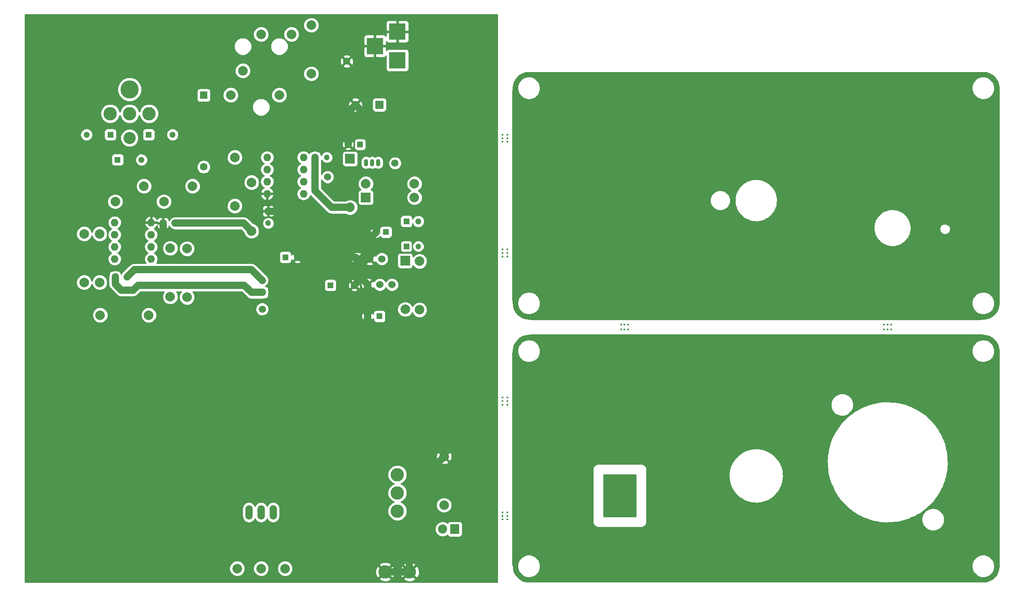
<source format=gbl>
G04 #@! TF.FileFunction,Copper,L2,Bot,Signal*
%FSLAX46Y46*%
G04 Gerber Fmt 4.6, Leading zero omitted, Abs format (unit mm)*
G04 Created by KiCad (PCBNEW 4.0.7-e2-6376~58~ubuntu16.04.1) date Wed Jun  6 08:16:23 2018*
%MOMM*%
%LPD*%
G01*
G04 APERTURE LIST*
%ADD10C,0.100000*%
%ADD11C,1.700000*%
%ADD12R,1.700000X1.700000*%
%ADD13R,1.200000X1.200000*%
%ADD14C,1.200000*%
%ADD15R,1.300000X1.300000*%
%ADD16C,1.300000*%
%ADD17R,1.900000X2.000000*%
%ADD18C,1.900000*%
%ADD19C,1.998980*%
%ADD20R,1.998980X1.998980*%
%ADD21R,3.500120X3.500120*%
%ADD22C,2.794000*%
%ADD23C,2.540000*%
%ADD24C,3.810000*%
%ADD25C,2.000000*%
%ADD26O,1.506220X3.014980*%
%ADD27C,1.524000*%
%ADD28O,0.899160X1.501140*%
%ADD29O,1.600000X1.600000*%
%ADD30C,1.501140*%
%ADD31R,1.600000X1.600000*%
%ADD32C,1.600000*%
%ADD33C,2.800000*%
%ADD34C,0.400000*%
%ADD35C,1.500000*%
%ADD36C,0.254000*%
G04 APERTURE END LIST*
D10*
D11*
X103750000Y-49750000D03*
D12*
X108750000Y-49750000D03*
D13*
X104700000Y-58050000D03*
D14*
X102200000Y-58050000D03*
D15*
X110125000Y-76375000D03*
D16*
X108125000Y-76375000D03*
D13*
X114375000Y-79375000D03*
D14*
X116875000Y-79375000D03*
D16*
X116875000Y-74125000D03*
D15*
X114375000Y-74125000D03*
D16*
X106250000Y-94000000D03*
D15*
X108750000Y-94000000D03*
X98500000Y-87500000D03*
D16*
X103500000Y-87500000D03*
D13*
X53500000Y-85750000D03*
D14*
X56000000Y-85750000D03*
D13*
X63500000Y-74500000D03*
D14*
X66000000Y-74500000D03*
D13*
X95250000Y-60750000D03*
D14*
X97750000Y-60750000D03*
D13*
X85500000Y-72000000D03*
D14*
X85500000Y-74500000D03*
D15*
X52500000Y-56000000D03*
D16*
X47500000Y-56000000D03*
D15*
X60500000Y-56000000D03*
D16*
X65500000Y-56000000D03*
D15*
X54000000Y-61250000D03*
D16*
X59000000Y-61250000D03*
D17*
X124500000Y-138500000D03*
D18*
X121960000Y-138500000D03*
D19*
X102602540Y-71210000D03*
D20*
X102602540Y-61050000D03*
D19*
X116060000Y-69147460D03*
D20*
X105900000Y-69147460D03*
D19*
X114127540Y-92535000D03*
D20*
X114127540Y-82375000D03*
D21*
X112500000Y-40450140D03*
X112500000Y-34450660D03*
X107801000Y-37450400D03*
D22*
X60564000Y-51600000D03*
X52436000Y-51600000D03*
D23*
X56500000Y-56680000D03*
D22*
X56500000Y-51600000D03*
D24*
X56500000Y-46520000D03*
D25*
X87810000Y-47710000D03*
X90350000Y-35010000D03*
X80190000Y-42630000D03*
X84000000Y-35010000D03*
X77650000Y-47710000D03*
D26*
X81460000Y-135000000D03*
X84000000Y-135000000D03*
X86540000Y-135000000D03*
D27*
X108835000Y-87375000D03*
X106295000Y-87375000D03*
X111375000Y-87375000D03*
D19*
X122250000Y-133500000D03*
X122250000Y-123340000D03*
X105900000Y-66250000D03*
X116060000Y-66250000D03*
X117125000Y-92625000D03*
X117125000Y-82465000D03*
X59500000Y-66750000D03*
X69660000Y-66750000D03*
X47000000Y-76750000D03*
X47000000Y-86910000D03*
X53500000Y-70000000D03*
X63660000Y-70000000D03*
X65000000Y-79750000D03*
X65000000Y-89910000D03*
X50250000Y-76750000D03*
X50250000Y-86910000D03*
X68500000Y-90000000D03*
X68500000Y-79840000D03*
X60500000Y-93750000D03*
X50340000Y-93750000D03*
X82000000Y-66000000D03*
X82000000Y-76160000D03*
X78500000Y-60750000D03*
X78500000Y-70910000D03*
X94500000Y-43250000D03*
X94500000Y-33090000D03*
D27*
X106710000Y-82000000D03*
X104170000Y-82000000D03*
X109250000Y-82000000D03*
D28*
X107230000Y-61850000D03*
X105960000Y-61850000D03*
X108500000Y-61850000D03*
D29*
X61000000Y-82000000D03*
X61000000Y-79460000D03*
X61000000Y-76920000D03*
X61000000Y-74380000D03*
X53380000Y-74380000D03*
X53380000Y-76920000D03*
X53380000Y-79460000D03*
X53380000Y-82000000D03*
X85250000Y-60750000D03*
X85250000Y-63290000D03*
X85250000Y-65830000D03*
X85250000Y-68370000D03*
X92870000Y-68370000D03*
X92870000Y-65830000D03*
X92870000Y-63290000D03*
X92870000Y-60750000D03*
D30*
X112000000Y-61950000D03*
X101900000Y-40650000D03*
X84250000Y-92500000D03*
X97900000Y-64850000D03*
D16*
X84250000Y-86500000D03*
D15*
X84250000Y-89000000D03*
D16*
X91600000Y-81650000D03*
D15*
X89100000Y-81650000D03*
D31*
X72000000Y-47750000D03*
D32*
X72000000Y-62750000D03*
D33*
X112500000Y-127130000D03*
X109960000Y-147450000D03*
X115040000Y-147450000D03*
X112500000Y-134750000D03*
X112500000Y-130940000D03*
D25*
X89000000Y-146750000D03*
X84000000Y-146750000D03*
X79000000Y-146750000D03*
D34*
X135500000Y-57500000D03*
X134500000Y-57500000D03*
X135500000Y-56000000D03*
X134500000Y-56000000D03*
X134500000Y-56750000D03*
X135500000Y-56750000D03*
X135500000Y-81500000D03*
X134500000Y-81500000D03*
X134500000Y-80000000D03*
X135500000Y-80000000D03*
X135500000Y-80750000D03*
X134500000Y-80750000D03*
X214250000Y-96750000D03*
X214250000Y-95750000D03*
X215000000Y-95750000D03*
X215000000Y-96750000D03*
X215750000Y-96750000D03*
X215750000Y-95750000D03*
X160750000Y-95750000D03*
X160750000Y-96750000D03*
X160000000Y-96750000D03*
X160000000Y-95750000D03*
X159250000Y-96750000D03*
X159250000Y-95750000D03*
X134500000Y-135000000D03*
X134500000Y-135750000D03*
X134500000Y-136500000D03*
X135500000Y-135000000D03*
X135500000Y-135750000D03*
X135500000Y-136500000D03*
X134500000Y-111000000D03*
X135500000Y-111000000D03*
X135500000Y-111750000D03*
X134500000Y-111750000D03*
X134500000Y-112500000D03*
X135500000Y-112500000D03*
D35*
X84250000Y-89000000D02*
X82000000Y-89000000D01*
X53500000Y-87250000D02*
X53500000Y-85750000D01*
X54750000Y-88500000D02*
X53500000Y-87250000D01*
X57250000Y-88500000D02*
X54750000Y-88500000D01*
X58250000Y-87500000D02*
X57250000Y-88500000D01*
X80500000Y-87500000D02*
X58250000Y-87500000D01*
X82000000Y-89000000D02*
X80500000Y-87500000D01*
X95250000Y-60750000D02*
X95250000Y-67750000D01*
X98710000Y-71210000D02*
X102602540Y-71210000D01*
X95250000Y-67750000D02*
X98710000Y-71210000D01*
X56000000Y-85750000D02*
X57500000Y-84250000D01*
X82000000Y-84250000D02*
X84250000Y-86500000D01*
X57500000Y-84250000D02*
X82000000Y-84250000D01*
X82000000Y-76160000D02*
X80340000Y-74500000D01*
X80340000Y-74500000D02*
X66000000Y-74500000D01*
X63500000Y-74500000D02*
X63500000Y-75750000D01*
X79300000Y-79450000D02*
X91600000Y-79450000D01*
X76800000Y-76950000D02*
X79300000Y-79450000D01*
X64700000Y-76950000D02*
X76800000Y-76950000D01*
X63500000Y-75750000D02*
X64700000Y-76950000D01*
X91600000Y-81650000D02*
X91600000Y-79450000D01*
X91600000Y-79450000D02*
X91600000Y-75750000D01*
X91600000Y-75750000D02*
X87850000Y-72000000D01*
X87850000Y-72000000D02*
X85500000Y-72000000D01*
X102200000Y-58050000D02*
X102200000Y-51300000D01*
X102200000Y-51300000D02*
X103750000Y-49750000D01*
X108125000Y-76375000D02*
X108125000Y-72725000D01*
X115200000Y-61200000D02*
X103750000Y-49750000D01*
X115200000Y-63050000D02*
X115200000Y-61200000D01*
X113100000Y-65150000D02*
X115200000Y-63050000D01*
X113100000Y-67750000D02*
X113100000Y-65150000D01*
X108125000Y-72725000D02*
X113100000Y-67750000D01*
X106250000Y-94000000D02*
X106250000Y-87420000D01*
X106250000Y-87420000D02*
X106295000Y-87375000D01*
X104170000Y-82000000D02*
X104170000Y-85250000D01*
X104170000Y-85250000D02*
X106295000Y-87375000D01*
X104170000Y-82000000D02*
X104170000Y-86830000D01*
X104170000Y-86830000D02*
X103500000Y-87500000D01*
X106710000Y-82000000D02*
X106710000Y-77790000D01*
X106710000Y-77790000D02*
X108125000Y-76375000D01*
X104170000Y-82000000D02*
X106710000Y-82000000D01*
X91600000Y-81650000D02*
X103820000Y-81650000D01*
X103820000Y-81650000D02*
X104170000Y-82000000D01*
X115040000Y-147450000D02*
X109960000Y-147450000D01*
X115040000Y-147450000D02*
X115040000Y-139510000D01*
X117700000Y-127890000D02*
X122250000Y-123340000D01*
X117700000Y-136850000D02*
X117700000Y-127890000D01*
X115040000Y-139510000D02*
X117700000Y-136850000D01*
X122250000Y-123340000D02*
X122250000Y-117600000D01*
X106250000Y-101600000D02*
X106250000Y-94000000D01*
X122250000Y-117600000D02*
X106250000Y-101600000D01*
D36*
G36*
X133365000Y-54500000D02*
X133373000Y-54540219D01*
X133373000Y-58959781D01*
X133365000Y-59000000D01*
X133365000Y-78500000D01*
X133373000Y-78540219D01*
X133373000Y-82959781D01*
X133365000Y-83000000D01*
X133365000Y-109500000D01*
X133373000Y-109540219D01*
X133373000Y-113959781D01*
X133365000Y-114000000D01*
X133365000Y-133500000D01*
X133373000Y-133540219D01*
X133373000Y-137959781D01*
X133365000Y-138000000D01*
X133365000Y-149615000D01*
X34635000Y-149615000D01*
X34635000Y-148891724D01*
X108697882Y-148891724D01*
X108845455Y-149200106D01*
X109600031Y-149493405D01*
X110409409Y-149475614D01*
X111074545Y-149200106D01*
X111222118Y-148891724D01*
X113777882Y-148891724D01*
X113925455Y-149200106D01*
X114680031Y-149493405D01*
X115489409Y-149475614D01*
X116154545Y-149200106D01*
X116302118Y-148891724D01*
X115040000Y-147629605D01*
X113777882Y-148891724D01*
X111222118Y-148891724D01*
X109960000Y-147629605D01*
X108697882Y-148891724D01*
X34635000Y-148891724D01*
X34635000Y-147073795D01*
X77364716Y-147073795D01*
X77613106Y-147674943D01*
X78072637Y-148135278D01*
X78673352Y-148384716D01*
X79323795Y-148385284D01*
X79924943Y-148136894D01*
X80385278Y-147677363D01*
X80634716Y-147076648D01*
X80634718Y-147073795D01*
X82364716Y-147073795D01*
X82613106Y-147674943D01*
X83072637Y-148135278D01*
X83673352Y-148384716D01*
X84323795Y-148385284D01*
X84924943Y-148136894D01*
X85385278Y-147677363D01*
X85634716Y-147076648D01*
X85634718Y-147073795D01*
X87364716Y-147073795D01*
X87613106Y-147674943D01*
X88072637Y-148135278D01*
X88673352Y-148384716D01*
X89323795Y-148385284D01*
X89924943Y-148136894D01*
X90385278Y-147677363D01*
X90629158Y-147090031D01*
X107916595Y-147090031D01*
X107934386Y-147899409D01*
X108209894Y-148564545D01*
X108518276Y-148712118D01*
X109780395Y-147450000D01*
X110139605Y-147450000D01*
X111401724Y-148712118D01*
X111710106Y-148564545D01*
X112003405Y-147809969D01*
X111987580Y-147090031D01*
X112996595Y-147090031D01*
X113014386Y-147899409D01*
X113289894Y-148564545D01*
X113598276Y-148712118D01*
X114860395Y-147450000D01*
X115219605Y-147450000D01*
X116481724Y-148712118D01*
X116790106Y-148564545D01*
X117083405Y-147809969D01*
X117065614Y-147000591D01*
X116790106Y-146335455D01*
X116481724Y-146187882D01*
X115219605Y-147450000D01*
X114860395Y-147450000D01*
X113598276Y-146187882D01*
X113289894Y-146335455D01*
X112996595Y-147090031D01*
X111987580Y-147090031D01*
X111985614Y-147000591D01*
X111710106Y-146335455D01*
X111401724Y-146187882D01*
X110139605Y-147450000D01*
X109780395Y-147450000D01*
X108518276Y-146187882D01*
X108209894Y-146335455D01*
X107916595Y-147090031D01*
X90629158Y-147090031D01*
X90634716Y-147076648D01*
X90635284Y-146426205D01*
X90462599Y-146008276D01*
X108697882Y-146008276D01*
X109960000Y-147270395D01*
X111222118Y-146008276D01*
X113777882Y-146008276D01*
X115040000Y-147270395D01*
X116302118Y-146008276D01*
X116154545Y-145699894D01*
X115399969Y-145406595D01*
X114590591Y-145424386D01*
X113925455Y-145699894D01*
X113777882Y-146008276D01*
X111222118Y-146008276D01*
X111074545Y-145699894D01*
X110319969Y-145406595D01*
X109510591Y-145424386D01*
X108845455Y-145699894D01*
X108697882Y-146008276D01*
X90462599Y-146008276D01*
X90386894Y-145825057D01*
X89927363Y-145364722D01*
X89326648Y-145115284D01*
X88676205Y-145114716D01*
X88075057Y-145363106D01*
X87614722Y-145822637D01*
X87365284Y-146423352D01*
X87364716Y-147073795D01*
X85634718Y-147073795D01*
X85635284Y-146426205D01*
X85386894Y-145825057D01*
X84927363Y-145364722D01*
X84326648Y-145115284D01*
X83676205Y-145114716D01*
X83075057Y-145363106D01*
X82614722Y-145822637D01*
X82365284Y-146423352D01*
X82364716Y-147073795D01*
X80634718Y-147073795D01*
X80635284Y-146426205D01*
X80386894Y-145825057D01*
X79927363Y-145364722D01*
X79326648Y-145115284D01*
X78676205Y-145114716D01*
X78075057Y-145363106D01*
X77614722Y-145822637D01*
X77365284Y-146423352D01*
X77364716Y-147073795D01*
X34635000Y-147073795D01*
X34635000Y-138813893D01*
X120374725Y-138813893D01*
X120615519Y-139396657D01*
X121060997Y-139842914D01*
X121643341Y-140084724D01*
X122273893Y-140085275D01*
X122856657Y-139844481D01*
X122954337Y-139746971D01*
X123085910Y-139951441D01*
X123298110Y-140096431D01*
X123550000Y-140147440D01*
X125450000Y-140147440D01*
X125685317Y-140103162D01*
X125901441Y-139964090D01*
X126046431Y-139751890D01*
X126097440Y-139500000D01*
X126097440Y-137500000D01*
X126053162Y-137264683D01*
X125914090Y-137048559D01*
X125701890Y-136903569D01*
X125450000Y-136852560D01*
X123550000Y-136852560D01*
X123314683Y-136896838D01*
X123098559Y-137035910D01*
X122953569Y-137248110D01*
X122952945Y-137251192D01*
X122859003Y-137157086D01*
X122276659Y-136915276D01*
X121646107Y-136914725D01*
X121063343Y-137155519D01*
X120617086Y-137600997D01*
X120375276Y-138183341D01*
X120374725Y-138813893D01*
X34635000Y-138813893D01*
X34635000Y-134203646D01*
X80071890Y-134203646D01*
X80071890Y-135796354D01*
X80177554Y-136327561D01*
X80478458Y-136777896D01*
X80928793Y-137078800D01*
X81460000Y-137184464D01*
X81991207Y-137078800D01*
X82441542Y-136777896D01*
X82730000Y-136346188D01*
X83018458Y-136777896D01*
X83468793Y-137078800D01*
X84000000Y-137184464D01*
X84531207Y-137078800D01*
X84981542Y-136777896D01*
X85270000Y-136346188D01*
X85558458Y-136777896D01*
X86008793Y-137078800D01*
X86540000Y-137184464D01*
X87071207Y-137078800D01*
X87521542Y-136777896D01*
X87822446Y-136327561D01*
X87928110Y-135796354D01*
X87928110Y-134203646D01*
X87822446Y-133672439D01*
X87521542Y-133222104D01*
X87071207Y-132921200D01*
X86540000Y-132815536D01*
X86008793Y-132921200D01*
X85558458Y-133222104D01*
X85270000Y-133653812D01*
X84981542Y-133222104D01*
X84531207Y-132921200D01*
X84000000Y-132815536D01*
X83468793Y-132921200D01*
X83018458Y-133222104D01*
X82730000Y-133653812D01*
X82441542Y-133222104D01*
X81991207Y-132921200D01*
X81460000Y-132815536D01*
X80928793Y-132921200D01*
X80478458Y-133222104D01*
X80177554Y-133672439D01*
X80071890Y-134203646D01*
X34635000Y-134203646D01*
X34635000Y-127533011D01*
X110464648Y-127533011D01*
X110773805Y-128281229D01*
X111345760Y-128854183D01*
X111781364Y-129035061D01*
X111348771Y-129213805D01*
X110775817Y-129785760D01*
X110465354Y-130533438D01*
X110464648Y-131343011D01*
X110773805Y-132091229D01*
X111345760Y-132664183D01*
X111781364Y-132845061D01*
X111348771Y-133023805D01*
X110775817Y-133595760D01*
X110465354Y-134343438D01*
X110464648Y-135153011D01*
X110773805Y-135901229D01*
X111345760Y-136474183D01*
X112093438Y-136784646D01*
X112903011Y-136785352D01*
X113651229Y-136476195D01*
X114224183Y-135904240D01*
X114534646Y-135156562D01*
X114535352Y-134346989D01*
X114319132Y-133823694D01*
X120615226Y-133823694D01*
X120863538Y-134424655D01*
X121322927Y-134884846D01*
X121923453Y-135134206D01*
X122573694Y-135134774D01*
X123174655Y-134886462D01*
X123634846Y-134427073D01*
X123884206Y-133826547D01*
X123884774Y-133176306D01*
X123636462Y-132575345D01*
X123177073Y-132115154D01*
X122576547Y-131865794D01*
X121926306Y-131865226D01*
X121325345Y-132113538D01*
X120865154Y-132572927D01*
X120615794Y-133173453D01*
X120615226Y-133823694D01*
X114319132Y-133823694D01*
X114226195Y-133598771D01*
X113654240Y-133025817D01*
X113218636Y-132844939D01*
X113651229Y-132666195D01*
X114224183Y-132094240D01*
X114534646Y-131346562D01*
X114535352Y-130536989D01*
X114226195Y-129788771D01*
X113654240Y-129215817D01*
X113218636Y-129034939D01*
X113651229Y-128856195D01*
X114224183Y-128284240D01*
X114534646Y-127536562D01*
X114535352Y-126726989D01*
X114226195Y-125978771D01*
X113654240Y-125405817D01*
X112906562Y-125095354D01*
X112096989Y-125094648D01*
X111348771Y-125403805D01*
X110775817Y-125975760D01*
X110465354Y-126723438D01*
X110464648Y-127533011D01*
X34635000Y-127533011D01*
X34635000Y-124492163D01*
X121277443Y-124492163D01*
X121376042Y-124758965D01*
X121985582Y-124985401D01*
X122635377Y-124961341D01*
X123123958Y-124758965D01*
X123222557Y-124492163D01*
X122250000Y-123519605D01*
X121277443Y-124492163D01*
X34635000Y-124492163D01*
X34635000Y-123075582D01*
X120604599Y-123075582D01*
X120628659Y-123725377D01*
X120831035Y-124213958D01*
X121097837Y-124312557D01*
X122070395Y-123340000D01*
X122429605Y-123340000D01*
X123402163Y-124312557D01*
X123668965Y-124213958D01*
X123895401Y-123604418D01*
X123871341Y-122954623D01*
X123668965Y-122466042D01*
X123402163Y-122367443D01*
X122429605Y-123340000D01*
X122070395Y-123340000D01*
X121097837Y-122367443D01*
X120831035Y-122466042D01*
X120604599Y-123075582D01*
X34635000Y-123075582D01*
X34635000Y-122187837D01*
X121277443Y-122187837D01*
X122250000Y-123160395D01*
X123222557Y-122187837D01*
X123123958Y-121921035D01*
X122514418Y-121694599D01*
X121864623Y-121718659D01*
X121376042Y-121921035D01*
X121277443Y-122187837D01*
X34635000Y-122187837D01*
X34635000Y-94073694D01*
X48705226Y-94073694D01*
X48953538Y-94674655D01*
X49412927Y-95134846D01*
X50013453Y-95384206D01*
X50663694Y-95384774D01*
X51264655Y-95136462D01*
X51724846Y-94677073D01*
X51974206Y-94076547D01*
X51974208Y-94073694D01*
X58865226Y-94073694D01*
X59113538Y-94674655D01*
X59572927Y-95134846D01*
X60173453Y-95384206D01*
X60823694Y-95384774D01*
X61424655Y-95136462D01*
X61662515Y-94899016D01*
X105530590Y-94899016D01*
X105586271Y-95129611D01*
X106069078Y-95297622D01*
X106579428Y-95268083D01*
X106913729Y-95129611D01*
X106969410Y-94899016D01*
X106250000Y-94179605D01*
X105530590Y-94899016D01*
X61662515Y-94899016D01*
X61884846Y-94677073D01*
X62134206Y-94076547D01*
X62134774Y-93426306D01*
X61886462Y-92825345D01*
X61835604Y-92774398D01*
X82864190Y-92774398D01*
X83074686Y-93283837D01*
X83464113Y-93673944D01*
X83973184Y-93885329D01*
X84524398Y-93885810D01*
X84685901Y-93819078D01*
X104952378Y-93819078D01*
X104981917Y-94329428D01*
X105120389Y-94663729D01*
X105350984Y-94719410D01*
X106070395Y-94000000D01*
X106429605Y-94000000D01*
X107149016Y-94719410D01*
X107379611Y-94663729D01*
X107452560Y-94454098D01*
X107452560Y-94650000D01*
X107496838Y-94885317D01*
X107635910Y-95101441D01*
X107848110Y-95246431D01*
X108100000Y-95297440D01*
X109400000Y-95297440D01*
X109635317Y-95253162D01*
X109851441Y-95114090D01*
X109996431Y-94901890D01*
X110047440Y-94650000D01*
X110047440Y-93350000D01*
X110003162Y-93114683D01*
X109864090Y-92898559D01*
X109805746Y-92858694D01*
X112492766Y-92858694D01*
X112741078Y-93459655D01*
X113200467Y-93919846D01*
X113800993Y-94169206D01*
X114451234Y-94169774D01*
X115052195Y-93921462D01*
X115512386Y-93462073D01*
X115607602Y-93232766D01*
X115738538Y-93549655D01*
X116197927Y-94009846D01*
X116798453Y-94259206D01*
X117448694Y-94259774D01*
X118049655Y-94011462D01*
X118509846Y-93552073D01*
X118759206Y-92951547D01*
X118759774Y-92301306D01*
X118511462Y-91700345D01*
X118052073Y-91240154D01*
X117451547Y-90990794D01*
X116801306Y-90990226D01*
X116200345Y-91238538D01*
X115740154Y-91697927D01*
X115644938Y-91927234D01*
X115514002Y-91610345D01*
X115054613Y-91150154D01*
X114454087Y-90900794D01*
X113803846Y-90900226D01*
X113202885Y-91148538D01*
X112742694Y-91607927D01*
X112493334Y-92208453D01*
X112492766Y-92858694D01*
X109805746Y-92858694D01*
X109651890Y-92753569D01*
X109400000Y-92702560D01*
X108100000Y-92702560D01*
X107864683Y-92746838D01*
X107648559Y-92885910D01*
X107503569Y-93098110D01*
X107452560Y-93350000D01*
X107452560Y-93512385D01*
X107379611Y-93336271D01*
X107149016Y-93280590D01*
X106429605Y-94000000D01*
X106070395Y-94000000D01*
X105350984Y-93280590D01*
X105120389Y-93336271D01*
X104952378Y-93819078D01*
X84685901Y-93819078D01*
X85033837Y-93675314D01*
X85423944Y-93285887D01*
X85500722Y-93100984D01*
X105530590Y-93100984D01*
X106250000Y-93820395D01*
X106969410Y-93100984D01*
X106913729Y-92870389D01*
X106430922Y-92702378D01*
X105920572Y-92731917D01*
X105586271Y-92870389D01*
X105530590Y-93100984D01*
X85500722Y-93100984D01*
X85635329Y-92776816D01*
X85635810Y-92225602D01*
X85425314Y-91716163D01*
X85035887Y-91326056D01*
X84526816Y-91114671D01*
X83975602Y-91114190D01*
X83466163Y-91324686D01*
X83076056Y-91714113D01*
X82864671Y-92223184D01*
X82864190Y-92774398D01*
X61835604Y-92774398D01*
X61427073Y-92365154D01*
X60826547Y-92115794D01*
X60176306Y-92115226D01*
X59575345Y-92363538D01*
X59115154Y-92822927D01*
X58865794Y-93423453D01*
X58865226Y-94073694D01*
X51974208Y-94073694D01*
X51974774Y-93426306D01*
X51726462Y-92825345D01*
X51267073Y-92365154D01*
X50666547Y-92115794D01*
X50016306Y-92115226D01*
X49415345Y-92363538D01*
X48955154Y-92822927D01*
X48705794Y-93423453D01*
X48705226Y-94073694D01*
X34635000Y-94073694D01*
X34635000Y-87233694D01*
X45365226Y-87233694D01*
X45613538Y-87834655D01*
X46072927Y-88294846D01*
X46673453Y-88544206D01*
X47323694Y-88544774D01*
X47924655Y-88296462D01*
X48384846Y-87837073D01*
X48625283Y-87258035D01*
X48863538Y-87834655D01*
X49322927Y-88294846D01*
X49923453Y-88544206D01*
X50573694Y-88544774D01*
X51174655Y-88296462D01*
X51634846Y-87837073D01*
X51884206Y-87236547D01*
X51884774Y-86586306D01*
X51636462Y-85985345D01*
X51401528Y-85750000D01*
X52115000Y-85750000D01*
X52115000Y-87250000D01*
X52220427Y-87780017D01*
X52514020Y-88219410D01*
X52520657Y-88229343D01*
X53770657Y-89479343D01*
X54219983Y-89779573D01*
X54750000Y-89885000D01*
X57250000Y-89885000D01*
X57780017Y-89779573D01*
X58229343Y-89479343D01*
X58823686Y-88885000D01*
X63713252Y-88885000D01*
X63615154Y-88982927D01*
X63365794Y-89583453D01*
X63365226Y-90233694D01*
X63613538Y-90834655D01*
X64072927Y-91294846D01*
X64673453Y-91544206D01*
X65323694Y-91544774D01*
X65924655Y-91296462D01*
X66384846Y-90837073D01*
X66634206Y-90236547D01*
X66634774Y-89586306D01*
X66386462Y-88985345D01*
X66286292Y-88885000D01*
X67303409Y-88885000D01*
X67115154Y-89072927D01*
X66865794Y-89673453D01*
X66865226Y-90323694D01*
X67113538Y-90924655D01*
X67572927Y-91384846D01*
X68173453Y-91634206D01*
X68823694Y-91634774D01*
X69424655Y-91386462D01*
X69884846Y-90927073D01*
X70134206Y-90326547D01*
X70134774Y-89676306D01*
X69886462Y-89075345D01*
X69696449Y-88885000D01*
X79926314Y-88885000D01*
X81020657Y-89979343D01*
X81469983Y-90279573D01*
X82000000Y-90385000D01*
X84250000Y-90385000D01*
X84690194Y-90297440D01*
X84900000Y-90297440D01*
X85135317Y-90253162D01*
X85351441Y-90114090D01*
X85496431Y-89901890D01*
X85547440Y-89650000D01*
X85547440Y-89440194D01*
X85635000Y-89000000D01*
X85547440Y-88559806D01*
X85547440Y-88350000D01*
X85503162Y-88114683D01*
X85364090Y-87898559D01*
X85151890Y-87753569D01*
X84900000Y-87702560D01*
X84895275Y-87702560D01*
X85229343Y-87479343D01*
X85529574Y-87030016D01*
X85565381Y-86850000D01*
X97202560Y-86850000D01*
X97202560Y-88150000D01*
X97246838Y-88385317D01*
X97385910Y-88601441D01*
X97598110Y-88746431D01*
X97850000Y-88797440D01*
X99150000Y-88797440D01*
X99385317Y-88753162D01*
X99601441Y-88614090D01*
X99746431Y-88401890D01*
X99747012Y-88399016D01*
X102780590Y-88399016D01*
X102836271Y-88629611D01*
X103319078Y-88797622D01*
X103829428Y-88768083D01*
X104163729Y-88629611D01*
X104219410Y-88399016D01*
X104175608Y-88355213D01*
X105494392Y-88355213D01*
X105563857Y-88597397D01*
X106087302Y-88784144D01*
X106642368Y-88756362D01*
X107026143Y-88597397D01*
X107095608Y-88355213D01*
X106295000Y-87554605D01*
X105494392Y-88355213D01*
X104175608Y-88355213D01*
X103500000Y-87679605D01*
X102780590Y-88399016D01*
X99747012Y-88399016D01*
X99797440Y-88150000D01*
X99797440Y-87319078D01*
X102202378Y-87319078D01*
X102231917Y-87829428D01*
X102370389Y-88163729D01*
X102600984Y-88219410D01*
X103320395Y-87500000D01*
X103679605Y-87500000D01*
X104399016Y-88219410D01*
X104629611Y-88163729D01*
X104797622Y-87680922D01*
X104768083Y-87170572D01*
X104766729Y-87167302D01*
X104885856Y-87167302D01*
X104913638Y-87722368D01*
X105072603Y-88106143D01*
X105314787Y-88175608D01*
X106115395Y-87375000D01*
X106474605Y-87375000D01*
X107275213Y-88175608D01*
X107517397Y-88106143D01*
X107567509Y-87965682D01*
X107649990Y-88165303D01*
X108042630Y-88558629D01*
X108555900Y-88771757D01*
X109111661Y-88772242D01*
X109625303Y-88560010D01*
X110018629Y-88167370D01*
X110104949Y-87959488D01*
X110189990Y-88165303D01*
X110582630Y-88558629D01*
X111095900Y-88771757D01*
X111651661Y-88772242D01*
X112165303Y-88560010D01*
X112558629Y-88167370D01*
X112771757Y-87654100D01*
X112772242Y-87098339D01*
X112560010Y-86584697D01*
X112167370Y-86191371D01*
X111654100Y-85978243D01*
X111098339Y-85977758D01*
X110584697Y-86189990D01*
X110191371Y-86582630D01*
X110105051Y-86790512D01*
X110020010Y-86584697D01*
X109627370Y-86191371D01*
X109114100Y-85978243D01*
X108558339Y-85977758D01*
X108044697Y-86189990D01*
X107651371Y-86582630D01*
X107571605Y-86774727D01*
X107517397Y-86643857D01*
X107275213Y-86574392D01*
X106474605Y-87375000D01*
X106115395Y-87375000D01*
X105314787Y-86574392D01*
X105072603Y-86643857D01*
X104885856Y-87167302D01*
X104766729Y-87167302D01*
X104629611Y-86836271D01*
X104399016Y-86780590D01*
X103679605Y-87500000D01*
X103320395Y-87500000D01*
X102600984Y-86780590D01*
X102370389Y-86836271D01*
X102202378Y-87319078D01*
X99797440Y-87319078D01*
X99797440Y-86850000D01*
X99753162Y-86614683D01*
X99744347Y-86600984D01*
X102780590Y-86600984D01*
X103500000Y-87320395D01*
X104219410Y-86600984D01*
X104169621Y-86394787D01*
X105494392Y-86394787D01*
X106295000Y-87195395D01*
X107095608Y-86394787D01*
X107026143Y-86152603D01*
X106502698Y-85965856D01*
X105947632Y-85993638D01*
X105563857Y-86152603D01*
X105494392Y-86394787D01*
X104169621Y-86394787D01*
X104163729Y-86370389D01*
X103680922Y-86202378D01*
X103170572Y-86231917D01*
X102836271Y-86370389D01*
X102780590Y-86600984D01*
X99744347Y-86600984D01*
X99614090Y-86398559D01*
X99401890Y-86253569D01*
X99150000Y-86202560D01*
X97850000Y-86202560D01*
X97614683Y-86246838D01*
X97398559Y-86385910D01*
X97253569Y-86598110D01*
X97202560Y-86850000D01*
X85565381Y-86850000D01*
X85635000Y-86500000D01*
X85529574Y-85969984D01*
X85229343Y-85520657D01*
X82979343Y-83270657D01*
X82849096Y-83183629D01*
X82544663Y-82980213D01*
X103369392Y-82980213D01*
X103438857Y-83222397D01*
X103962302Y-83409144D01*
X104517368Y-83381362D01*
X104901143Y-83222397D01*
X104970608Y-82980213D01*
X105909392Y-82980213D01*
X105978857Y-83222397D01*
X106502302Y-83409144D01*
X107057368Y-83381362D01*
X107441143Y-83222397D01*
X107510608Y-82980213D01*
X106710000Y-82179605D01*
X105909392Y-82980213D01*
X104970608Y-82980213D01*
X104170000Y-82179605D01*
X103369392Y-82980213D01*
X82544663Y-82980213D01*
X82530017Y-82970427D01*
X82000000Y-82865000D01*
X62142836Y-82865000D01*
X62353880Y-82549151D01*
X62463113Y-82000000D01*
X62353880Y-81450849D01*
X62042811Y-80985302D01*
X61660725Y-80730000D01*
X62042811Y-80474698D01*
X62310753Y-80073694D01*
X63365226Y-80073694D01*
X63613538Y-80674655D01*
X64072927Y-81134846D01*
X64673453Y-81384206D01*
X65323694Y-81384774D01*
X65924655Y-81136462D01*
X66384846Y-80677073D01*
X66598019Y-80163694D01*
X66865226Y-80163694D01*
X67113538Y-80764655D01*
X67572927Y-81224846D01*
X68173453Y-81474206D01*
X68823694Y-81474774D01*
X69424655Y-81226462D01*
X69651512Y-81000000D01*
X87802560Y-81000000D01*
X87802560Y-82300000D01*
X87846838Y-82535317D01*
X87985910Y-82751441D01*
X88198110Y-82896431D01*
X88450000Y-82947440D01*
X89750000Y-82947440D01*
X89985317Y-82903162D01*
X90201441Y-82764090D01*
X90346431Y-82551890D01*
X90347012Y-82549016D01*
X90880590Y-82549016D01*
X90936271Y-82779611D01*
X91419078Y-82947622D01*
X91929428Y-82918083D01*
X92263729Y-82779611D01*
X92319410Y-82549016D01*
X91600000Y-81829605D01*
X90880590Y-82549016D01*
X90347012Y-82549016D01*
X90397440Y-82300000D01*
X90397440Y-82137615D01*
X90470389Y-82313729D01*
X90700984Y-82369410D01*
X91420395Y-81650000D01*
X91779605Y-81650000D01*
X92499016Y-82369410D01*
X92729611Y-82313729D01*
X92897622Y-81830922D01*
X92895387Y-81792302D01*
X102760856Y-81792302D01*
X102788638Y-82347368D01*
X102947603Y-82731143D01*
X103189787Y-82800608D01*
X103990395Y-82000000D01*
X104349605Y-82000000D01*
X105150213Y-82800608D01*
X105392397Y-82731143D01*
X105436453Y-82607656D01*
X105487603Y-82731143D01*
X105729787Y-82800608D01*
X106530395Y-82000000D01*
X106889605Y-82000000D01*
X107690213Y-82800608D01*
X107932397Y-82731143D01*
X107982509Y-82590682D01*
X108064990Y-82790303D01*
X108457630Y-83183629D01*
X108970900Y-83396757D01*
X109526661Y-83397242D01*
X110040303Y-83185010D01*
X110433629Y-82792370D01*
X110646757Y-82279100D01*
X110647242Y-81723339D01*
X110503523Y-81375510D01*
X112480610Y-81375510D01*
X112480610Y-83374490D01*
X112524888Y-83609807D01*
X112663960Y-83825931D01*
X112876160Y-83970921D01*
X113128050Y-84021930D01*
X115127030Y-84021930D01*
X115362347Y-83977652D01*
X115578471Y-83838580D01*
X115723461Y-83626380D01*
X115765857Y-83417022D01*
X116197927Y-83849846D01*
X116798453Y-84099206D01*
X117448694Y-84099774D01*
X118049655Y-83851462D01*
X118509846Y-83392073D01*
X118759206Y-82791547D01*
X118759774Y-82141306D01*
X118511462Y-81540345D01*
X118052073Y-81080154D01*
X117451547Y-80830794D01*
X116801306Y-80830226D01*
X116200345Y-81078538D01*
X115774470Y-81503671D01*
X115774470Y-81375510D01*
X115730192Y-81140193D01*
X115591120Y-80924069D01*
X115378920Y-80779079D01*
X115127030Y-80728070D01*
X113128050Y-80728070D01*
X112892733Y-80772348D01*
X112676609Y-80911420D01*
X112531619Y-81123620D01*
X112480610Y-81375510D01*
X110503523Y-81375510D01*
X110435010Y-81209697D01*
X110042370Y-80816371D01*
X109529100Y-80603243D01*
X108973339Y-80602758D01*
X108459697Y-80814990D01*
X108066371Y-81207630D01*
X107986605Y-81399727D01*
X107932397Y-81268857D01*
X107690213Y-81199392D01*
X106889605Y-82000000D01*
X106530395Y-82000000D01*
X105729787Y-81199392D01*
X105487603Y-81268857D01*
X105443547Y-81392344D01*
X105392397Y-81268857D01*
X105150213Y-81199392D01*
X104349605Y-82000000D01*
X103990395Y-82000000D01*
X103189787Y-81199392D01*
X102947603Y-81268857D01*
X102760856Y-81792302D01*
X92895387Y-81792302D01*
X92868083Y-81320572D01*
X92743494Y-81019787D01*
X103369392Y-81019787D01*
X104170000Y-81820395D01*
X104970608Y-81019787D01*
X105909392Y-81019787D01*
X106710000Y-81820395D01*
X107510608Y-81019787D01*
X107441143Y-80777603D01*
X106917698Y-80590856D01*
X106362632Y-80618638D01*
X105978857Y-80777603D01*
X105909392Y-81019787D01*
X104970608Y-81019787D01*
X104901143Y-80777603D01*
X104377698Y-80590856D01*
X103822632Y-80618638D01*
X103438857Y-80777603D01*
X103369392Y-81019787D01*
X92743494Y-81019787D01*
X92729611Y-80986271D01*
X92499016Y-80930590D01*
X91779605Y-81650000D01*
X91420395Y-81650000D01*
X90700984Y-80930590D01*
X90470389Y-80986271D01*
X90397440Y-81195902D01*
X90397440Y-81000000D01*
X90353162Y-80764683D01*
X90344347Y-80750984D01*
X90880590Y-80750984D01*
X91600000Y-81470395D01*
X92319410Y-80750984D01*
X92263729Y-80520389D01*
X91780922Y-80352378D01*
X91270572Y-80381917D01*
X90936271Y-80520389D01*
X90880590Y-80750984D01*
X90344347Y-80750984D01*
X90214090Y-80548559D01*
X90001890Y-80403569D01*
X89750000Y-80352560D01*
X88450000Y-80352560D01*
X88214683Y-80396838D01*
X87998559Y-80535910D01*
X87853569Y-80748110D01*
X87802560Y-81000000D01*
X69651512Y-81000000D01*
X69884846Y-80767073D01*
X70134206Y-80166547D01*
X70134774Y-79516306D01*
X69886462Y-78915345D01*
X69746362Y-78775000D01*
X113127560Y-78775000D01*
X113127560Y-79975000D01*
X113171838Y-80210317D01*
X113310910Y-80426441D01*
X113523110Y-80571431D01*
X113775000Y-80622440D01*
X114975000Y-80622440D01*
X115210317Y-80578162D01*
X115426441Y-80439090D01*
X115571431Y-80226890D01*
X115622440Y-79975000D01*
X115622440Y-79619579D01*
X115639786Y-79619579D01*
X115827408Y-80073657D01*
X116174515Y-80421371D01*
X116628266Y-80609785D01*
X117119579Y-80610214D01*
X117573657Y-80422592D01*
X117921371Y-80075485D01*
X118109785Y-79621734D01*
X118110214Y-79130421D01*
X117922592Y-78676343D01*
X117575485Y-78328629D01*
X117121734Y-78140215D01*
X116630421Y-78139786D01*
X116176343Y-78327408D01*
X115828629Y-78674515D01*
X115640215Y-79128266D01*
X115639786Y-79619579D01*
X115622440Y-79619579D01*
X115622440Y-78775000D01*
X115578162Y-78539683D01*
X115439090Y-78323559D01*
X115226890Y-78178569D01*
X114975000Y-78127560D01*
X113775000Y-78127560D01*
X113539683Y-78171838D01*
X113323559Y-78310910D01*
X113178569Y-78523110D01*
X113127560Y-78775000D01*
X69746362Y-78775000D01*
X69427073Y-78455154D01*
X68826547Y-78205794D01*
X68176306Y-78205226D01*
X67575345Y-78453538D01*
X67115154Y-78912927D01*
X66865794Y-79513453D01*
X66865226Y-80163694D01*
X66598019Y-80163694D01*
X66634206Y-80076547D01*
X66634774Y-79426306D01*
X66386462Y-78825345D01*
X65927073Y-78365154D01*
X65326547Y-78115794D01*
X64676306Y-78115226D01*
X64075345Y-78363538D01*
X63615154Y-78822927D01*
X63365794Y-79423453D01*
X63365226Y-80073694D01*
X62310753Y-80073694D01*
X62353880Y-80009151D01*
X62463113Y-79460000D01*
X62353880Y-78910849D01*
X62042811Y-78445302D01*
X61660725Y-78190000D01*
X62042811Y-77934698D01*
X62353880Y-77469151D01*
X62463113Y-76920000D01*
X62353880Y-76370849D01*
X62042811Y-75905302D01*
X61638297Y-75635014D01*
X61855134Y-75532389D01*
X62231041Y-75117423D01*
X62265000Y-75035433D01*
X62265000Y-75226310D01*
X62361673Y-75459699D01*
X62540302Y-75638327D01*
X62773691Y-75735000D01*
X63214250Y-75735000D01*
X63373000Y-75576250D01*
X63373000Y-74627000D01*
X62423750Y-74627000D01*
X62367014Y-74683736D01*
X62269915Y-74507000D01*
X61127000Y-74507000D01*
X61127000Y-74527000D01*
X60873000Y-74527000D01*
X60873000Y-74507000D01*
X59730085Y-74507000D01*
X59608096Y-74729039D01*
X59768959Y-75117423D01*
X60144866Y-75532389D01*
X60361703Y-75635014D01*
X59957189Y-75905302D01*
X59646120Y-76370849D01*
X59536887Y-76920000D01*
X59646120Y-77469151D01*
X59957189Y-77934698D01*
X60339275Y-78190000D01*
X59957189Y-78445302D01*
X59646120Y-78910849D01*
X59536887Y-79460000D01*
X59646120Y-80009151D01*
X59957189Y-80474698D01*
X60339275Y-80730000D01*
X59957189Y-80985302D01*
X59646120Y-81450849D01*
X59536887Y-82000000D01*
X59646120Y-82549151D01*
X59857164Y-82865000D01*
X57500000Y-82865000D01*
X56969983Y-82970427D01*
X56650904Y-83183629D01*
X56520657Y-83270657D01*
X55020657Y-84770657D01*
X54750000Y-85175724D01*
X54747440Y-85171893D01*
X54747440Y-85150000D01*
X54703162Y-84914683D01*
X54564090Y-84698559D01*
X54351890Y-84553569D01*
X54100000Y-84502560D01*
X54078107Y-84502560D01*
X54030017Y-84470427D01*
X53500000Y-84365000D01*
X52969983Y-84470427D01*
X52921893Y-84502560D01*
X52900000Y-84502560D01*
X52664683Y-84546838D01*
X52448559Y-84685910D01*
X52303569Y-84898110D01*
X52252560Y-85150000D01*
X52252560Y-85171893D01*
X52220427Y-85219983D01*
X52115000Y-85750000D01*
X51401528Y-85750000D01*
X51177073Y-85525154D01*
X50576547Y-85275794D01*
X49926306Y-85275226D01*
X49325345Y-85523538D01*
X48865154Y-85982927D01*
X48624717Y-86561965D01*
X48386462Y-85985345D01*
X47927073Y-85525154D01*
X47326547Y-85275794D01*
X46676306Y-85275226D01*
X46075345Y-85523538D01*
X45615154Y-85982927D01*
X45365794Y-86583453D01*
X45365226Y-87233694D01*
X34635000Y-87233694D01*
X34635000Y-77073694D01*
X45365226Y-77073694D01*
X45613538Y-77674655D01*
X46072927Y-78134846D01*
X46673453Y-78384206D01*
X47323694Y-78384774D01*
X47924655Y-78136462D01*
X48384846Y-77677073D01*
X48625283Y-77098035D01*
X48863538Y-77674655D01*
X49322927Y-78134846D01*
X49923453Y-78384206D01*
X50573694Y-78384774D01*
X51174655Y-78136462D01*
X51634846Y-77677073D01*
X51884206Y-77076547D01*
X51884774Y-76426306D01*
X51636462Y-75825345D01*
X51177073Y-75365154D01*
X50576547Y-75115794D01*
X49926306Y-75115226D01*
X49325345Y-75363538D01*
X48865154Y-75822927D01*
X48624717Y-76401965D01*
X48386462Y-75825345D01*
X47927073Y-75365154D01*
X47326547Y-75115794D01*
X46676306Y-75115226D01*
X46075345Y-75363538D01*
X45615154Y-75822927D01*
X45365794Y-76423453D01*
X45365226Y-77073694D01*
X34635000Y-77073694D01*
X34635000Y-74380000D01*
X51916887Y-74380000D01*
X52026120Y-74929151D01*
X52337189Y-75394698D01*
X52719275Y-75650000D01*
X52337189Y-75905302D01*
X52026120Y-76370849D01*
X51916887Y-76920000D01*
X52026120Y-77469151D01*
X52337189Y-77934698D01*
X52719275Y-78190000D01*
X52337189Y-78445302D01*
X52026120Y-78910849D01*
X51916887Y-79460000D01*
X52026120Y-80009151D01*
X52337189Y-80474698D01*
X52719275Y-80730000D01*
X52337189Y-80985302D01*
X52026120Y-81450849D01*
X51916887Y-82000000D01*
X52026120Y-82549151D01*
X52337189Y-83014698D01*
X52802736Y-83325767D01*
X53351887Y-83435000D01*
X53408113Y-83435000D01*
X53957264Y-83325767D01*
X54422811Y-83014698D01*
X54733880Y-82549151D01*
X54843113Y-82000000D01*
X54733880Y-81450849D01*
X54422811Y-80985302D01*
X54040725Y-80730000D01*
X54422811Y-80474698D01*
X54733880Y-80009151D01*
X54843113Y-79460000D01*
X54733880Y-78910849D01*
X54422811Y-78445302D01*
X54040725Y-78190000D01*
X54422811Y-77934698D01*
X54733880Y-77469151D01*
X54843113Y-76920000D01*
X54733880Y-76370849D01*
X54422811Y-75905302D01*
X54040725Y-75650000D01*
X54422811Y-75394698D01*
X54733880Y-74929151D01*
X54843113Y-74380000D01*
X54773685Y-74030961D01*
X59608096Y-74030961D01*
X59730085Y-74253000D01*
X60873000Y-74253000D01*
X60873000Y-73109371D01*
X61127000Y-73109371D01*
X61127000Y-74253000D01*
X62269915Y-74253000D01*
X62281913Y-74231163D01*
X62423750Y-74373000D01*
X63373000Y-74373000D01*
X63373000Y-73423750D01*
X63627000Y-73423750D01*
X63627000Y-74373000D01*
X63647000Y-74373000D01*
X63647000Y-74627000D01*
X63627000Y-74627000D01*
X63627000Y-75576250D01*
X63785750Y-75735000D01*
X64226309Y-75735000D01*
X64459698Y-75638327D01*
X64638327Y-75459699D01*
X64735000Y-75226310D01*
X64735000Y-75051827D01*
X65020657Y-75479343D01*
X65469983Y-75779573D01*
X66000000Y-75885000D01*
X79766314Y-75885000D01*
X80365380Y-76484066D01*
X80613538Y-77084655D01*
X81072927Y-77544846D01*
X81673453Y-77794206D01*
X82323694Y-77794774D01*
X82924655Y-77546462D01*
X83384846Y-77087073D01*
X83634206Y-76486547D01*
X83634461Y-76194078D01*
X106827378Y-76194078D01*
X106856917Y-76704428D01*
X106995389Y-77038729D01*
X107225984Y-77094410D01*
X107945395Y-76375000D01*
X107225984Y-75655590D01*
X106995389Y-75711271D01*
X106827378Y-76194078D01*
X83634461Y-76194078D01*
X83634774Y-75836306D01*
X83386462Y-75235345D01*
X82927073Y-74775154D01*
X82853441Y-74744579D01*
X84264786Y-74744579D01*
X84452408Y-75198657D01*
X84799515Y-75546371D01*
X85253266Y-75734785D01*
X85744579Y-75735214D01*
X86198657Y-75547592D01*
X86270390Y-75475984D01*
X107405590Y-75475984D01*
X108125000Y-76195395D01*
X108139142Y-76181252D01*
X108318748Y-76360858D01*
X108304605Y-76375000D01*
X108318748Y-76389142D01*
X108139142Y-76568748D01*
X108125000Y-76554605D01*
X107405590Y-77274016D01*
X107461271Y-77504611D01*
X107944078Y-77672622D01*
X108454428Y-77643083D01*
X108788729Y-77504611D01*
X108844410Y-77274018D01*
X108946072Y-77375680D01*
X109010910Y-77476441D01*
X109223110Y-77621431D01*
X109475000Y-77672440D01*
X110775000Y-77672440D01*
X111010317Y-77628162D01*
X111226441Y-77489090D01*
X111371431Y-77276890D01*
X111422440Y-77025000D01*
X111422440Y-75725000D01*
X111378162Y-75489683D01*
X111239090Y-75273559D01*
X111026890Y-75128569D01*
X110775000Y-75077560D01*
X109475000Y-75077560D01*
X109239683Y-75121838D01*
X109023559Y-75260910D01*
X108946063Y-75374329D01*
X108844410Y-75475982D01*
X108788729Y-75245389D01*
X108305922Y-75077378D01*
X107795572Y-75106917D01*
X107461271Y-75245389D01*
X107405590Y-75475984D01*
X86270390Y-75475984D01*
X86546371Y-75200485D01*
X86734785Y-74746734D01*
X86735214Y-74255421D01*
X86547592Y-73801343D01*
X86221819Y-73475000D01*
X113077560Y-73475000D01*
X113077560Y-74775000D01*
X113121838Y-75010317D01*
X113260910Y-75226441D01*
X113473110Y-75371431D01*
X113725000Y-75422440D01*
X115025000Y-75422440D01*
X115260317Y-75378162D01*
X115476441Y-75239090D01*
X115621431Y-75026890D01*
X115672440Y-74775000D01*
X115672440Y-74579540D01*
X115784995Y-74851943D01*
X116146155Y-75213735D01*
X116618276Y-75409777D01*
X117129481Y-75410223D01*
X117601943Y-75215005D01*
X117963735Y-74853845D01*
X118159777Y-74381724D01*
X118160223Y-73870519D01*
X117965005Y-73398057D01*
X117603845Y-73036265D01*
X117131724Y-72840223D01*
X116620519Y-72839777D01*
X116148057Y-73034995D01*
X115786265Y-73396155D01*
X115672440Y-73670276D01*
X115672440Y-73475000D01*
X115628162Y-73239683D01*
X115489090Y-73023559D01*
X115276890Y-72878569D01*
X115025000Y-72827560D01*
X113725000Y-72827560D01*
X113489683Y-72871838D01*
X113273559Y-73010910D01*
X113128569Y-73223110D01*
X113077560Y-73475000D01*
X86221819Y-73475000D01*
X86200485Y-73453629D01*
X85746734Y-73265215D01*
X85255421Y-73264786D01*
X84801343Y-73452408D01*
X84453629Y-73799515D01*
X84265215Y-74253266D01*
X84264786Y-74744579D01*
X82853441Y-74744579D01*
X82326547Y-74525794D01*
X82324478Y-74525792D01*
X81319343Y-73520657D01*
X81135859Y-73398057D01*
X80870017Y-73220427D01*
X80340000Y-73115000D01*
X66000000Y-73115000D01*
X65469983Y-73220427D01*
X65020657Y-73520657D01*
X64735000Y-73948173D01*
X64735000Y-73773690D01*
X64638327Y-73540301D01*
X64459698Y-73361673D01*
X64226309Y-73265000D01*
X63785750Y-73265000D01*
X63627000Y-73423750D01*
X63373000Y-73423750D01*
X63214250Y-73265000D01*
X62773691Y-73265000D01*
X62540302Y-73361673D01*
X62361673Y-73540301D01*
X62275173Y-73749129D01*
X62231041Y-73642577D01*
X61855134Y-73227611D01*
X61349041Y-72988086D01*
X61127000Y-73109371D01*
X60873000Y-73109371D01*
X60650959Y-72988086D01*
X60144866Y-73227611D01*
X59768959Y-73642577D01*
X59608096Y-74030961D01*
X54773685Y-74030961D01*
X54733880Y-73830849D01*
X54422811Y-73365302D01*
X53957264Y-73054233D01*
X53408113Y-72945000D01*
X53351887Y-72945000D01*
X52802736Y-73054233D01*
X52337189Y-73365302D01*
X52026120Y-73830849D01*
X51916887Y-74380000D01*
X34635000Y-74380000D01*
X34635000Y-70323694D01*
X51865226Y-70323694D01*
X52113538Y-70924655D01*
X52572927Y-71384846D01*
X53173453Y-71634206D01*
X53823694Y-71634774D01*
X54424655Y-71386462D01*
X54884846Y-70927073D01*
X55134206Y-70326547D01*
X55134208Y-70323694D01*
X62025226Y-70323694D01*
X62273538Y-70924655D01*
X62732927Y-71384846D01*
X63333453Y-71634206D01*
X63983694Y-71634774D01*
X64584655Y-71386462D01*
X64737689Y-71233694D01*
X76865226Y-71233694D01*
X77113538Y-71834655D01*
X77572927Y-72294846D01*
X78173453Y-72544206D01*
X78823694Y-72544774D01*
X79424655Y-72296462D01*
X79435385Y-72285750D01*
X84265000Y-72285750D01*
X84265000Y-72726309D01*
X84361673Y-72959698D01*
X84540301Y-73138327D01*
X84773690Y-73235000D01*
X85214250Y-73235000D01*
X85373000Y-73076250D01*
X85373000Y-72127000D01*
X85627000Y-72127000D01*
X85627000Y-73076250D01*
X85785750Y-73235000D01*
X86226310Y-73235000D01*
X86459699Y-73138327D01*
X86638327Y-72959698D01*
X86735000Y-72726309D01*
X86735000Y-72285750D01*
X86576250Y-72127000D01*
X85627000Y-72127000D01*
X85373000Y-72127000D01*
X84423750Y-72127000D01*
X84265000Y-72285750D01*
X79435385Y-72285750D01*
X79884846Y-71837073D01*
X80118782Y-71273691D01*
X84265000Y-71273691D01*
X84265000Y-71714250D01*
X84423750Y-71873000D01*
X85373000Y-71873000D01*
X85373000Y-70923750D01*
X85627000Y-70923750D01*
X85627000Y-71873000D01*
X86576250Y-71873000D01*
X86735000Y-71714250D01*
X86735000Y-71273691D01*
X86638327Y-71040302D01*
X86459699Y-70861673D01*
X86226310Y-70765000D01*
X85785750Y-70765000D01*
X85627000Y-70923750D01*
X85373000Y-70923750D01*
X85214250Y-70765000D01*
X84773690Y-70765000D01*
X84540301Y-70861673D01*
X84361673Y-71040302D01*
X84265000Y-71273691D01*
X80118782Y-71273691D01*
X80134206Y-71236547D01*
X80134774Y-70586306D01*
X79886462Y-69985345D01*
X79427073Y-69525154D01*
X78826547Y-69275794D01*
X78176306Y-69275226D01*
X77575345Y-69523538D01*
X77115154Y-69982927D01*
X76865794Y-70583453D01*
X76865226Y-71233694D01*
X64737689Y-71233694D01*
X65044846Y-70927073D01*
X65294206Y-70326547D01*
X65294774Y-69676306D01*
X65046462Y-69075345D01*
X64690777Y-68719039D01*
X83858096Y-68719039D01*
X84018959Y-69107423D01*
X84394866Y-69522389D01*
X84900959Y-69761914D01*
X85123000Y-69640629D01*
X85123000Y-68497000D01*
X85377000Y-68497000D01*
X85377000Y-69640629D01*
X85599041Y-69761914D01*
X86105134Y-69522389D01*
X86481041Y-69107423D01*
X86641904Y-68719039D01*
X86519915Y-68497000D01*
X85377000Y-68497000D01*
X85123000Y-68497000D01*
X83980085Y-68497000D01*
X83858096Y-68719039D01*
X64690777Y-68719039D01*
X64587073Y-68615154D01*
X63986547Y-68365794D01*
X63336306Y-68365226D01*
X62735345Y-68613538D01*
X62275154Y-69072927D01*
X62025794Y-69673453D01*
X62025226Y-70323694D01*
X55134208Y-70323694D01*
X55134774Y-69676306D01*
X54886462Y-69075345D01*
X54427073Y-68615154D01*
X53826547Y-68365794D01*
X53176306Y-68365226D01*
X52575345Y-68613538D01*
X52115154Y-69072927D01*
X51865794Y-69673453D01*
X51865226Y-70323694D01*
X34635000Y-70323694D01*
X34635000Y-67073694D01*
X57865226Y-67073694D01*
X58113538Y-67674655D01*
X58572927Y-68134846D01*
X59173453Y-68384206D01*
X59823694Y-68384774D01*
X60424655Y-68136462D01*
X60884846Y-67677073D01*
X61134206Y-67076547D01*
X61134208Y-67073694D01*
X68025226Y-67073694D01*
X68273538Y-67674655D01*
X68732927Y-68134846D01*
X69333453Y-68384206D01*
X69983694Y-68384774D01*
X70584655Y-68136462D01*
X71044846Y-67677073D01*
X71294206Y-67076547D01*
X71294774Y-66426306D01*
X71252376Y-66323694D01*
X80365226Y-66323694D01*
X80613538Y-66924655D01*
X81072927Y-67384846D01*
X81673453Y-67634206D01*
X82323694Y-67634774D01*
X82924655Y-67386462D01*
X83384846Y-66927073D01*
X83634206Y-66326547D01*
X83634774Y-65676306D01*
X83386462Y-65075345D01*
X82927073Y-64615154D01*
X82326547Y-64365794D01*
X81676306Y-64365226D01*
X81075345Y-64613538D01*
X80615154Y-65072927D01*
X80365794Y-65673453D01*
X80365226Y-66323694D01*
X71252376Y-66323694D01*
X71046462Y-65825345D01*
X70587073Y-65365154D01*
X69986547Y-65115794D01*
X69336306Y-65115226D01*
X68735345Y-65363538D01*
X68275154Y-65822927D01*
X68025794Y-66423453D01*
X68025226Y-67073694D01*
X61134208Y-67073694D01*
X61134774Y-66426306D01*
X60886462Y-65825345D01*
X60427073Y-65365154D01*
X59826547Y-65115794D01*
X59176306Y-65115226D01*
X58575345Y-65363538D01*
X58115154Y-65822927D01*
X57865794Y-66423453D01*
X57865226Y-67073694D01*
X34635000Y-67073694D01*
X34635000Y-63034187D01*
X70564752Y-63034187D01*
X70782757Y-63561800D01*
X71186077Y-63965824D01*
X71713309Y-64184750D01*
X72284187Y-64185248D01*
X72811800Y-63967243D01*
X73215824Y-63563923D01*
X73434750Y-63036691D01*
X73435248Y-62465813D01*
X73217243Y-61938200D01*
X72813923Y-61534176D01*
X72286691Y-61315250D01*
X71715813Y-61314752D01*
X71188200Y-61532757D01*
X70784176Y-61936077D01*
X70565250Y-62463309D01*
X70564752Y-63034187D01*
X34635000Y-63034187D01*
X34635000Y-60600000D01*
X52702560Y-60600000D01*
X52702560Y-61900000D01*
X52746838Y-62135317D01*
X52885910Y-62351441D01*
X53098110Y-62496431D01*
X53350000Y-62547440D01*
X54650000Y-62547440D01*
X54885317Y-62503162D01*
X55101441Y-62364090D01*
X55246431Y-62151890D01*
X55297440Y-61900000D01*
X55297440Y-61504481D01*
X57714777Y-61504481D01*
X57909995Y-61976943D01*
X58271155Y-62338735D01*
X58743276Y-62534777D01*
X59254481Y-62535223D01*
X59726943Y-62340005D01*
X60088735Y-61978845D01*
X60284777Y-61506724D01*
X60285154Y-61073694D01*
X76865226Y-61073694D01*
X77113538Y-61674655D01*
X77572927Y-62134846D01*
X78173453Y-62384206D01*
X78823694Y-62384774D01*
X79424655Y-62136462D01*
X79884846Y-61677073D01*
X80134206Y-61076547D01*
X80134491Y-60750000D01*
X83786887Y-60750000D01*
X83896120Y-61299151D01*
X84207189Y-61764698D01*
X84589275Y-62020000D01*
X84207189Y-62275302D01*
X83896120Y-62740849D01*
X83786887Y-63290000D01*
X83896120Y-63839151D01*
X84207189Y-64304698D01*
X84589275Y-64560000D01*
X84207189Y-64815302D01*
X83896120Y-65280849D01*
X83786887Y-65830000D01*
X83896120Y-66379151D01*
X84207189Y-66844698D01*
X84611703Y-67114986D01*
X84394866Y-67217611D01*
X84018959Y-67632577D01*
X83858096Y-68020961D01*
X83980085Y-68243000D01*
X85123000Y-68243000D01*
X85123000Y-68223000D01*
X85377000Y-68223000D01*
X85377000Y-68243000D01*
X86519915Y-68243000D01*
X86641904Y-68020961D01*
X86481041Y-67632577D01*
X86105134Y-67217611D01*
X85888297Y-67114986D01*
X86292811Y-66844698D01*
X86603880Y-66379151D01*
X86713113Y-65830000D01*
X86603880Y-65280849D01*
X86292811Y-64815302D01*
X85910725Y-64560000D01*
X86292811Y-64304698D01*
X86603880Y-63839151D01*
X86713113Y-63290000D01*
X86603880Y-62740849D01*
X86292811Y-62275302D01*
X85910725Y-62020000D01*
X86292811Y-61764698D01*
X86603880Y-61299151D01*
X86713113Y-60750000D01*
X91406887Y-60750000D01*
X91516120Y-61299151D01*
X91827189Y-61764698D01*
X92209275Y-62020000D01*
X91827189Y-62275302D01*
X91516120Y-62740849D01*
X91406887Y-63290000D01*
X91516120Y-63839151D01*
X91827189Y-64304698D01*
X92209275Y-64560000D01*
X91827189Y-64815302D01*
X91516120Y-65280849D01*
X91406887Y-65830000D01*
X91516120Y-66379151D01*
X91827189Y-66844698D01*
X92209275Y-67100000D01*
X91827189Y-67355302D01*
X91516120Y-67820849D01*
X91406887Y-68370000D01*
X91516120Y-68919151D01*
X91827189Y-69384698D01*
X92292736Y-69695767D01*
X92841887Y-69805000D01*
X92898113Y-69805000D01*
X93447264Y-69695767D01*
X93912811Y-69384698D01*
X94223880Y-68919151D01*
X94263705Y-68718938D01*
X94263772Y-68719039D01*
X94270657Y-68729343D01*
X97730657Y-72189343D01*
X98179983Y-72489573D01*
X98710000Y-72595000D01*
X101675838Y-72595000D01*
X102275993Y-72844206D01*
X102926234Y-72844774D01*
X103527195Y-72596462D01*
X103987386Y-72137073D01*
X104236746Y-71536547D01*
X104237314Y-70886306D01*
X103989002Y-70285345D01*
X103529613Y-69825154D01*
X102929087Y-69575794D01*
X102278846Y-69575226D01*
X101677885Y-69823538D01*
X101676420Y-69825000D01*
X99283686Y-69825000D01*
X97606656Y-68147970D01*
X104253070Y-68147970D01*
X104253070Y-70146950D01*
X104297348Y-70382267D01*
X104436420Y-70598391D01*
X104648620Y-70743381D01*
X104900510Y-70794390D01*
X106899490Y-70794390D01*
X107134807Y-70750112D01*
X107350931Y-70611040D01*
X107495921Y-70398840D01*
X107546930Y-70146950D01*
X107546930Y-68147970D01*
X107502652Y-67912653D01*
X107363580Y-67696529D01*
X107151380Y-67551539D01*
X106950480Y-67510856D01*
X107284846Y-67177073D01*
X107534206Y-66576547D01*
X107534208Y-66573694D01*
X114425226Y-66573694D01*
X114673538Y-67174655D01*
X115132927Y-67634846D01*
X115286412Y-67698578D01*
X115135345Y-67760998D01*
X114675154Y-68220387D01*
X114425794Y-68820913D01*
X114425226Y-69471154D01*
X114673538Y-70072115D01*
X115132927Y-70532306D01*
X115733453Y-70781666D01*
X116383694Y-70782234D01*
X116984655Y-70533922D01*
X117444846Y-70074533D01*
X117694206Y-69474007D01*
X117694774Y-68823766D01*
X117446462Y-68222805D01*
X116987073Y-67762614D01*
X116833588Y-67698882D01*
X116984655Y-67636462D01*
X117444846Y-67177073D01*
X117694206Y-66576547D01*
X117694774Y-65926306D01*
X117446462Y-65325345D01*
X116987073Y-64865154D01*
X116386547Y-64615794D01*
X115736306Y-64615226D01*
X115135345Y-64863538D01*
X114675154Y-65322927D01*
X114425794Y-65923453D01*
X114425226Y-66573694D01*
X107534208Y-66573694D01*
X107534774Y-65926306D01*
X107286462Y-65325345D01*
X106827073Y-64865154D01*
X106226547Y-64615794D01*
X105576306Y-64615226D01*
X104975345Y-64863538D01*
X104515154Y-65322927D01*
X104265794Y-65923453D01*
X104265226Y-66573694D01*
X104513538Y-67174655D01*
X104848596Y-67510298D01*
X104665193Y-67544808D01*
X104449069Y-67683880D01*
X104304079Y-67896080D01*
X104253070Y-68147970D01*
X97606656Y-68147970D01*
X96635000Y-67176314D01*
X96635000Y-65416780D01*
X96724686Y-65633837D01*
X97114113Y-66023944D01*
X97623184Y-66235329D01*
X98174398Y-66235810D01*
X98683837Y-66025314D01*
X99073944Y-65635887D01*
X99285329Y-65126816D01*
X99285810Y-64575602D01*
X99075314Y-64066163D01*
X98685887Y-63676056D01*
X98176816Y-63464671D01*
X97625602Y-63464190D01*
X97116163Y-63674686D01*
X96726056Y-64064113D01*
X96635000Y-64283400D01*
X96635000Y-61285518D01*
X96702408Y-61448657D01*
X97049515Y-61796371D01*
X97503266Y-61984785D01*
X97994579Y-61985214D01*
X98448657Y-61797592D01*
X98796371Y-61450485D01*
X98984785Y-60996734D01*
X98985214Y-60505421D01*
X98797592Y-60051343D01*
X98796761Y-60050510D01*
X100955610Y-60050510D01*
X100955610Y-62049490D01*
X100999888Y-62284807D01*
X101138960Y-62500931D01*
X101351160Y-62645921D01*
X101603050Y-62696930D01*
X103602030Y-62696930D01*
X103837347Y-62652652D01*
X104053471Y-62513580D01*
X104198461Y-62301380D01*
X104249470Y-62049490D01*
X104249470Y-61521865D01*
X104875420Y-61521865D01*
X104875420Y-62178135D01*
X104957979Y-62593186D01*
X105193086Y-62945049D01*
X105544949Y-63180156D01*
X105960000Y-63262715D01*
X106375051Y-63180156D01*
X106595000Y-63033191D01*
X106814949Y-63180156D01*
X107230000Y-63262715D01*
X107645051Y-63180156D01*
X107865000Y-63033191D01*
X108084949Y-63180156D01*
X108500000Y-63262715D01*
X108915051Y-63180156D01*
X109266914Y-62945049D01*
X109502021Y-62593186D01*
X109575377Y-62224398D01*
X110614190Y-62224398D01*
X110824686Y-62733837D01*
X111214113Y-63123944D01*
X111723184Y-63335329D01*
X112274398Y-63335810D01*
X112783837Y-63125314D01*
X113173944Y-62735887D01*
X113385329Y-62226816D01*
X113385810Y-61675602D01*
X113175314Y-61166163D01*
X112785887Y-60776056D01*
X112276816Y-60564671D01*
X111725602Y-60564190D01*
X111216163Y-60774686D01*
X110826056Y-61164113D01*
X110614671Y-61673184D01*
X110614190Y-62224398D01*
X109575377Y-62224398D01*
X109584580Y-62178135D01*
X109584580Y-61521865D01*
X109502021Y-61106814D01*
X109266914Y-60754951D01*
X108915051Y-60519844D01*
X108500000Y-60437285D01*
X108084949Y-60519844D01*
X107865000Y-60666809D01*
X107645051Y-60519844D01*
X107230000Y-60437285D01*
X106814949Y-60519844D01*
X106595000Y-60666809D01*
X106375051Y-60519844D01*
X105960000Y-60437285D01*
X105544949Y-60519844D01*
X105193086Y-60754951D01*
X104957979Y-61106814D01*
X104875420Y-61521865D01*
X104249470Y-61521865D01*
X104249470Y-60050510D01*
X104205192Y-59815193D01*
X104066120Y-59599069D01*
X103853920Y-59454079D01*
X103602030Y-59403070D01*
X101603050Y-59403070D01*
X101367733Y-59447348D01*
X101151609Y-59586420D01*
X101006619Y-59798620D01*
X100955610Y-60050510D01*
X98796761Y-60050510D01*
X98450485Y-59703629D01*
X97996734Y-59515215D01*
X97505421Y-59514786D01*
X97051343Y-59702408D01*
X96703629Y-60049515D01*
X96563021Y-60388137D01*
X96529573Y-60219983D01*
X96497440Y-60171893D01*
X96497440Y-60150000D01*
X96453162Y-59914683D01*
X96314090Y-59698559D01*
X96101890Y-59553569D01*
X95850000Y-59502560D01*
X95828107Y-59502560D01*
X95780017Y-59470427D01*
X95250000Y-59365000D01*
X94719983Y-59470427D01*
X94671893Y-59502560D01*
X94650000Y-59502560D01*
X94414683Y-59546838D01*
X94198559Y-59685910D01*
X94053569Y-59898110D01*
X94046133Y-59934832D01*
X93912811Y-59735302D01*
X93447264Y-59424233D01*
X92898113Y-59315000D01*
X92841887Y-59315000D01*
X92292736Y-59424233D01*
X91827189Y-59735302D01*
X91516120Y-60200849D01*
X91406887Y-60750000D01*
X86713113Y-60750000D01*
X86603880Y-60200849D01*
X86292811Y-59735302D01*
X85827264Y-59424233D01*
X85278113Y-59315000D01*
X85221887Y-59315000D01*
X84672736Y-59424233D01*
X84207189Y-59735302D01*
X83896120Y-60200849D01*
X83786887Y-60750000D01*
X80134491Y-60750000D01*
X80134774Y-60426306D01*
X79886462Y-59825345D01*
X79427073Y-59365154D01*
X78826547Y-59115794D01*
X78176306Y-59115226D01*
X77575345Y-59363538D01*
X77115154Y-59822927D01*
X76865794Y-60423453D01*
X76865226Y-61073694D01*
X60285154Y-61073694D01*
X60285223Y-60995519D01*
X60090005Y-60523057D01*
X59728845Y-60161265D01*
X59256724Y-59965223D01*
X58745519Y-59964777D01*
X58273057Y-60159995D01*
X57911265Y-60521155D01*
X57715223Y-60993276D01*
X57714777Y-61504481D01*
X55297440Y-61504481D01*
X55297440Y-60600000D01*
X55253162Y-60364683D01*
X55114090Y-60148559D01*
X54901890Y-60003569D01*
X54650000Y-59952560D01*
X53350000Y-59952560D01*
X53114683Y-59996838D01*
X52898559Y-60135910D01*
X52753569Y-60348110D01*
X52702560Y-60600000D01*
X34635000Y-60600000D01*
X34635000Y-58912735D01*
X101516870Y-58912735D01*
X101566383Y-59138164D01*
X102031036Y-59297807D01*
X102521413Y-59267482D01*
X102833617Y-59138164D01*
X102883130Y-58912735D01*
X102200000Y-58229605D01*
X101516870Y-58912735D01*
X34635000Y-58912735D01*
X34635000Y-56254481D01*
X46214777Y-56254481D01*
X46409995Y-56726943D01*
X46771155Y-57088735D01*
X47243276Y-57284777D01*
X47754481Y-57285223D01*
X48226943Y-57090005D01*
X48588735Y-56728845D01*
X48784777Y-56256724D01*
X48785223Y-55745519D01*
X48621798Y-55350000D01*
X51202560Y-55350000D01*
X51202560Y-56650000D01*
X51246838Y-56885317D01*
X51385910Y-57101441D01*
X51598110Y-57246431D01*
X51850000Y-57297440D01*
X53150000Y-57297440D01*
X53385317Y-57253162D01*
X53601441Y-57114090D01*
X53640267Y-57057265D01*
X54594670Y-57057265D01*
X54884078Y-57757686D01*
X55419495Y-58294039D01*
X56119410Y-58584668D01*
X56877265Y-58585330D01*
X57577686Y-58295922D01*
X57993297Y-57881036D01*
X100952193Y-57881036D01*
X100982518Y-58371413D01*
X101111836Y-58683617D01*
X101337265Y-58733130D01*
X102020395Y-58050000D01*
X102379605Y-58050000D01*
X103062735Y-58733130D01*
X103288164Y-58683617D01*
X103447807Y-58218964D01*
X103417482Y-57728587D01*
X103302089Y-57450000D01*
X103452560Y-57450000D01*
X103452560Y-58650000D01*
X103496838Y-58885317D01*
X103635910Y-59101441D01*
X103848110Y-59246431D01*
X104100000Y-59297440D01*
X105300000Y-59297440D01*
X105535317Y-59253162D01*
X105751441Y-59114090D01*
X105896431Y-58901890D01*
X105947440Y-58650000D01*
X105947440Y-57450000D01*
X105903162Y-57214683D01*
X105764090Y-56998559D01*
X105551890Y-56853569D01*
X105300000Y-56802560D01*
X104100000Y-56802560D01*
X103864683Y-56846838D01*
X103648559Y-56985910D01*
X103503569Y-57198110D01*
X103452560Y-57450000D01*
X103302089Y-57450000D01*
X103288164Y-57416383D01*
X103062735Y-57366870D01*
X102379605Y-58050000D01*
X102020395Y-58050000D01*
X101337265Y-57366870D01*
X101111836Y-57416383D01*
X100952193Y-57881036D01*
X57993297Y-57881036D01*
X58114039Y-57760505D01*
X58404668Y-57060590D01*
X58405330Y-56302735D01*
X58115922Y-55602314D01*
X57864049Y-55350000D01*
X59202560Y-55350000D01*
X59202560Y-56650000D01*
X59246838Y-56885317D01*
X59385910Y-57101441D01*
X59598110Y-57246431D01*
X59850000Y-57297440D01*
X61150000Y-57297440D01*
X61385317Y-57253162D01*
X61601441Y-57114090D01*
X61746431Y-56901890D01*
X61797440Y-56650000D01*
X61797440Y-56254481D01*
X64214777Y-56254481D01*
X64409995Y-56726943D01*
X64771155Y-57088735D01*
X65243276Y-57284777D01*
X65754481Y-57285223D01*
X65991556Y-57187265D01*
X101516870Y-57187265D01*
X102200000Y-57870395D01*
X102883130Y-57187265D01*
X102833617Y-56961836D01*
X102368964Y-56802193D01*
X101878587Y-56832518D01*
X101566383Y-56961836D01*
X101516870Y-57187265D01*
X65991556Y-57187265D01*
X66226943Y-57090005D01*
X66588735Y-56728845D01*
X66784777Y-56256724D01*
X66785223Y-55745519D01*
X66590005Y-55273057D01*
X66228845Y-54911265D01*
X65756724Y-54715223D01*
X65245519Y-54714777D01*
X64773057Y-54909995D01*
X64411265Y-55271155D01*
X64215223Y-55743276D01*
X64214777Y-56254481D01*
X61797440Y-56254481D01*
X61797440Y-55350000D01*
X61753162Y-55114683D01*
X61614090Y-54898559D01*
X61401890Y-54753569D01*
X61150000Y-54702560D01*
X59850000Y-54702560D01*
X59614683Y-54746838D01*
X59398559Y-54885910D01*
X59253569Y-55098110D01*
X59202560Y-55350000D01*
X57864049Y-55350000D01*
X57580505Y-55065961D01*
X56880590Y-54775332D01*
X56122735Y-54774670D01*
X55422314Y-55064078D01*
X54885961Y-55599495D01*
X54595332Y-56299410D01*
X54594670Y-57057265D01*
X53640267Y-57057265D01*
X53746431Y-56901890D01*
X53797440Y-56650000D01*
X53797440Y-55350000D01*
X53753162Y-55114683D01*
X53614090Y-54898559D01*
X53401890Y-54753569D01*
X53150000Y-54702560D01*
X51850000Y-54702560D01*
X51614683Y-54746838D01*
X51398559Y-54885910D01*
X51253569Y-55098110D01*
X51202560Y-55350000D01*
X48621798Y-55350000D01*
X48590005Y-55273057D01*
X48228845Y-54911265D01*
X47756724Y-54715223D01*
X47245519Y-54714777D01*
X46773057Y-54909995D01*
X46411265Y-55271155D01*
X46215223Y-55743276D01*
X46214777Y-56254481D01*
X34635000Y-56254481D01*
X34635000Y-52002416D01*
X50403648Y-52002416D01*
X50712350Y-52749532D01*
X51283462Y-53321641D01*
X52030037Y-53631646D01*
X52838416Y-53632352D01*
X53585532Y-53323650D01*
X54157641Y-52752538D01*
X54467646Y-52005963D01*
X54467649Y-52002419D01*
X54776350Y-52749532D01*
X55347462Y-53321641D01*
X56094037Y-53631646D01*
X56902416Y-53632352D01*
X57649532Y-53323650D01*
X58221641Y-52752538D01*
X58531646Y-52005963D01*
X58531649Y-52002419D01*
X58840350Y-52749532D01*
X59411462Y-53321641D01*
X60158037Y-53631646D01*
X60966416Y-53632352D01*
X61713532Y-53323650D01*
X62285641Y-52752538D01*
X62595646Y-52005963D01*
X62596352Y-51197584D01*
X62356611Y-50617364D01*
X82144678Y-50617364D01*
X82426490Y-51299401D01*
X82947855Y-51821676D01*
X83629399Y-52104678D01*
X84367364Y-52105322D01*
X85049401Y-51823510D01*
X85571676Y-51302145D01*
X85782693Y-50793958D01*
X102885647Y-50793958D01*
X102965920Y-51045259D01*
X103521279Y-51246718D01*
X104111458Y-51220315D01*
X104534080Y-51045259D01*
X104614353Y-50793958D01*
X103750000Y-49929605D01*
X102885647Y-50793958D01*
X85782693Y-50793958D01*
X85854678Y-50620601D01*
X85855322Y-49882636D01*
X85706013Y-49521279D01*
X102253282Y-49521279D01*
X102279685Y-50111458D01*
X102454741Y-50534080D01*
X102706042Y-50614353D01*
X103570395Y-49750000D01*
X103929605Y-49750000D01*
X104793958Y-50614353D01*
X105045259Y-50534080D01*
X105246718Y-49978721D01*
X105220315Y-49388542D01*
X105045259Y-48965920D01*
X104838892Y-48900000D01*
X107252560Y-48900000D01*
X107252560Y-50600000D01*
X107296838Y-50835317D01*
X107435910Y-51051441D01*
X107648110Y-51196431D01*
X107900000Y-51247440D01*
X109600000Y-51247440D01*
X109835317Y-51203162D01*
X110051441Y-51064090D01*
X110196431Y-50851890D01*
X110247440Y-50600000D01*
X110247440Y-48900000D01*
X110203162Y-48664683D01*
X110064090Y-48448559D01*
X109851890Y-48303569D01*
X109600000Y-48252560D01*
X107900000Y-48252560D01*
X107664683Y-48296838D01*
X107448559Y-48435910D01*
X107303569Y-48648110D01*
X107252560Y-48900000D01*
X104838892Y-48900000D01*
X104793958Y-48885647D01*
X103929605Y-49750000D01*
X103570395Y-49750000D01*
X102706042Y-48885647D01*
X102454741Y-48965920D01*
X102253282Y-49521279D01*
X85706013Y-49521279D01*
X85573510Y-49200599D01*
X85052145Y-48678324D01*
X84370601Y-48395322D01*
X83632636Y-48394678D01*
X82950599Y-48676490D01*
X82428324Y-49197855D01*
X82145322Y-49879399D01*
X82144678Y-50617364D01*
X62356611Y-50617364D01*
X62287650Y-50450468D01*
X61716538Y-49878359D01*
X60969963Y-49568354D01*
X60161584Y-49567648D01*
X59414468Y-49876350D01*
X58842359Y-50447462D01*
X58532354Y-51194037D01*
X58532351Y-51197581D01*
X58223650Y-50450468D01*
X57652538Y-49878359D01*
X56905963Y-49568354D01*
X56097584Y-49567648D01*
X55350468Y-49876350D01*
X54778359Y-50447462D01*
X54468354Y-51194037D01*
X54468351Y-51197581D01*
X54159650Y-50450468D01*
X53588538Y-49878359D01*
X52841963Y-49568354D01*
X52033584Y-49567648D01*
X51286468Y-49876350D01*
X50714359Y-50447462D01*
X50404354Y-51194037D01*
X50403648Y-52002416D01*
X34635000Y-52002416D01*
X34635000Y-47023021D01*
X53959560Y-47023021D01*
X54345437Y-47956915D01*
X55059327Y-48672052D01*
X55992546Y-49059559D01*
X57003021Y-49060440D01*
X57936915Y-48674563D01*
X58652052Y-47960673D01*
X59039559Y-47027454D01*
X59039626Y-46950000D01*
X70552560Y-46950000D01*
X70552560Y-48550000D01*
X70596838Y-48785317D01*
X70735910Y-49001441D01*
X70948110Y-49146431D01*
X71200000Y-49197440D01*
X72800000Y-49197440D01*
X73035317Y-49153162D01*
X73251441Y-49014090D01*
X73396431Y-48801890D01*
X73447440Y-48550000D01*
X73447440Y-48033795D01*
X76014716Y-48033795D01*
X76263106Y-48634943D01*
X76722637Y-49095278D01*
X77323352Y-49344716D01*
X77973795Y-49345284D01*
X78574943Y-49096894D01*
X79035278Y-48637363D01*
X79284716Y-48036648D01*
X79284718Y-48033795D01*
X86174716Y-48033795D01*
X86423106Y-48634943D01*
X86882637Y-49095278D01*
X87483352Y-49344716D01*
X88133795Y-49345284D01*
X88734943Y-49096894D01*
X89126478Y-48706042D01*
X102885647Y-48706042D01*
X103750000Y-49570395D01*
X104614353Y-48706042D01*
X104534080Y-48454741D01*
X103978721Y-48253282D01*
X103388542Y-48279685D01*
X102965920Y-48454741D01*
X102885647Y-48706042D01*
X89126478Y-48706042D01*
X89195278Y-48637363D01*
X89444716Y-48036648D01*
X89445284Y-47386205D01*
X89196894Y-46785057D01*
X88737363Y-46324722D01*
X88136648Y-46075284D01*
X87486205Y-46074716D01*
X86885057Y-46323106D01*
X86424722Y-46782637D01*
X86175284Y-47383352D01*
X86174716Y-48033795D01*
X79284718Y-48033795D01*
X79285284Y-47386205D01*
X79036894Y-46785057D01*
X78577363Y-46324722D01*
X77976648Y-46075284D01*
X77326205Y-46074716D01*
X76725057Y-46323106D01*
X76264722Y-46782637D01*
X76015284Y-47383352D01*
X76014716Y-48033795D01*
X73447440Y-48033795D01*
X73447440Y-46950000D01*
X73403162Y-46714683D01*
X73264090Y-46498559D01*
X73051890Y-46353569D01*
X72800000Y-46302560D01*
X71200000Y-46302560D01*
X70964683Y-46346838D01*
X70748559Y-46485910D01*
X70603569Y-46698110D01*
X70552560Y-46950000D01*
X59039626Y-46950000D01*
X59040440Y-46016979D01*
X58654563Y-45083085D01*
X57940673Y-44367948D01*
X57007454Y-43980441D01*
X55996979Y-43979560D01*
X55063085Y-44365437D01*
X54347948Y-45079327D01*
X53960441Y-46012546D01*
X53959560Y-47023021D01*
X34635000Y-47023021D01*
X34635000Y-42953795D01*
X78554716Y-42953795D01*
X78803106Y-43554943D01*
X79262637Y-44015278D01*
X79863352Y-44264716D01*
X80513795Y-44265284D01*
X81114943Y-44016894D01*
X81558918Y-43573694D01*
X92865226Y-43573694D01*
X93113538Y-44174655D01*
X93572927Y-44634846D01*
X94173453Y-44884206D01*
X94823694Y-44884774D01*
X95424655Y-44636462D01*
X95884846Y-44177073D01*
X96134206Y-43576547D01*
X96134774Y-42926306D01*
X95886462Y-42325345D01*
X95427073Y-41865154D01*
X94841325Y-41621930D01*
X101107675Y-41621930D01*
X101175735Y-41862931D01*
X101695034Y-42047767D01*
X102245538Y-42019805D01*
X102624265Y-41862931D01*
X102692325Y-41621930D01*
X101900000Y-40829605D01*
X101107675Y-41621930D01*
X94841325Y-41621930D01*
X94826547Y-41615794D01*
X94176306Y-41615226D01*
X93575345Y-41863538D01*
X93115154Y-42322927D01*
X92865794Y-42923453D01*
X92865226Y-43573694D01*
X81558918Y-43573694D01*
X81575278Y-43557363D01*
X81824716Y-42956648D01*
X81825284Y-42306205D01*
X81576894Y-41705057D01*
X81117363Y-41244722D01*
X80516648Y-40995284D01*
X79866205Y-40994716D01*
X79265057Y-41243106D01*
X78804722Y-41702637D01*
X78555284Y-42303352D01*
X78554716Y-42953795D01*
X34635000Y-42953795D01*
X34635000Y-40445034D01*
X100502233Y-40445034D01*
X100530195Y-40995538D01*
X100687069Y-41374265D01*
X100928070Y-41442325D01*
X101720395Y-40650000D01*
X102079605Y-40650000D01*
X102871930Y-41442325D01*
X103112931Y-41374265D01*
X103297767Y-40854966D01*
X103269805Y-40304462D01*
X103112931Y-39925735D01*
X102871930Y-39857675D01*
X102079605Y-40650000D01*
X101720395Y-40650000D01*
X100928070Y-39857675D01*
X100687069Y-39925735D01*
X100502233Y-40445034D01*
X34635000Y-40445034D01*
X34635000Y-39678070D01*
X101107675Y-39678070D01*
X101900000Y-40470395D01*
X102692325Y-39678070D01*
X102624265Y-39437069D01*
X102104966Y-39252233D01*
X101554462Y-39280195D01*
X101175735Y-39437069D01*
X101107675Y-39678070D01*
X34635000Y-39678070D01*
X34635000Y-37917364D01*
X78334678Y-37917364D01*
X78616490Y-38599401D01*
X79137855Y-39121676D01*
X79819399Y-39404678D01*
X80557364Y-39405322D01*
X81239401Y-39123510D01*
X81761676Y-38602145D01*
X82044678Y-37920601D01*
X82044680Y-37917364D01*
X85954678Y-37917364D01*
X86236490Y-38599401D01*
X86757855Y-39121676D01*
X87439399Y-39404678D01*
X88177364Y-39405322D01*
X88859401Y-39123510D01*
X89381676Y-38602145D01*
X89664678Y-37920601D01*
X89664838Y-37736150D01*
X105415940Y-37736150D01*
X105415940Y-39326769D01*
X105512613Y-39560158D01*
X105691241Y-39738787D01*
X105924630Y-39835460D01*
X107515250Y-39835460D01*
X107674000Y-39676710D01*
X107674000Y-37577400D01*
X107928000Y-37577400D01*
X107928000Y-39676710D01*
X108086750Y-39835460D01*
X109677370Y-39835460D01*
X109910759Y-39738787D01*
X110089387Y-39560158D01*
X110102500Y-39528500D01*
X110102500Y-42200200D01*
X110146778Y-42435517D01*
X110285850Y-42651641D01*
X110498050Y-42796631D01*
X110749940Y-42847640D01*
X114250060Y-42847640D01*
X114485377Y-42803362D01*
X114701501Y-42664290D01*
X114846491Y-42452090D01*
X114897500Y-42200200D01*
X114897500Y-38700080D01*
X114853222Y-38464763D01*
X114714150Y-38248639D01*
X114501950Y-38103649D01*
X114250060Y-38052640D01*
X110749940Y-38052640D01*
X110514623Y-38096918D01*
X110298499Y-38235990D01*
X110186060Y-38400550D01*
X110186060Y-37736150D01*
X110027310Y-37577400D01*
X107928000Y-37577400D01*
X107674000Y-37577400D01*
X105574690Y-37577400D01*
X105415940Y-37736150D01*
X89664838Y-37736150D01*
X89665322Y-37182636D01*
X89383510Y-36500599D01*
X88862145Y-35978324D01*
X88180601Y-35695322D01*
X87442636Y-35694678D01*
X86760599Y-35976490D01*
X86238324Y-36497855D01*
X85955322Y-37179399D01*
X85954678Y-37917364D01*
X82044680Y-37917364D01*
X82045322Y-37182636D01*
X81763510Y-36500599D01*
X81242145Y-35978324D01*
X80560601Y-35695322D01*
X79822636Y-35694678D01*
X79140599Y-35976490D01*
X78618324Y-36497855D01*
X78335322Y-37179399D01*
X78334678Y-37917364D01*
X34635000Y-37917364D01*
X34635000Y-35333795D01*
X82364716Y-35333795D01*
X82613106Y-35934943D01*
X83072637Y-36395278D01*
X83673352Y-36644716D01*
X84323795Y-36645284D01*
X84924943Y-36396894D01*
X85385278Y-35937363D01*
X85634716Y-35336648D01*
X85634718Y-35333795D01*
X88714716Y-35333795D01*
X88963106Y-35934943D01*
X89422637Y-36395278D01*
X90023352Y-36644716D01*
X90673795Y-36645284D01*
X91274943Y-36396894D01*
X91735278Y-35937363D01*
X91886146Y-35574031D01*
X105415940Y-35574031D01*
X105415940Y-37164650D01*
X105574690Y-37323400D01*
X107674000Y-37323400D01*
X107674000Y-35224090D01*
X107928000Y-35224090D01*
X107928000Y-37323400D01*
X110027310Y-37323400D01*
X110186060Y-37164650D01*
X110186060Y-36498728D01*
X110211613Y-36560418D01*
X110390241Y-36739047D01*
X110623630Y-36835720D01*
X112214250Y-36835720D01*
X112373000Y-36676970D01*
X112373000Y-34577660D01*
X112627000Y-34577660D01*
X112627000Y-36676970D01*
X112785750Y-36835720D01*
X114376370Y-36835720D01*
X114609759Y-36739047D01*
X114788387Y-36560418D01*
X114885060Y-36327029D01*
X114885060Y-34736410D01*
X114726310Y-34577660D01*
X112627000Y-34577660D01*
X112373000Y-34577660D01*
X110273690Y-34577660D01*
X110114940Y-34736410D01*
X110114940Y-35402332D01*
X110089387Y-35340642D01*
X109910759Y-35162013D01*
X109677370Y-35065340D01*
X108086750Y-35065340D01*
X107928000Y-35224090D01*
X107674000Y-35224090D01*
X107515250Y-35065340D01*
X105924630Y-35065340D01*
X105691241Y-35162013D01*
X105512613Y-35340642D01*
X105415940Y-35574031D01*
X91886146Y-35574031D01*
X91984716Y-35336648D01*
X91985284Y-34686205D01*
X91736894Y-34085057D01*
X91277363Y-33624722D01*
X90769150Y-33413694D01*
X92865226Y-33413694D01*
X93113538Y-34014655D01*
X93572927Y-34474846D01*
X94173453Y-34724206D01*
X94823694Y-34724774D01*
X95424655Y-34476462D01*
X95884846Y-34017073D01*
X96134206Y-33416547D01*
X96134774Y-32766306D01*
X96055436Y-32574291D01*
X110114940Y-32574291D01*
X110114940Y-34164910D01*
X110273690Y-34323660D01*
X112373000Y-34323660D01*
X112373000Y-32224350D01*
X112627000Y-32224350D01*
X112627000Y-34323660D01*
X114726310Y-34323660D01*
X114885060Y-34164910D01*
X114885060Y-32574291D01*
X114788387Y-32340902D01*
X114609759Y-32162273D01*
X114376370Y-32065600D01*
X112785750Y-32065600D01*
X112627000Y-32224350D01*
X112373000Y-32224350D01*
X112214250Y-32065600D01*
X110623630Y-32065600D01*
X110390241Y-32162273D01*
X110211613Y-32340902D01*
X110114940Y-32574291D01*
X96055436Y-32574291D01*
X95886462Y-32165345D01*
X95427073Y-31705154D01*
X94826547Y-31455794D01*
X94176306Y-31455226D01*
X93575345Y-31703538D01*
X93115154Y-32162927D01*
X92865794Y-32763453D01*
X92865226Y-33413694D01*
X90769150Y-33413694D01*
X90676648Y-33375284D01*
X90026205Y-33374716D01*
X89425057Y-33623106D01*
X88964722Y-34082637D01*
X88715284Y-34683352D01*
X88714716Y-35333795D01*
X85634718Y-35333795D01*
X85635284Y-34686205D01*
X85386894Y-34085057D01*
X84927363Y-33624722D01*
X84326648Y-33375284D01*
X83676205Y-33374716D01*
X83075057Y-33623106D01*
X82614722Y-34082637D01*
X82365284Y-34683352D01*
X82364716Y-35333795D01*
X34635000Y-35333795D01*
X34635000Y-30885000D01*
X133365000Y-30885000D01*
X133365000Y-54500000D01*
X133365000Y-54500000D01*
G37*
X133365000Y-54500000D02*
X133373000Y-54540219D01*
X133373000Y-58959781D01*
X133365000Y-59000000D01*
X133365000Y-78500000D01*
X133373000Y-78540219D01*
X133373000Y-82959781D01*
X133365000Y-83000000D01*
X133365000Y-109500000D01*
X133373000Y-109540219D01*
X133373000Y-113959781D01*
X133365000Y-114000000D01*
X133365000Y-133500000D01*
X133373000Y-133540219D01*
X133373000Y-137959781D01*
X133365000Y-138000000D01*
X133365000Y-149615000D01*
X34635000Y-149615000D01*
X34635000Y-148891724D01*
X108697882Y-148891724D01*
X108845455Y-149200106D01*
X109600031Y-149493405D01*
X110409409Y-149475614D01*
X111074545Y-149200106D01*
X111222118Y-148891724D01*
X113777882Y-148891724D01*
X113925455Y-149200106D01*
X114680031Y-149493405D01*
X115489409Y-149475614D01*
X116154545Y-149200106D01*
X116302118Y-148891724D01*
X115040000Y-147629605D01*
X113777882Y-148891724D01*
X111222118Y-148891724D01*
X109960000Y-147629605D01*
X108697882Y-148891724D01*
X34635000Y-148891724D01*
X34635000Y-147073795D01*
X77364716Y-147073795D01*
X77613106Y-147674943D01*
X78072637Y-148135278D01*
X78673352Y-148384716D01*
X79323795Y-148385284D01*
X79924943Y-148136894D01*
X80385278Y-147677363D01*
X80634716Y-147076648D01*
X80634718Y-147073795D01*
X82364716Y-147073795D01*
X82613106Y-147674943D01*
X83072637Y-148135278D01*
X83673352Y-148384716D01*
X84323795Y-148385284D01*
X84924943Y-148136894D01*
X85385278Y-147677363D01*
X85634716Y-147076648D01*
X85634718Y-147073795D01*
X87364716Y-147073795D01*
X87613106Y-147674943D01*
X88072637Y-148135278D01*
X88673352Y-148384716D01*
X89323795Y-148385284D01*
X89924943Y-148136894D01*
X90385278Y-147677363D01*
X90629158Y-147090031D01*
X107916595Y-147090031D01*
X107934386Y-147899409D01*
X108209894Y-148564545D01*
X108518276Y-148712118D01*
X109780395Y-147450000D01*
X110139605Y-147450000D01*
X111401724Y-148712118D01*
X111710106Y-148564545D01*
X112003405Y-147809969D01*
X111987580Y-147090031D01*
X112996595Y-147090031D01*
X113014386Y-147899409D01*
X113289894Y-148564545D01*
X113598276Y-148712118D01*
X114860395Y-147450000D01*
X115219605Y-147450000D01*
X116481724Y-148712118D01*
X116790106Y-148564545D01*
X117083405Y-147809969D01*
X117065614Y-147000591D01*
X116790106Y-146335455D01*
X116481724Y-146187882D01*
X115219605Y-147450000D01*
X114860395Y-147450000D01*
X113598276Y-146187882D01*
X113289894Y-146335455D01*
X112996595Y-147090031D01*
X111987580Y-147090031D01*
X111985614Y-147000591D01*
X111710106Y-146335455D01*
X111401724Y-146187882D01*
X110139605Y-147450000D01*
X109780395Y-147450000D01*
X108518276Y-146187882D01*
X108209894Y-146335455D01*
X107916595Y-147090031D01*
X90629158Y-147090031D01*
X90634716Y-147076648D01*
X90635284Y-146426205D01*
X90462599Y-146008276D01*
X108697882Y-146008276D01*
X109960000Y-147270395D01*
X111222118Y-146008276D01*
X113777882Y-146008276D01*
X115040000Y-147270395D01*
X116302118Y-146008276D01*
X116154545Y-145699894D01*
X115399969Y-145406595D01*
X114590591Y-145424386D01*
X113925455Y-145699894D01*
X113777882Y-146008276D01*
X111222118Y-146008276D01*
X111074545Y-145699894D01*
X110319969Y-145406595D01*
X109510591Y-145424386D01*
X108845455Y-145699894D01*
X108697882Y-146008276D01*
X90462599Y-146008276D01*
X90386894Y-145825057D01*
X89927363Y-145364722D01*
X89326648Y-145115284D01*
X88676205Y-145114716D01*
X88075057Y-145363106D01*
X87614722Y-145822637D01*
X87365284Y-146423352D01*
X87364716Y-147073795D01*
X85634718Y-147073795D01*
X85635284Y-146426205D01*
X85386894Y-145825057D01*
X84927363Y-145364722D01*
X84326648Y-145115284D01*
X83676205Y-145114716D01*
X83075057Y-145363106D01*
X82614722Y-145822637D01*
X82365284Y-146423352D01*
X82364716Y-147073795D01*
X80634718Y-147073795D01*
X80635284Y-146426205D01*
X80386894Y-145825057D01*
X79927363Y-145364722D01*
X79326648Y-145115284D01*
X78676205Y-145114716D01*
X78075057Y-145363106D01*
X77614722Y-145822637D01*
X77365284Y-146423352D01*
X77364716Y-147073795D01*
X34635000Y-147073795D01*
X34635000Y-138813893D01*
X120374725Y-138813893D01*
X120615519Y-139396657D01*
X121060997Y-139842914D01*
X121643341Y-140084724D01*
X122273893Y-140085275D01*
X122856657Y-139844481D01*
X122954337Y-139746971D01*
X123085910Y-139951441D01*
X123298110Y-140096431D01*
X123550000Y-140147440D01*
X125450000Y-140147440D01*
X125685317Y-140103162D01*
X125901441Y-139964090D01*
X126046431Y-139751890D01*
X126097440Y-139500000D01*
X126097440Y-137500000D01*
X126053162Y-137264683D01*
X125914090Y-137048559D01*
X125701890Y-136903569D01*
X125450000Y-136852560D01*
X123550000Y-136852560D01*
X123314683Y-136896838D01*
X123098559Y-137035910D01*
X122953569Y-137248110D01*
X122952945Y-137251192D01*
X122859003Y-137157086D01*
X122276659Y-136915276D01*
X121646107Y-136914725D01*
X121063343Y-137155519D01*
X120617086Y-137600997D01*
X120375276Y-138183341D01*
X120374725Y-138813893D01*
X34635000Y-138813893D01*
X34635000Y-134203646D01*
X80071890Y-134203646D01*
X80071890Y-135796354D01*
X80177554Y-136327561D01*
X80478458Y-136777896D01*
X80928793Y-137078800D01*
X81460000Y-137184464D01*
X81991207Y-137078800D01*
X82441542Y-136777896D01*
X82730000Y-136346188D01*
X83018458Y-136777896D01*
X83468793Y-137078800D01*
X84000000Y-137184464D01*
X84531207Y-137078800D01*
X84981542Y-136777896D01*
X85270000Y-136346188D01*
X85558458Y-136777896D01*
X86008793Y-137078800D01*
X86540000Y-137184464D01*
X87071207Y-137078800D01*
X87521542Y-136777896D01*
X87822446Y-136327561D01*
X87928110Y-135796354D01*
X87928110Y-134203646D01*
X87822446Y-133672439D01*
X87521542Y-133222104D01*
X87071207Y-132921200D01*
X86540000Y-132815536D01*
X86008793Y-132921200D01*
X85558458Y-133222104D01*
X85270000Y-133653812D01*
X84981542Y-133222104D01*
X84531207Y-132921200D01*
X84000000Y-132815536D01*
X83468793Y-132921200D01*
X83018458Y-133222104D01*
X82730000Y-133653812D01*
X82441542Y-133222104D01*
X81991207Y-132921200D01*
X81460000Y-132815536D01*
X80928793Y-132921200D01*
X80478458Y-133222104D01*
X80177554Y-133672439D01*
X80071890Y-134203646D01*
X34635000Y-134203646D01*
X34635000Y-127533011D01*
X110464648Y-127533011D01*
X110773805Y-128281229D01*
X111345760Y-128854183D01*
X111781364Y-129035061D01*
X111348771Y-129213805D01*
X110775817Y-129785760D01*
X110465354Y-130533438D01*
X110464648Y-131343011D01*
X110773805Y-132091229D01*
X111345760Y-132664183D01*
X111781364Y-132845061D01*
X111348771Y-133023805D01*
X110775817Y-133595760D01*
X110465354Y-134343438D01*
X110464648Y-135153011D01*
X110773805Y-135901229D01*
X111345760Y-136474183D01*
X112093438Y-136784646D01*
X112903011Y-136785352D01*
X113651229Y-136476195D01*
X114224183Y-135904240D01*
X114534646Y-135156562D01*
X114535352Y-134346989D01*
X114319132Y-133823694D01*
X120615226Y-133823694D01*
X120863538Y-134424655D01*
X121322927Y-134884846D01*
X121923453Y-135134206D01*
X122573694Y-135134774D01*
X123174655Y-134886462D01*
X123634846Y-134427073D01*
X123884206Y-133826547D01*
X123884774Y-133176306D01*
X123636462Y-132575345D01*
X123177073Y-132115154D01*
X122576547Y-131865794D01*
X121926306Y-131865226D01*
X121325345Y-132113538D01*
X120865154Y-132572927D01*
X120615794Y-133173453D01*
X120615226Y-133823694D01*
X114319132Y-133823694D01*
X114226195Y-133598771D01*
X113654240Y-133025817D01*
X113218636Y-132844939D01*
X113651229Y-132666195D01*
X114224183Y-132094240D01*
X114534646Y-131346562D01*
X114535352Y-130536989D01*
X114226195Y-129788771D01*
X113654240Y-129215817D01*
X113218636Y-129034939D01*
X113651229Y-128856195D01*
X114224183Y-128284240D01*
X114534646Y-127536562D01*
X114535352Y-126726989D01*
X114226195Y-125978771D01*
X113654240Y-125405817D01*
X112906562Y-125095354D01*
X112096989Y-125094648D01*
X111348771Y-125403805D01*
X110775817Y-125975760D01*
X110465354Y-126723438D01*
X110464648Y-127533011D01*
X34635000Y-127533011D01*
X34635000Y-124492163D01*
X121277443Y-124492163D01*
X121376042Y-124758965D01*
X121985582Y-124985401D01*
X122635377Y-124961341D01*
X123123958Y-124758965D01*
X123222557Y-124492163D01*
X122250000Y-123519605D01*
X121277443Y-124492163D01*
X34635000Y-124492163D01*
X34635000Y-123075582D01*
X120604599Y-123075582D01*
X120628659Y-123725377D01*
X120831035Y-124213958D01*
X121097837Y-124312557D01*
X122070395Y-123340000D01*
X122429605Y-123340000D01*
X123402163Y-124312557D01*
X123668965Y-124213958D01*
X123895401Y-123604418D01*
X123871341Y-122954623D01*
X123668965Y-122466042D01*
X123402163Y-122367443D01*
X122429605Y-123340000D01*
X122070395Y-123340000D01*
X121097837Y-122367443D01*
X120831035Y-122466042D01*
X120604599Y-123075582D01*
X34635000Y-123075582D01*
X34635000Y-122187837D01*
X121277443Y-122187837D01*
X122250000Y-123160395D01*
X123222557Y-122187837D01*
X123123958Y-121921035D01*
X122514418Y-121694599D01*
X121864623Y-121718659D01*
X121376042Y-121921035D01*
X121277443Y-122187837D01*
X34635000Y-122187837D01*
X34635000Y-94073694D01*
X48705226Y-94073694D01*
X48953538Y-94674655D01*
X49412927Y-95134846D01*
X50013453Y-95384206D01*
X50663694Y-95384774D01*
X51264655Y-95136462D01*
X51724846Y-94677073D01*
X51974206Y-94076547D01*
X51974208Y-94073694D01*
X58865226Y-94073694D01*
X59113538Y-94674655D01*
X59572927Y-95134846D01*
X60173453Y-95384206D01*
X60823694Y-95384774D01*
X61424655Y-95136462D01*
X61662515Y-94899016D01*
X105530590Y-94899016D01*
X105586271Y-95129611D01*
X106069078Y-95297622D01*
X106579428Y-95268083D01*
X106913729Y-95129611D01*
X106969410Y-94899016D01*
X106250000Y-94179605D01*
X105530590Y-94899016D01*
X61662515Y-94899016D01*
X61884846Y-94677073D01*
X62134206Y-94076547D01*
X62134774Y-93426306D01*
X61886462Y-92825345D01*
X61835604Y-92774398D01*
X82864190Y-92774398D01*
X83074686Y-93283837D01*
X83464113Y-93673944D01*
X83973184Y-93885329D01*
X84524398Y-93885810D01*
X84685901Y-93819078D01*
X104952378Y-93819078D01*
X104981917Y-94329428D01*
X105120389Y-94663729D01*
X105350984Y-94719410D01*
X106070395Y-94000000D01*
X106429605Y-94000000D01*
X107149016Y-94719410D01*
X107379611Y-94663729D01*
X107452560Y-94454098D01*
X107452560Y-94650000D01*
X107496838Y-94885317D01*
X107635910Y-95101441D01*
X107848110Y-95246431D01*
X108100000Y-95297440D01*
X109400000Y-95297440D01*
X109635317Y-95253162D01*
X109851441Y-95114090D01*
X109996431Y-94901890D01*
X110047440Y-94650000D01*
X110047440Y-93350000D01*
X110003162Y-93114683D01*
X109864090Y-92898559D01*
X109805746Y-92858694D01*
X112492766Y-92858694D01*
X112741078Y-93459655D01*
X113200467Y-93919846D01*
X113800993Y-94169206D01*
X114451234Y-94169774D01*
X115052195Y-93921462D01*
X115512386Y-93462073D01*
X115607602Y-93232766D01*
X115738538Y-93549655D01*
X116197927Y-94009846D01*
X116798453Y-94259206D01*
X117448694Y-94259774D01*
X118049655Y-94011462D01*
X118509846Y-93552073D01*
X118759206Y-92951547D01*
X118759774Y-92301306D01*
X118511462Y-91700345D01*
X118052073Y-91240154D01*
X117451547Y-90990794D01*
X116801306Y-90990226D01*
X116200345Y-91238538D01*
X115740154Y-91697927D01*
X115644938Y-91927234D01*
X115514002Y-91610345D01*
X115054613Y-91150154D01*
X114454087Y-90900794D01*
X113803846Y-90900226D01*
X113202885Y-91148538D01*
X112742694Y-91607927D01*
X112493334Y-92208453D01*
X112492766Y-92858694D01*
X109805746Y-92858694D01*
X109651890Y-92753569D01*
X109400000Y-92702560D01*
X108100000Y-92702560D01*
X107864683Y-92746838D01*
X107648559Y-92885910D01*
X107503569Y-93098110D01*
X107452560Y-93350000D01*
X107452560Y-93512385D01*
X107379611Y-93336271D01*
X107149016Y-93280590D01*
X106429605Y-94000000D01*
X106070395Y-94000000D01*
X105350984Y-93280590D01*
X105120389Y-93336271D01*
X104952378Y-93819078D01*
X84685901Y-93819078D01*
X85033837Y-93675314D01*
X85423944Y-93285887D01*
X85500722Y-93100984D01*
X105530590Y-93100984D01*
X106250000Y-93820395D01*
X106969410Y-93100984D01*
X106913729Y-92870389D01*
X106430922Y-92702378D01*
X105920572Y-92731917D01*
X105586271Y-92870389D01*
X105530590Y-93100984D01*
X85500722Y-93100984D01*
X85635329Y-92776816D01*
X85635810Y-92225602D01*
X85425314Y-91716163D01*
X85035887Y-91326056D01*
X84526816Y-91114671D01*
X83975602Y-91114190D01*
X83466163Y-91324686D01*
X83076056Y-91714113D01*
X82864671Y-92223184D01*
X82864190Y-92774398D01*
X61835604Y-92774398D01*
X61427073Y-92365154D01*
X60826547Y-92115794D01*
X60176306Y-92115226D01*
X59575345Y-92363538D01*
X59115154Y-92822927D01*
X58865794Y-93423453D01*
X58865226Y-94073694D01*
X51974208Y-94073694D01*
X51974774Y-93426306D01*
X51726462Y-92825345D01*
X51267073Y-92365154D01*
X50666547Y-92115794D01*
X50016306Y-92115226D01*
X49415345Y-92363538D01*
X48955154Y-92822927D01*
X48705794Y-93423453D01*
X48705226Y-94073694D01*
X34635000Y-94073694D01*
X34635000Y-87233694D01*
X45365226Y-87233694D01*
X45613538Y-87834655D01*
X46072927Y-88294846D01*
X46673453Y-88544206D01*
X47323694Y-88544774D01*
X47924655Y-88296462D01*
X48384846Y-87837073D01*
X48625283Y-87258035D01*
X48863538Y-87834655D01*
X49322927Y-88294846D01*
X49923453Y-88544206D01*
X50573694Y-88544774D01*
X51174655Y-88296462D01*
X51634846Y-87837073D01*
X51884206Y-87236547D01*
X51884774Y-86586306D01*
X51636462Y-85985345D01*
X51401528Y-85750000D01*
X52115000Y-85750000D01*
X52115000Y-87250000D01*
X52220427Y-87780017D01*
X52514020Y-88219410D01*
X52520657Y-88229343D01*
X53770657Y-89479343D01*
X54219983Y-89779573D01*
X54750000Y-89885000D01*
X57250000Y-89885000D01*
X57780017Y-89779573D01*
X58229343Y-89479343D01*
X58823686Y-88885000D01*
X63713252Y-88885000D01*
X63615154Y-88982927D01*
X63365794Y-89583453D01*
X63365226Y-90233694D01*
X63613538Y-90834655D01*
X64072927Y-91294846D01*
X64673453Y-91544206D01*
X65323694Y-91544774D01*
X65924655Y-91296462D01*
X66384846Y-90837073D01*
X66634206Y-90236547D01*
X66634774Y-89586306D01*
X66386462Y-88985345D01*
X66286292Y-88885000D01*
X67303409Y-88885000D01*
X67115154Y-89072927D01*
X66865794Y-89673453D01*
X66865226Y-90323694D01*
X67113538Y-90924655D01*
X67572927Y-91384846D01*
X68173453Y-91634206D01*
X68823694Y-91634774D01*
X69424655Y-91386462D01*
X69884846Y-90927073D01*
X70134206Y-90326547D01*
X70134774Y-89676306D01*
X69886462Y-89075345D01*
X69696449Y-88885000D01*
X79926314Y-88885000D01*
X81020657Y-89979343D01*
X81469983Y-90279573D01*
X82000000Y-90385000D01*
X84250000Y-90385000D01*
X84690194Y-90297440D01*
X84900000Y-90297440D01*
X85135317Y-90253162D01*
X85351441Y-90114090D01*
X85496431Y-89901890D01*
X85547440Y-89650000D01*
X85547440Y-89440194D01*
X85635000Y-89000000D01*
X85547440Y-88559806D01*
X85547440Y-88350000D01*
X85503162Y-88114683D01*
X85364090Y-87898559D01*
X85151890Y-87753569D01*
X84900000Y-87702560D01*
X84895275Y-87702560D01*
X85229343Y-87479343D01*
X85529574Y-87030016D01*
X85565381Y-86850000D01*
X97202560Y-86850000D01*
X97202560Y-88150000D01*
X97246838Y-88385317D01*
X97385910Y-88601441D01*
X97598110Y-88746431D01*
X97850000Y-88797440D01*
X99150000Y-88797440D01*
X99385317Y-88753162D01*
X99601441Y-88614090D01*
X99746431Y-88401890D01*
X99747012Y-88399016D01*
X102780590Y-88399016D01*
X102836271Y-88629611D01*
X103319078Y-88797622D01*
X103829428Y-88768083D01*
X104163729Y-88629611D01*
X104219410Y-88399016D01*
X104175608Y-88355213D01*
X105494392Y-88355213D01*
X105563857Y-88597397D01*
X106087302Y-88784144D01*
X106642368Y-88756362D01*
X107026143Y-88597397D01*
X107095608Y-88355213D01*
X106295000Y-87554605D01*
X105494392Y-88355213D01*
X104175608Y-88355213D01*
X103500000Y-87679605D01*
X102780590Y-88399016D01*
X99747012Y-88399016D01*
X99797440Y-88150000D01*
X99797440Y-87319078D01*
X102202378Y-87319078D01*
X102231917Y-87829428D01*
X102370389Y-88163729D01*
X102600984Y-88219410D01*
X103320395Y-87500000D01*
X103679605Y-87500000D01*
X104399016Y-88219410D01*
X104629611Y-88163729D01*
X104797622Y-87680922D01*
X104768083Y-87170572D01*
X104766729Y-87167302D01*
X104885856Y-87167302D01*
X104913638Y-87722368D01*
X105072603Y-88106143D01*
X105314787Y-88175608D01*
X106115395Y-87375000D01*
X106474605Y-87375000D01*
X107275213Y-88175608D01*
X107517397Y-88106143D01*
X107567509Y-87965682D01*
X107649990Y-88165303D01*
X108042630Y-88558629D01*
X108555900Y-88771757D01*
X109111661Y-88772242D01*
X109625303Y-88560010D01*
X110018629Y-88167370D01*
X110104949Y-87959488D01*
X110189990Y-88165303D01*
X110582630Y-88558629D01*
X111095900Y-88771757D01*
X111651661Y-88772242D01*
X112165303Y-88560010D01*
X112558629Y-88167370D01*
X112771757Y-87654100D01*
X112772242Y-87098339D01*
X112560010Y-86584697D01*
X112167370Y-86191371D01*
X111654100Y-85978243D01*
X111098339Y-85977758D01*
X110584697Y-86189990D01*
X110191371Y-86582630D01*
X110105051Y-86790512D01*
X110020010Y-86584697D01*
X109627370Y-86191371D01*
X109114100Y-85978243D01*
X108558339Y-85977758D01*
X108044697Y-86189990D01*
X107651371Y-86582630D01*
X107571605Y-86774727D01*
X107517397Y-86643857D01*
X107275213Y-86574392D01*
X106474605Y-87375000D01*
X106115395Y-87375000D01*
X105314787Y-86574392D01*
X105072603Y-86643857D01*
X104885856Y-87167302D01*
X104766729Y-87167302D01*
X104629611Y-86836271D01*
X104399016Y-86780590D01*
X103679605Y-87500000D01*
X103320395Y-87500000D01*
X102600984Y-86780590D01*
X102370389Y-86836271D01*
X102202378Y-87319078D01*
X99797440Y-87319078D01*
X99797440Y-86850000D01*
X99753162Y-86614683D01*
X99744347Y-86600984D01*
X102780590Y-86600984D01*
X103500000Y-87320395D01*
X104219410Y-86600984D01*
X104169621Y-86394787D01*
X105494392Y-86394787D01*
X106295000Y-87195395D01*
X107095608Y-86394787D01*
X107026143Y-86152603D01*
X106502698Y-85965856D01*
X105947632Y-85993638D01*
X105563857Y-86152603D01*
X105494392Y-86394787D01*
X104169621Y-86394787D01*
X104163729Y-86370389D01*
X103680922Y-86202378D01*
X103170572Y-86231917D01*
X102836271Y-86370389D01*
X102780590Y-86600984D01*
X99744347Y-86600984D01*
X99614090Y-86398559D01*
X99401890Y-86253569D01*
X99150000Y-86202560D01*
X97850000Y-86202560D01*
X97614683Y-86246838D01*
X97398559Y-86385910D01*
X97253569Y-86598110D01*
X97202560Y-86850000D01*
X85565381Y-86850000D01*
X85635000Y-86500000D01*
X85529574Y-85969984D01*
X85229343Y-85520657D01*
X82979343Y-83270657D01*
X82849096Y-83183629D01*
X82544663Y-82980213D01*
X103369392Y-82980213D01*
X103438857Y-83222397D01*
X103962302Y-83409144D01*
X104517368Y-83381362D01*
X104901143Y-83222397D01*
X104970608Y-82980213D01*
X105909392Y-82980213D01*
X105978857Y-83222397D01*
X106502302Y-83409144D01*
X107057368Y-83381362D01*
X107441143Y-83222397D01*
X107510608Y-82980213D01*
X106710000Y-82179605D01*
X105909392Y-82980213D01*
X104970608Y-82980213D01*
X104170000Y-82179605D01*
X103369392Y-82980213D01*
X82544663Y-82980213D01*
X82530017Y-82970427D01*
X82000000Y-82865000D01*
X62142836Y-82865000D01*
X62353880Y-82549151D01*
X62463113Y-82000000D01*
X62353880Y-81450849D01*
X62042811Y-80985302D01*
X61660725Y-80730000D01*
X62042811Y-80474698D01*
X62310753Y-80073694D01*
X63365226Y-80073694D01*
X63613538Y-80674655D01*
X64072927Y-81134846D01*
X64673453Y-81384206D01*
X65323694Y-81384774D01*
X65924655Y-81136462D01*
X66384846Y-80677073D01*
X66598019Y-80163694D01*
X66865226Y-80163694D01*
X67113538Y-80764655D01*
X67572927Y-81224846D01*
X68173453Y-81474206D01*
X68823694Y-81474774D01*
X69424655Y-81226462D01*
X69651512Y-81000000D01*
X87802560Y-81000000D01*
X87802560Y-82300000D01*
X87846838Y-82535317D01*
X87985910Y-82751441D01*
X88198110Y-82896431D01*
X88450000Y-82947440D01*
X89750000Y-82947440D01*
X89985317Y-82903162D01*
X90201441Y-82764090D01*
X90346431Y-82551890D01*
X90347012Y-82549016D01*
X90880590Y-82549016D01*
X90936271Y-82779611D01*
X91419078Y-82947622D01*
X91929428Y-82918083D01*
X92263729Y-82779611D01*
X92319410Y-82549016D01*
X91600000Y-81829605D01*
X90880590Y-82549016D01*
X90347012Y-82549016D01*
X90397440Y-82300000D01*
X90397440Y-82137615D01*
X90470389Y-82313729D01*
X90700984Y-82369410D01*
X91420395Y-81650000D01*
X91779605Y-81650000D01*
X92499016Y-82369410D01*
X92729611Y-82313729D01*
X92897622Y-81830922D01*
X92895387Y-81792302D01*
X102760856Y-81792302D01*
X102788638Y-82347368D01*
X102947603Y-82731143D01*
X103189787Y-82800608D01*
X103990395Y-82000000D01*
X104349605Y-82000000D01*
X105150213Y-82800608D01*
X105392397Y-82731143D01*
X105436453Y-82607656D01*
X105487603Y-82731143D01*
X105729787Y-82800608D01*
X106530395Y-82000000D01*
X106889605Y-82000000D01*
X107690213Y-82800608D01*
X107932397Y-82731143D01*
X107982509Y-82590682D01*
X108064990Y-82790303D01*
X108457630Y-83183629D01*
X108970900Y-83396757D01*
X109526661Y-83397242D01*
X110040303Y-83185010D01*
X110433629Y-82792370D01*
X110646757Y-82279100D01*
X110647242Y-81723339D01*
X110503523Y-81375510D01*
X112480610Y-81375510D01*
X112480610Y-83374490D01*
X112524888Y-83609807D01*
X112663960Y-83825931D01*
X112876160Y-83970921D01*
X113128050Y-84021930D01*
X115127030Y-84021930D01*
X115362347Y-83977652D01*
X115578471Y-83838580D01*
X115723461Y-83626380D01*
X115765857Y-83417022D01*
X116197927Y-83849846D01*
X116798453Y-84099206D01*
X117448694Y-84099774D01*
X118049655Y-83851462D01*
X118509846Y-83392073D01*
X118759206Y-82791547D01*
X118759774Y-82141306D01*
X118511462Y-81540345D01*
X118052073Y-81080154D01*
X117451547Y-80830794D01*
X116801306Y-80830226D01*
X116200345Y-81078538D01*
X115774470Y-81503671D01*
X115774470Y-81375510D01*
X115730192Y-81140193D01*
X115591120Y-80924069D01*
X115378920Y-80779079D01*
X115127030Y-80728070D01*
X113128050Y-80728070D01*
X112892733Y-80772348D01*
X112676609Y-80911420D01*
X112531619Y-81123620D01*
X112480610Y-81375510D01*
X110503523Y-81375510D01*
X110435010Y-81209697D01*
X110042370Y-80816371D01*
X109529100Y-80603243D01*
X108973339Y-80602758D01*
X108459697Y-80814990D01*
X108066371Y-81207630D01*
X107986605Y-81399727D01*
X107932397Y-81268857D01*
X107690213Y-81199392D01*
X106889605Y-82000000D01*
X106530395Y-82000000D01*
X105729787Y-81199392D01*
X105487603Y-81268857D01*
X105443547Y-81392344D01*
X105392397Y-81268857D01*
X105150213Y-81199392D01*
X104349605Y-82000000D01*
X103990395Y-82000000D01*
X103189787Y-81199392D01*
X102947603Y-81268857D01*
X102760856Y-81792302D01*
X92895387Y-81792302D01*
X92868083Y-81320572D01*
X92743494Y-81019787D01*
X103369392Y-81019787D01*
X104170000Y-81820395D01*
X104970608Y-81019787D01*
X105909392Y-81019787D01*
X106710000Y-81820395D01*
X107510608Y-81019787D01*
X107441143Y-80777603D01*
X106917698Y-80590856D01*
X106362632Y-80618638D01*
X105978857Y-80777603D01*
X105909392Y-81019787D01*
X104970608Y-81019787D01*
X104901143Y-80777603D01*
X104377698Y-80590856D01*
X103822632Y-80618638D01*
X103438857Y-80777603D01*
X103369392Y-81019787D01*
X92743494Y-81019787D01*
X92729611Y-80986271D01*
X92499016Y-80930590D01*
X91779605Y-81650000D01*
X91420395Y-81650000D01*
X90700984Y-80930590D01*
X90470389Y-80986271D01*
X90397440Y-81195902D01*
X90397440Y-81000000D01*
X90353162Y-80764683D01*
X90344347Y-80750984D01*
X90880590Y-80750984D01*
X91600000Y-81470395D01*
X92319410Y-80750984D01*
X92263729Y-80520389D01*
X91780922Y-80352378D01*
X91270572Y-80381917D01*
X90936271Y-80520389D01*
X90880590Y-80750984D01*
X90344347Y-80750984D01*
X90214090Y-80548559D01*
X90001890Y-80403569D01*
X89750000Y-80352560D01*
X88450000Y-80352560D01*
X88214683Y-80396838D01*
X87998559Y-80535910D01*
X87853569Y-80748110D01*
X87802560Y-81000000D01*
X69651512Y-81000000D01*
X69884846Y-80767073D01*
X70134206Y-80166547D01*
X70134774Y-79516306D01*
X69886462Y-78915345D01*
X69746362Y-78775000D01*
X113127560Y-78775000D01*
X113127560Y-79975000D01*
X113171838Y-80210317D01*
X113310910Y-80426441D01*
X113523110Y-80571431D01*
X113775000Y-80622440D01*
X114975000Y-80622440D01*
X115210317Y-80578162D01*
X115426441Y-80439090D01*
X115571431Y-80226890D01*
X115622440Y-79975000D01*
X115622440Y-79619579D01*
X115639786Y-79619579D01*
X115827408Y-80073657D01*
X116174515Y-80421371D01*
X116628266Y-80609785D01*
X117119579Y-80610214D01*
X117573657Y-80422592D01*
X117921371Y-80075485D01*
X118109785Y-79621734D01*
X118110214Y-79130421D01*
X117922592Y-78676343D01*
X117575485Y-78328629D01*
X117121734Y-78140215D01*
X116630421Y-78139786D01*
X116176343Y-78327408D01*
X115828629Y-78674515D01*
X115640215Y-79128266D01*
X115639786Y-79619579D01*
X115622440Y-79619579D01*
X115622440Y-78775000D01*
X115578162Y-78539683D01*
X115439090Y-78323559D01*
X115226890Y-78178569D01*
X114975000Y-78127560D01*
X113775000Y-78127560D01*
X113539683Y-78171838D01*
X113323559Y-78310910D01*
X113178569Y-78523110D01*
X113127560Y-78775000D01*
X69746362Y-78775000D01*
X69427073Y-78455154D01*
X68826547Y-78205794D01*
X68176306Y-78205226D01*
X67575345Y-78453538D01*
X67115154Y-78912927D01*
X66865794Y-79513453D01*
X66865226Y-80163694D01*
X66598019Y-80163694D01*
X66634206Y-80076547D01*
X66634774Y-79426306D01*
X66386462Y-78825345D01*
X65927073Y-78365154D01*
X65326547Y-78115794D01*
X64676306Y-78115226D01*
X64075345Y-78363538D01*
X63615154Y-78822927D01*
X63365794Y-79423453D01*
X63365226Y-80073694D01*
X62310753Y-80073694D01*
X62353880Y-80009151D01*
X62463113Y-79460000D01*
X62353880Y-78910849D01*
X62042811Y-78445302D01*
X61660725Y-78190000D01*
X62042811Y-77934698D01*
X62353880Y-77469151D01*
X62463113Y-76920000D01*
X62353880Y-76370849D01*
X62042811Y-75905302D01*
X61638297Y-75635014D01*
X61855134Y-75532389D01*
X62231041Y-75117423D01*
X62265000Y-75035433D01*
X62265000Y-75226310D01*
X62361673Y-75459699D01*
X62540302Y-75638327D01*
X62773691Y-75735000D01*
X63214250Y-75735000D01*
X63373000Y-75576250D01*
X63373000Y-74627000D01*
X62423750Y-74627000D01*
X62367014Y-74683736D01*
X62269915Y-74507000D01*
X61127000Y-74507000D01*
X61127000Y-74527000D01*
X60873000Y-74527000D01*
X60873000Y-74507000D01*
X59730085Y-74507000D01*
X59608096Y-74729039D01*
X59768959Y-75117423D01*
X60144866Y-75532389D01*
X60361703Y-75635014D01*
X59957189Y-75905302D01*
X59646120Y-76370849D01*
X59536887Y-76920000D01*
X59646120Y-77469151D01*
X59957189Y-77934698D01*
X60339275Y-78190000D01*
X59957189Y-78445302D01*
X59646120Y-78910849D01*
X59536887Y-79460000D01*
X59646120Y-80009151D01*
X59957189Y-80474698D01*
X60339275Y-80730000D01*
X59957189Y-80985302D01*
X59646120Y-81450849D01*
X59536887Y-82000000D01*
X59646120Y-82549151D01*
X59857164Y-82865000D01*
X57500000Y-82865000D01*
X56969983Y-82970427D01*
X56650904Y-83183629D01*
X56520657Y-83270657D01*
X55020657Y-84770657D01*
X54750000Y-85175724D01*
X54747440Y-85171893D01*
X54747440Y-85150000D01*
X54703162Y-84914683D01*
X54564090Y-84698559D01*
X54351890Y-84553569D01*
X54100000Y-84502560D01*
X54078107Y-84502560D01*
X54030017Y-84470427D01*
X53500000Y-84365000D01*
X52969983Y-84470427D01*
X52921893Y-84502560D01*
X52900000Y-84502560D01*
X52664683Y-84546838D01*
X52448559Y-84685910D01*
X52303569Y-84898110D01*
X52252560Y-85150000D01*
X52252560Y-85171893D01*
X52220427Y-85219983D01*
X52115000Y-85750000D01*
X51401528Y-85750000D01*
X51177073Y-85525154D01*
X50576547Y-85275794D01*
X49926306Y-85275226D01*
X49325345Y-85523538D01*
X48865154Y-85982927D01*
X48624717Y-86561965D01*
X48386462Y-85985345D01*
X47927073Y-85525154D01*
X47326547Y-85275794D01*
X46676306Y-85275226D01*
X46075345Y-85523538D01*
X45615154Y-85982927D01*
X45365794Y-86583453D01*
X45365226Y-87233694D01*
X34635000Y-87233694D01*
X34635000Y-77073694D01*
X45365226Y-77073694D01*
X45613538Y-77674655D01*
X46072927Y-78134846D01*
X46673453Y-78384206D01*
X47323694Y-78384774D01*
X47924655Y-78136462D01*
X48384846Y-77677073D01*
X48625283Y-77098035D01*
X48863538Y-77674655D01*
X49322927Y-78134846D01*
X49923453Y-78384206D01*
X50573694Y-78384774D01*
X51174655Y-78136462D01*
X51634846Y-77677073D01*
X51884206Y-77076547D01*
X51884774Y-76426306D01*
X51636462Y-75825345D01*
X51177073Y-75365154D01*
X50576547Y-75115794D01*
X49926306Y-75115226D01*
X49325345Y-75363538D01*
X48865154Y-75822927D01*
X48624717Y-76401965D01*
X48386462Y-75825345D01*
X47927073Y-75365154D01*
X47326547Y-75115794D01*
X46676306Y-75115226D01*
X46075345Y-75363538D01*
X45615154Y-75822927D01*
X45365794Y-76423453D01*
X45365226Y-77073694D01*
X34635000Y-77073694D01*
X34635000Y-74380000D01*
X51916887Y-74380000D01*
X52026120Y-74929151D01*
X52337189Y-75394698D01*
X52719275Y-75650000D01*
X52337189Y-75905302D01*
X52026120Y-76370849D01*
X51916887Y-76920000D01*
X52026120Y-77469151D01*
X52337189Y-77934698D01*
X52719275Y-78190000D01*
X52337189Y-78445302D01*
X52026120Y-78910849D01*
X51916887Y-79460000D01*
X52026120Y-80009151D01*
X52337189Y-80474698D01*
X52719275Y-80730000D01*
X52337189Y-80985302D01*
X52026120Y-81450849D01*
X51916887Y-82000000D01*
X52026120Y-82549151D01*
X52337189Y-83014698D01*
X52802736Y-83325767D01*
X53351887Y-83435000D01*
X53408113Y-83435000D01*
X53957264Y-83325767D01*
X54422811Y-83014698D01*
X54733880Y-82549151D01*
X54843113Y-82000000D01*
X54733880Y-81450849D01*
X54422811Y-80985302D01*
X54040725Y-80730000D01*
X54422811Y-80474698D01*
X54733880Y-80009151D01*
X54843113Y-79460000D01*
X54733880Y-78910849D01*
X54422811Y-78445302D01*
X54040725Y-78190000D01*
X54422811Y-77934698D01*
X54733880Y-77469151D01*
X54843113Y-76920000D01*
X54733880Y-76370849D01*
X54422811Y-75905302D01*
X54040725Y-75650000D01*
X54422811Y-75394698D01*
X54733880Y-74929151D01*
X54843113Y-74380000D01*
X54773685Y-74030961D01*
X59608096Y-74030961D01*
X59730085Y-74253000D01*
X60873000Y-74253000D01*
X60873000Y-73109371D01*
X61127000Y-73109371D01*
X61127000Y-74253000D01*
X62269915Y-74253000D01*
X62281913Y-74231163D01*
X62423750Y-74373000D01*
X63373000Y-74373000D01*
X63373000Y-73423750D01*
X63627000Y-73423750D01*
X63627000Y-74373000D01*
X63647000Y-74373000D01*
X63647000Y-74627000D01*
X63627000Y-74627000D01*
X63627000Y-75576250D01*
X63785750Y-75735000D01*
X64226309Y-75735000D01*
X64459698Y-75638327D01*
X64638327Y-75459699D01*
X64735000Y-75226310D01*
X64735000Y-75051827D01*
X65020657Y-75479343D01*
X65469983Y-75779573D01*
X66000000Y-75885000D01*
X79766314Y-75885000D01*
X80365380Y-76484066D01*
X80613538Y-77084655D01*
X81072927Y-77544846D01*
X81673453Y-77794206D01*
X82323694Y-77794774D01*
X82924655Y-77546462D01*
X83384846Y-77087073D01*
X83634206Y-76486547D01*
X83634461Y-76194078D01*
X106827378Y-76194078D01*
X106856917Y-76704428D01*
X106995389Y-77038729D01*
X107225984Y-77094410D01*
X107945395Y-76375000D01*
X107225984Y-75655590D01*
X106995389Y-75711271D01*
X106827378Y-76194078D01*
X83634461Y-76194078D01*
X83634774Y-75836306D01*
X83386462Y-75235345D01*
X82927073Y-74775154D01*
X82853441Y-74744579D01*
X84264786Y-74744579D01*
X84452408Y-75198657D01*
X84799515Y-75546371D01*
X85253266Y-75734785D01*
X85744579Y-75735214D01*
X86198657Y-75547592D01*
X86270390Y-75475984D01*
X107405590Y-75475984D01*
X108125000Y-76195395D01*
X108139142Y-76181252D01*
X108318748Y-76360858D01*
X108304605Y-76375000D01*
X108318748Y-76389142D01*
X108139142Y-76568748D01*
X108125000Y-76554605D01*
X107405590Y-77274016D01*
X107461271Y-77504611D01*
X107944078Y-77672622D01*
X108454428Y-77643083D01*
X108788729Y-77504611D01*
X108844410Y-77274018D01*
X108946072Y-77375680D01*
X109010910Y-77476441D01*
X109223110Y-77621431D01*
X109475000Y-77672440D01*
X110775000Y-77672440D01*
X111010317Y-77628162D01*
X111226441Y-77489090D01*
X111371431Y-77276890D01*
X111422440Y-77025000D01*
X111422440Y-75725000D01*
X111378162Y-75489683D01*
X111239090Y-75273559D01*
X111026890Y-75128569D01*
X110775000Y-75077560D01*
X109475000Y-75077560D01*
X109239683Y-75121838D01*
X109023559Y-75260910D01*
X108946063Y-75374329D01*
X108844410Y-75475982D01*
X108788729Y-75245389D01*
X108305922Y-75077378D01*
X107795572Y-75106917D01*
X107461271Y-75245389D01*
X107405590Y-75475984D01*
X86270390Y-75475984D01*
X86546371Y-75200485D01*
X86734785Y-74746734D01*
X86735214Y-74255421D01*
X86547592Y-73801343D01*
X86221819Y-73475000D01*
X113077560Y-73475000D01*
X113077560Y-74775000D01*
X113121838Y-75010317D01*
X113260910Y-75226441D01*
X113473110Y-75371431D01*
X113725000Y-75422440D01*
X115025000Y-75422440D01*
X115260317Y-75378162D01*
X115476441Y-75239090D01*
X115621431Y-75026890D01*
X115672440Y-74775000D01*
X115672440Y-74579540D01*
X115784995Y-74851943D01*
X116146155Y-75213735D01*
X116618276Y-75409777D01*
X117129481Y-75410223D01*
X117601943Y-75215005D01*
X117963735Y-74853845D01*
X118159777Y-74381724D01*
X118160223Y-73870519D01*
X117965005Y-73398057D01*
X117603845Y-73036265D01*
X117131724Y-72840223D01*
X116620519Y-72839777D01*
X116148057Y-73034995D01*
X115786265Y-73396155D01*
X115672440Y-73670276D01*
X115672440Y-73475000D01*
X115628162Y-73239683D01*
X115489090Y-73023559D01*
X115276890Y-72878569D01*
X115025000Y-72827560D01*
X113725000Y-72827560D01*
X113489683Y-72871838D01*
X113273559Y-73010910D01*
X113128569Y-73223110D01*
X113077560Y-73475000D01*
X86221819Y-73475000D01*
X86200485Y-73453629D01*
X85746734Y-73265215D01*
X85255421Y-73264786D01*
X84801343Y-73452408D01*
X84453629Y-73799515D01*
X84265215Y-74253266D01*
X84264786Y-74744579D01*
X82853441Y-74744579D01*
X82326547Y-74525794D01*
X82324478Y-74525792D01*
X81319343Y-73520657D01*
X81135859Y-73398057D01*
X80870017Y-73220427D01*
X80340000Y-73115000D01*
X66000000Y-73115000D01*
X65469983Y-73220427D01*
X65020657Y-73520657D01*
X64735000Y-73948173D01*
X64735000Y-73773690D01*
X64638327Y-73540301D01*
X64459698Y-73361673D01*
X64226309Y-73265000D01*
X63785750Y-73265000D01*
X63627000Y-73423750D01*
X63373000Y-73423750D01*
X63214250Y-73265000D01*
X62773691Y-73265000D01*
X62540302Y-73361673D01*
X62361673Y-73540301D01*
X62275173Y-73749129D01*
X62231041Y-73642577D01*
X61855134Y-73227611D01*
X61349041Y-72988086D01*
X61127000Y-73109371D01*
X60873000Y-73109371D01*
X60650959Y-72988086D01*
X60144866Y-73227611D01*
X59768959Y-73642577D01*
X59608096Y-74030961D01*
X54773685Y-74030961D01*
X54733880Y-73830849D01*
X54422811Y-73365302D01*
X53957264Y-73054233D01*
X53408113Y-72945000D01*
X53351887Y-72945000D01*
X52802736Y-73054233D01*
X52337189Y-73365302D01*
X52026120Y-73830849D01*
X51916887Y-74380000D01*
X34635000Y-74380000D01*
X34635000Y-70323694D01*
X51865226Y-70323694D01*
X52113538Y-70924655D01*
X52572927Y-71384846D01*
X53173453Y-71634206D01*
X53823694Y-71634774D01*
X54424655Y-71386462D01*
X54884846Y-70927073D01*
X55134206Y-70326547D01*
X55134208Y-70323694D01*
X62025226Y-70323694D01*
X62273538Y-70924655D01*
X62732927Y-71384846D01*
X63333453Y-71634206D01*
X63983694Y-71634774D01*
X64584655Y-71386462D01*
X64737689Y-71233694D01*
X76865226Y-71233694D01*
X77113538Y-71834655D01*
X77572927Y-72294846D01*
X78173453Y-72544206D01*
X78823694Y-72544774D01*
X79424655Y-72296462D01*
X79435385Y-72285750D01*
X84265000Y-72285750D01*
X84265000Y-72726309D01*
X84361673Y-72959698D01*
X84540301Y-73138327D01*
X84773690Y-73235000D01*
X85214250Y-73235000D01*
X85373000Y-73076250D01*
X85373000Y-72127000D01*
X85627000Y-72127000D01*
X85627000Y-73076250D01*
X85785750Y-73235000D01*
X86226310Y-73235000D01*
X86459699Y-73138327D01*
X86638327Y-72959698D01*
X86735000Y-72726309D01*
X86735000Y-72285750D01*
X86576250Y-72127000D01*
X85627000Y-72127000D01*
X85373000Y-72127000D01*
X84423750Y-72127000D01*
X84265000Y-72285750D01*
X79435385Y-72285750D01*
X79884846Y-71837073D01*
X80118782Y-71273691D01*
X84265000Y-71273691D01*
X84265000Y-71714250D01*
X84423750Y-71873000D01*
X85373000Y-71873000D01*
X85373000Y-70923750D01*
X85627000Y-70923750D01*
X85627000Y-71873000D01*
X86576250Y-71873000D01*
X86735000Y-71714250D01*
X86735000Y-71273691D01*
X86638327Y-71040302D01*
X86459699Y-70861673D01*
X86226310Y-70765000D01*
X85785750Y-70765000D01*
X85627000Y-70923750D01*
X85373000Y-70923750D01*
X85214250Y-70765000D01*
X84773690Y-70765000D01*
X84540301Y-70861673D01*
X84361673Y-71040302D01*
X84265000Y-71273691D01*
X80118782Y-71273691D01*
X80134206Y-71236547D01*
X80134774Y-70586306D01*
X79886462Y-69985345D01*
X79427073Y-69525154D01*
X78826547Y-69275794D01*
X78176306Y-69275226D01*
X77575345Y-69523538D01*
X77115154Y-69982927D01*
X76865794Y-70583453D01*
X76865226Y-71233694D01*
X64737689Y-71233694D01*
X65044846Y-70927073D01*
X65294206Y-70326547D01*
X65294774Y-69676306D01*
X65046462Y-69075345D01*
X64690777Y-68719039D01*
X83858096Y-68719039D01*
X84018959Y-69107423D01*
X84394866Y-69522389D01*
X84900959Y-69761914D01*
X85123000Y-69640629D01*
X85123000Y-68497000D01*
X85377000Y-68497000D01*
X85377000Y-69640629D01*
X85599041Y-69761914D01*
X86105134Y-69522389D01*
X86481041Y-69107423D01*
X86641904Y-68719039D01*
X86519915Y-68497000D01*
X85377000Y-68497000D01*
X85123000Y-68497000D01*
X83980085Y-68497000D01*
X83858096Y-68719039D01*
X64690777Y-68719039D01*
X64587073Y-68615154D01*
X63986547Y-68365794D01*
X63336306Y-68365226D01*
X62735345Y-68613538D01*
X62275154Y-69072927D01*
X62025794Y-69673453D01*
X62025226Y-70323694D01*
X55134208Y-70323694D01*
X55134774Y-69676306D01*
X54886462Y-69075345D01*
X54427073Y-68615154D01*
X53826547Y-68365794D01*
X53176306Y-68365226D01*
X52575345Y-68613538D01*
X52115154Y-69072927D01*
X51865794Y-69673453D01*
X51865226Y-70323694D01*
X34635000Y-70323694D01*
X34635000Y-67073694D01*
X57865226Y-67073694D01*
X58113538Y-67674655D01*
X58572927Y-68134846D01*
X59173453Y-68384206D01*
X59823694Y-68384774D01*
X60424655Y-68136462D01*
X60884846Y-67677073D01*
X61134206Y-67076547D01*
X61134208Y-67073694D01*
X68025226Y-67073694D01*
X68273538Y-67674655D01*
X68732927Y-68134846D01*
X69333453Y-68384206D01*
X69983694Y-68384774D01*
X70584655Y-68136462D01*
X71044846Y-67677073D01*
X71294206Y-67076547D01*
X71294774Y-66426306D01*
X71252376Y-66323694D01*
X80365226Y-66323694D01*
X80613538Y-66924655D01*
X81072927Y-67384846D01*
X81673453Y-67634206D01*
X82323694Y-67634774D01*
X82924655Y-67386462D01*
X83384846Y-66927073D01*
X83634206Y-66326547D01*
X83634774Y-65676306D01*
X83386462Y-65075345D01*
X82927073Y-64615154D01*
X82326547Y-64365794D01*
X81676306Y-64365226D01*
X81075345Y-64613538D01*
X80615154Y-65072927D01*
X80365794Y-65673453D01*
X80365226Y-66323694D01*
X71252376Y-66323694D01*
X71046462Y-65825345D01*
X70587073Y-65365154D01*
X69986547Y-65115794D01*
X69336306Y-65115226D01*
X68735345Y-65363538D01*
X68275154Y-65822927D01*
X68025794Y-66423453D01*
X68025226Y-67073694D01*
X61134208Y-67073694D01*
X61134774Y-66426306D01*
X60886462Y-65825345D01*
X60427073Y-65365154D01*
X59826547Y-65115794D01*
X59176306Y-65115226D01*
X58575345Y-65363538D01*
X58115154Y-65822927D01*
X57865794Y-66423453D01*
X57865226Y-67073694D01*
X34635000Y-67073694D01*
X34635000Y-63034187D01*
X70564752Y-63034187D01*
X70782757Y-63561800D01*
X71186077Y-63965824D01*
X71713309Y-64184750D01*
X72284187Y-64185248D01*
X72811800Y-63967243D01*
X73215824Y-63563923D01*
X73434750Y-63036691D01*
X73435248Y-62465813D01*
X73217243Y-61938200D01*
X72813923Y-61534176D01*
X72286691Y-61315250D01*
X71715813Y-61314752D01*
X71188200Y-61532757D01*
X70784176Y-61936077D01*
X70565250Y-62463309D01*
X70564752Y-63034187D01*
X34635000Y-63034187D01*
X34635000Y-60600000D01*
X52702560Y-60600000D01*
X52702560Y-61900000D01*
X52746838Y-62135317D01*
X52885910Y-62351441D01*
X53098110Y-62496431D01*
X53350000Y-62547440D01*
X54650000Y-62547440D01*
X54885317Y-62503162D01*
X55101441Y-62364090D01*
X55246431Y-62151890D01*
X55297440Y-61900000D01*
X55297440Y-61504481D01*
X57714777Y-61504481D01*
X57909995Y-61976943D01*
X58271155Y-62338735D01*
X58743276Y-62534777D01*
X59254481Y-62535223D01*
X59726943Y-62340005D01*
X60088735Y-61978845D01*
X60284777Y-61506724D01*
X60285154Y-61073694D01*
X76865226Y-61073694D01*
X77113538Y-61674655D01*
X77572927Y-62134846D01*
X78173453Y-62384206D01*
X78823694Y-62384774D01*
X79424655Y-62136462D01*
X79884846Y-61677073D01*
X80134206Y-61076547D01*
X80134491Y-60750000D01*
X83786887Y-60750000D01*
X83896120Y-61299151D01*
X84207189Y-61764698D01*
X84589275Y-62020000D01*
X84207189Y-62275302D01*
X83896120Y-62740849D01*
X83786887Y-63290000D01*
X83896120Y-63839151D01*
X84207189Y-64304698D01*
X84589275Y-64560000D01*
X84207189Y-64815302D01*
X83896120Y-65280849D01*
X83786887Y-65830000D01*
X83896120Y-66379151D01*
X84207189Y-66844698D01*
X84611703Y-67114986D01*
X84394866Y-67217611D01*
X84018959Y-67632577D01*
X83858096Y-68020961D01*
X83980085Y-68243000D01*
X85123000Y-68243000D01*
X85123000Y-68223000D01*
X85377000Y-68223000D01*
X85377000Y-68243000D01*
X86519915Y-68243000D01*
X86641904Y-68020961D01*
X86481041Y-67632577D01*
X86105134Y-67217611D01*
X85888297Y-67114986D01*
X86292811Y-66844698D01*
X86603880Y-66379151D01*
X86713113Y-65830000D01*
X86603880Y-65280849D01*
X86292811Y-64815302D01*
X85910725Y-64560000D01*
X86292811Y-64304698D01*
X86603880Y-63839151D01*
X86713113Y-63290000D01*
X86603880Y-62740849D01*
X86292811Y-62275302D01*
X85910725Y-62020000D01*
X86292811Y-61764698D01*
X86603880Y-61299151D01*
X86713113Y-60750000D01*
X91406887Y-60750000D01*
X91516120Y-61299151D01*
X91827189Y-61764698D01*
X92209275Y-62020000D01*
X91827189Y-62275302D01*
X91516120Y-62740849D01*
X91406887Y-63290000D01*
X91516120Y-63839151D01*
X91827189Y-64304698D01*
X92209275Y-64560000D01*
X91827189Y-64815302D01*
X91516120Y-65280849D01*
X91406887Y-65830000D01*
X91516120Y-66379151D01*
X91827189Y-66844698D01*
X92209275Y-67100000D01*
X91827189Y-67355302D01*
X91516120Y-67820849D01*
X91406887Y-68370000D01*
X91516120Y-68919151D01*
X91827189Y-69384698D01*
X92292736Y-69695767D01*
X92841887Y-69805000D01*
X92898113Y-69805000D01*
X93447264Y-69695767D01*
X93912811Y-69384698D01*
X94223880Y-68919151D01*
X94263705Y-68718938D01*
X94263772Y-68719039D01*
X94270657Y-68729343D01*
X97730657Y-72189343D01*
X98179983Y-72489573D01*
X98710000Y-72595000D01*
X101675838Y-72595000D01*
X102275993Y-72844206D01*
X102926234Y-72844774D01*
X103527195Y-72596462D01*
X103987386Y-72137073D01*
X104236746Y-71536547D01*
X104237314Y-70886306D01*
X103989002Y-70285345D01*
X103529613Y-69825154D01*
X102929087Y-69575794D01*
X102278846Y-69575226D01*
X101677885Y-69823538D01*
X101676420Y-69825000D01*
X99283686Y-69825000D01*
X97606656Y-68147970D01*
X104253070Y-68147970D01*
X104253070Y-70146950D01*
X104297348Y-70382267D01*
X104436420Y-70598391D01*
X104648620Y-70743381D01*
X104900510Y-70794390D01*
X106899490Y-70794390D01*
X107134807Y-70750112D01*
X107350931Y-70611040D01*
X107495921Y-70398840D01*
X107546930Y-70146950D01*
X107546930Y-68147970D01*
X107502652Y-67912653D01*
X107363580Y-67696529D01*
X107151380Y-67551539D01*
X106950480Y-67510856D01*
X107284846Y-67177073D01*
X107534206Y-66576547D01*
X107534208Y-66573694D01*
X114425226Y-66573694D01*
X114673538Y-67174655D01*
X115132927Y-67634846D01*
X115286412Y-67698578D01*
X115135345Y-67760998D01*
X114675154Y-68220387D01*
X114425794Y-68820913D01*
X114425226Y-69471154D01*
X114673538Y-70072115D01*
X115132927Y-70532306D01*
X115733453Y-70781666D01*
X116383694Y-70782234D01*
X116984655Y-70533922D01*
X117444846Y-70074533D01*
X117694206Y-69474007D01*
X117694774Y-68823766D01*
X117446462Y-68222805D01*
X116987073Y-67762614D01*
X116833588Y-67698882D01*
X116984655Y-67636462D01*
X117444846Y-67177073D01*
X117694206Y-66576547D01*
X117694774Y-65926306D01*
X117446462Y-65325345D01*
X116987073Y-64865154D01*
X116386547Y-64615794D01*
X115736306Y-64615226D01*
X115135345Y-64863538D01*
X114675154Y-65322927D01*
X114425794Y-65923453D01*
X114425226Y-66573694D01*
X107534208Y-66573694D01*
X107534774Y-65926306D01*
X107286462Y-65325345D01*
X106827073Y-64865154D01*
X106226547Y-64615794D01*
X105576306Y-64615226D01*
X104975345Y-64863538D01*
X104515154Y-65322927D01*
X104265794Y-65923453D01*
X104265226Y-66573694D01*
X104513538Y-67174655D01*
X104848596Y-67510298D01*
X104665193Y-67544808D01*
X104449069Y-67683880D01*
X104304079Y-67896080D01*
X104253070Y-68147970D01*
X97606656Y-68147970D01*
X96635000Y-67176314D01*
X96635000Y-65416780D01*
X96724686Y-65633837D01*
X97114113Y-66023944D01*
X97623184Y-66235329D01*
X98174398Y-66235810D01*
X98683837Y-66025314D01*
X99073944Y-65635887D01*
X99285329Y-65126816D01*
X99285810Y-64575602D01*
X99075314Y-64066163D01*
X98685887Y-63676056D01*
X98176816Y-63464671D01*
X97625602Y-63464190D01*
X97116163Y-63674686D01*
X96726056Y-64064113D01*
X96635000Y-64283400D01*
X96635000Y-61285518D01*
X96702408Y-61448657D01*
X97049515Y-61796371D01*
X97503266Y-61984785D01*
X97994579Y-61985214D01*
X98448657Y-61797592D01*
X98796371Y-61450485D01*
X98984785Y-60996734D01*
X98985214Y-60505421D01*
X98797592Y-60051343D01*
X98796761Y-60050510D01*
X100955610Y-60050510D01*
X100955610Y-62049490D01*
X100999888Y-62284807D01*
X101138960Y-62500931D01*
X101351160Y-62645921D01*
X101603050Y-62696930D01*
X103602030Y-62696930D01*
X103837347Y-62652652D01*
X104053471Y-62513580D01*
X104198461Y-62301380D01*
X104249470Y-62049490D01*
X104249470Y-61521865D01*
X104875420Y-61521865D01*
X104875420Y-62178135D01*
X104957979Y-62593186D01*
X105193086Y-62945049D01*
X105544949Y-63180156D01*
X105960000Y-63262715D01*
X106375051Y-63180156D01*
X106595000Y-63033191D01*
X106814949Y-63180156D01*
X107230000Y-63262715D01*
X107645051Y-63180156D01*
X107865000Y-63033191D01*
X108084949Y-63180156D01*
X108500000Y-63262715D01*
X108915051Y-63180156D01*
X109266914Y-62945049D01*
X109502021Y-62593186D01*
X109575377Y-62224398D01*
X110614190Y-62224398D01*
X110824686Y-62733837D01*
X111214113Y-63123944D01*
X111723184Y-63335329D01*
X112274398Y-63335810D01*
X112783837Y-63125314D01*
X113173944Y-62735887D01*
X113385329Y-62226816D01*
X113385810Y-61675602D01*
X113175314Y-61166163D01*
X112785887Y-60776056D01*
X112276816Y-60564671D01*
X111725602Y-60564190D01*
X111216163Y-60774686D01*
X110826056Y-61164113D01*
X110614671Y-61673184D01*
X110614190Y-62224398D01*
X109575377Y-62224398D01*
X109584580Y-62178135D01*
X109584580Y-61521865D01*
X109502021Y-61106814D01*
X109266914Y-60754951D01*
X108915051Y-60519844D01*
X108500000Y-60437285D01*
X108084949Y-60519844D01*
X107865000Y-60666809D01*
X107645051Y-60519844D01*
X107230000Y-60437285D01*
X106814949Y-60519844D01*
X106595000Y-60666809D01*
X106375051Y-60519844D01*
X105960000Y-60437285D01*
X105544949Y-60519844D01*
X105193086Y-60754951D01*
X104957979Y-61106814D01*
X104875420Y-61521865D01*
X104249470Y-61521865D01*
X104249470Y-60050510D01*
X104205192Y-59815193D01*
X104066120Y-59599069D01*
X103853920Y-59454079D01*
X103602030Y-59403070D01*
X101603050Y-59403070D01*
X101367733Y-59447348D01*
X101151609Y-59586420D01*
X101006619Y-59798620D01*
X100955610Y-60050510D01*
X98796761Y-60050510D01*
X98450485Y-59703629D01*
X97996734Y-59515215D01*
X97505421Y-59514786D01*
X97051343Y-59702408D01*
X96703629Y-60049515D01*
X96563021Y-60388137D01*
X96529573Y-60219983D01*
X96497440Y-60171893D01*
X96497440Y-60150000D01*
X96453162Y-59914683D01*
X96314090Y-59698559D01*
X96101890Y-59553569D01*
X95850000Y-59502560D01*
X95828107Y-59502560D01*
X95780017Y-59470427D01*
X95250000Y-59365000D01*
X94719983Y-59470427D01*
X94671893Y-59502560D01*
X94650000Y-59502560D01*
X94414683Y-59546838D01*
X94198559Y-59685910D01*
X94053569Y-59898110D01*
X94046133Y-59934832D01*
X93912811Y-59735302D01*
X93447264Y-59424233D01*
X92898113Y-59315000D01*
X92841887Y-59315000D01*
X92292736Y-59424233D01*
X91827189Y-59735302D01*
X91516120Y-60200849D01*
X91406887Y-60750000D01*
X86713113Y-60750000D01*
X86603880Y-60200849D01*
X86292811Y-59735302D01*
X85827264Y-59424233D01*
X85278113Y-59315000D01*
X85221887Y-59315000D01*
X84672736Y-59424233D01*
X84207189Y-59735302D01*
X83896120Y-60200849D01*
X83786887Y-60750000D01*
X80134491Y-60750000D01*
X80134774Y-60426306D01*
X79886462Y-59825345D01*
X79427073Y-59365154D01*
X78826547Y-59115794D01*
X78176306Y-59115226D01*
X77575345Y-59363538D01*
X77115154Y-59822927D01*
X76865794Y-60423453D01*
X76865226Y-61073694D01*
X60285154Y-61073694D01*
X60285223Y-60995519D01*
X60090005Y-60523057D01*
X59728845Y-60161265D01*
X59256724Y-59965223D01*
X58745519Y-59964777D01*
X58273057Y-60159995D01*
X57911265Y-60521155D01*
X57715223Y-60993276D01*
X57714777Y-61504481D01*
X55297440Y-61504481D01*
X55297440Y-60600000D01*
X55253162Y-60364683D01*
X55114090Y-60148559D01*
X54901890Y-60003569D01*
X54650000Y-59952560D01*
X53350000Y-59952560D01*
X53114683Y-59996838D01*
X52898559Y-60135910D01*
X52753569Y-60348110D01*
X52702560Y-60600000D01*
X34635000Y-60600000D01*
X34635000Y-58912735D01*
X101516870Y-58912735D01*
X101566383Y-59138164D01*
X102031036Y-59297807D01*
X102521413Y-59267482D01*
X102833617Y-59138164D01*
X102883130Y-58912735D01*
X102200000Y-58229605D01*
X101516870Y-58912735D01*
X34635000Y-58912735D01*
X34635000Y-56254481D01*
X46214777Y-56254481D01*
X46409995Y-56726943D01*
X46771155Y-57088735D01*
X47243276Y-57284777D01*
X47754481Y-57285223D01*
X48226943Y-57090005D01*
X48588735Y-56728845D01*
X48784777Y-56256724D01*
X48785223Y-55745519D01*
X48621798Y-55350000D01*
X51202560Y-55350000D01*
X51202560Y-56650000D01*
X51246838Y-56885317D01*
X51385910Y-57101441D01*
X51598110Y-57246431D01*
X51850000Y-57297440D01*
X53150000Y-57297440D01*
X53385317Y-57253162D01*
X53601441Y-57114090D01*
X53640267Y-57057265D01*
X54594670Y-57057265D01*
X54884078Y-57757686D01*
X55419495Y-58294039D01*
X56119410Y-58584668D01*
X56877265Y-58585330D01*
X57577686Y-58295922D01*
X57993297Y-57881036D01*
X100952193Y-57881036D01*
X100982518Y-58371413D01*
X101111836Y-58683617D01*
X101337265Y-58733130D01*
X102020395Y-58050000D01*
X102379605Y-58050000D01*
X103062735Y-58733130D01*
X103288164Y-58683617D01*
X103447807Y-58218964D01*
X103417482Y-57728587D01*
X103302089Y-57450000D01*
X103452560Y-57450000D01*
X103452560Y-58650000D01*
X103496838Y-58885317D01*
X103635910Y-59101441D01*
X103848110Y-59246431D01*
X104100000Y-59297440D01*
X105300000Y-59297440D01*
X105535317Y-59253162D01*
X105751441Y-59114090D01*
X105896431Y-58901890D01*
X105947440Y-58650000D01*
X105947440Y-57450000D01*
X105903162Y-57214683D01*
X105764090Y-56998559D01*
X105551890Y-56853569D01*
X105300000Y-56802560D01*
X104100000Y-56802560D01*
X103864683Y-56846838D01*
X103648559Y-56985910D01*
X103503569Y-57198110D01*
X103452560Y-57450000D01*
X103302089Y-57450000D01*
X103288164Y-57416383D01*
X103062735Y-57366870D01*
X102379605Y-58050000D01*
X102020395Y-58050000D01*
X101337265Y-57366870D01*
X101111836Y-57416383D01*
X100952193Y-57881036D01*
X57993297Y-57881036D01*
X58114039Y-57760505D01*
X58404668Y-57060590D01*
X58405330Y-56302735D01*
X58115922Y-55602314D01*
X57864049Y-55350000D01*
X59202560Y-55350000D01*
X59202560Y-56650000D01*
X59246838Y-56885317D01*
X59385910Y-57101441D01*
X59598110Y-57246431D01*
X59850000Y-57297440D01*
X61150000Y-57297440D01*
X61385317Y-57253162D01*
X61601441Y-57114090D01*
X61746431Y-56901890D01*
X61797440Y-56650000D01*
X61797440Y-56254481D01*
X64214777Y-56254481D01*
X64409995Y-56726943D01*
X64771155Y-57088735D01*
X65243276Y-57284777D01*
X65754481Y-57285223D01*
X65991556Y-57187265D01*
X101516870Y-57187265D01*
X102200000Y-57870395D01*
X102883130Y-57187265D01*
X102833617Y-56961836D01*
X102368964Y-56802193D01*
X101878587Y-56832518D01*
X101566383Y-56961836D01*
X101516870Y-57187265D01*
X65991556Y-57187265D01*
X66226943Y-57090005D01*
X66588735Y-56728845D01*
X66784777Y-56256724D01*
X66785223Y-55745519D01*
X66590005Y-55273057D01*
X66228845Y-54911265D01*
X65756724Y-54715223D01*
X65245519Y-54714777D01*
X64773057Y-54909995D01*
X64411265Y-55271155D01*
X64215223Y-55743276D01*
X64214777Y-56254481D01*
X61797440Y-56254481D01*
X61797440Y-55350000D01*
X61753162Y-55114683D01*
X61614090Y-54898559D01*
X61401890Y-54753569D01*
X61150000Y-54702560D01*
X59850000Y-54702560D01*
X59614683Y-54746838D01*
X59398559Y-54885910D01*
X59253569Y-55098110D01*
X59202560Y-55350000D01*
X57864049Y-55350000D01*
X57580505Y-55065961D01*
X56880590Y-54775332D01*
X56122735Y-54774670D01*
X55422314Y-55064078D01*
X54885961Y-55599495D01*
X54595332Y-56299410D01*
X54594670Y-57057265D01*
X53640267Y-57057265D01*
X53746431Y-56901890D01*
X53797440Y-56650000D01*
X53797440Y-55350000D01*
X53753162Y-55114683D01*
X53614090Y-54898559D01*
X53401890Y-54753569D01*
X53150000Y-54702560D01*
X51850000Y-54702560D01*
X51614683Y-54746838D01*
X51398559Y-54885910D01*
X51253569Y-55098110D01*
X51202560Y-55350000D01*
X48621798Y-55350000D01*
X48590005Y-55273057D01*
X48228845Y-54911265D01*
X47756724Y-54715223D01*
X47245519Y-54714777D01*
X46773057Y-54909995D01*
X46411265Y-55271155D01*
X46215223Y-55743276D01*
X46214777Y-56254481D01*
X34635000Y-56254481D01*
X34635000Y-52002416D01*
X50403648Y-52002416D01*
X50712350Y-52749532D01*
X51283462Y-53321641D01*
X52030037Y-53631646D01*
X52838416Y-53632352D01*
X53585532Y-53323650D01*
X54157641Y-52752538D01*
X54467646Y-52005963D01*
X54467649Y-52002419D01*
X54776350Y-52749532D01*
X55347462Y-53321641D01*
X56094037Y-53631646D01*
X56902416Y-53632352D01*
X57649532Y-53323650D01*
X58221641Y-52752538D01*
X58531646Y-52005963D01*
X58531649Y-52002419D01*
X58840350Y-52749532D01*
X59411462Y-53321641D01*
X60158037Y-53631646D01*
X60966416Y-53632352D01*
X61713532Y-53323650D01*
X62285641Y-52752538D01*
X62595646Y-52005963D01*
X62596352Y-51197584D01*
X62356611Y-50617364D01*
X82144678Y-50617364D01*
X82426490Y-51299401D01*
X82947855Y-51821676D01*
X83629399Y-52104678D01*
X84367364Y-52105322D01*
X85049401Y-51823510D01*
X85571676Y-51302145D01*
X85782693Y-50793958D01*
X102885647Y-50793958D01*
X102965920Y-51045259D01*
X103521279Y-51246718D01*
X104111458Y-51220315D01*
X104534080Y-51045259D01*
X104614353Y-50793958D01*
X103750000Y-49929605D01*
X102885647Y-50793958D01*
X85782693Y-50793958D01*
X85854678Y-50620601D01*
X85855322Y-49882636D01*
X85706013Y-49521279D01*
X102253282Y-49521279D01*
X102279685Y-50111458D01*
X102454741Y-50534080D01*
X102706042Y-50614353D01*
X103570395Y-49750000D01*
X103929605Y-49750000D01*
X104793958Y-50614353D01*
X105045259Y-50534080D01*
X105246718Y-49978721D01*
X105220315Y-49388542D01*
X105045259Y-48965920D01*
X104838892Y-48900000D01*
X107252560Y-48900000D01*
X107252560Y-50600000D01*
X107296838Y-50835317D01*
X107435910Y-51051441D01*
X107648110Y-51196431D01*
X107900000Y-51247440D01*
X109600000Y-51247440D01*
X109835317Y-51203162D01*
X110051441Y-51064090D01*
X110196431Y-50851890D01*
X110247440Y-50600000D01*
X110247440Y-48900000D01*
X110203162Y-48664683D01*
X110064090Y-48448559D01*
X109851890Y-48303569D01*
X109600000Y-48252560D01*
X107900000Y-48252560D01*
X107664683Y-48296838D01*
X107448559Y-48435910D01*
X107303569Y-48648110D01*
X107252560Y-48900000D01*
X104838892Y-48900000D01*
X104793958Y-48885647D01*
X103929605Y-49750000D01*
X103570395Y-49750000D01*
X102706042Y-48885647D01*
X102454741Y-48965920D01*
X102253282Y-49521279D01*
X85706013Y-49521279D01*
X85573510Y-49200599D01*
X85052145Y-48678324D01*
X84370601Y-48395322D01*
X83632636Y-48394678D01*
X82950599Y-48676490D01*
X82428324Y-49197855D01*
X82145322Y-49879399D01*
X82144678Y-50617364D01*
X62356611Y-50617364D01*
X62287650Y-50450468D01*
X61716538Y-49878359D01*
X60969963Y-49568354D01*
X60161584Y-49567648D01*
X59414468Y-49876350D01*
X58842359Y-50447462D01*
X58532354Y-51194037D01*
X58532351Y-51197581D01*
X58223650Y-50450468D01*
X57652538Y-49878359D01*
X56905963Y-49568354D01*
X56097584Y-49567648D01*
X55350468Y-49876350D01*
X54778359Y-50447462D01*
X54468354Y-51194037D01*
X54468351Y-51197581D01*
X54159650Y-50450468D01*
X53588538Y-49878359D01*
X52841963Y-49568354D01*
X52033584Y-49567648D01*
X51286468Y-49876350D01*
X50714359Y-50447462D01*
X50404354Y-51194037D01*
X50403648Y-52002416D01*
X34635000Y-52002416D01*
X34635000Y-47023021D01*
X53959560Y-47023021D01*
X54345437Y-47956915D01*
X55059327Y-48672052D01*
X55992546Y-49059559D01*
X57003021Y-49060440D01*
X57936915Y-48674563D01*
X58652052Y-47960673D01*
X59039559Y-47027454D01*
X59039626Y-46950000D01*
X70552560Y-46950000D01*
X70552560Y-48550000D01*
X70596838Y-48785317D01*
X70735910Y-49001441D01*
X70948110Y-49146431D01*
X71200000Y-49197440D01*
X72800000Y-49197440D01*
X73035317Y-49153162D01*
X73251441Y-49014090D01*
X73396431Y-48801890D01*
X73447440Y-48550000D01*
X73447440Y-48033795D01*
X76014716Y-48033795D01*
X76263106Y-48634943D01*
X76722637Y-49095278D01*
X77323352Y-49344716D01*
X77973795Y-49345284D01*
X78574943Y-49096894D01*
X79035278Y-48637363D01*
X79284716Y-48036648D01*
X79284718Y-48033795D01*
X86174716Y-48033795D01*
X86423106Y-48634943D01*
X86882637Y-49095278D01*
X87483352Y-49344716D01*
X88133795Y-49345284D01*
X88734943Y-49096894D01*
X89126478Y-48706042D01*
X102885647Y-48706042D01*
X103750000Y-49570395D01*
X104614353Y-48706042D01*
X104534080Y-48454741D01*
X103978721Y-48253282D01*
X103388542Y-48279685D01*
X102965920Y-48454741D01*
X102885647Y-48706042D01*
X89126478Y-48706042D01*
X89195278Y-48637363D01*
X89444716Y-48036648D01*
X89445284Y-47386205D01*
X89196894Y-46785057D01*
X88737363Y-46324722D01*
X88136648Y-46075284D01*
X87486205Y-46074716D01*
X86885057Y-46323106D01*
X86424722Y-46782637D01*
X86175284Y-47383352D01*
X86174716Y-48033795D01*
X79284718Y-48033795D01*
X79285284Y-47386205D01*
X79036894Y-46785057D01*
X78577363Y-46324722D01*
X77976648Y-46075284D01*
X77326205Y-46074716D01*
X76725057Y-46323106D01*
X76264722Y-46782637D01*
X76015284Y-47383352D01*
X76014716Y-48033795D01*
X73447440Y-48033795D01*
X73447440Y-46950000D01*
X73403162Y-46714683D01*
X73264090Y-46498559D01*
X73051890Y-46353569D01*
X72800000Y-46302560D01*
X71200000Y-46302560D01*
X70964683Y-46346838D01*
X70748559Y-46485910D01*
X70603569Y-46698110D01*
X70552560Y-46950000D01*
X59039626Y-46950000D01*
X59040440Y-46016979D01*
X58654563Y-45083085D01*
X57940673Y-44367948D01*
X57007454Y-43980441D01*
X55996979Y-43979560D01*
X55063085Y-44365437D01*
X54347948Y-45079327D01*
X53960441Y-46012546D01*
X53959560Y-47023021D01*
X34635000Y-47023021D01*
X34635000Y-42953795D01*
X78554716Y-42953795D01*
X78803106Y-43554943D01*
X79262637Y-44015278D01*
X79863352Y-44264716D01*
X80513795Y-44265284D01*
X81114943Y-44016894D01*
X81558918Y-43573694D01*
X92865226Y-43573694D01*
X93113538Y-44174655D01*
X93572927Y-44634846D01*
X94173453Y-44884206D01*
X94823694Y-44884774D01*
X95424655Y-44636462D01*
X95884846Y-44177073D01*
X96134206Y-43576547D01*
X96134774Y-42926306D01*
X95886462Y-42325345D01*
X95427073Y-41865154D01*
X94841325Y-41621930D01*
X101107675Y-41621930D01*
X101175735Y-41862931D01*
X101695034Y-42047767D01*
X102245538Y-42019805D01*
X102624265Y-41862931D01*
X102692325Y-41621930D01*
X101900000Y-40829605D01*
X101107675Y-41621930D01*
X94841325Y-41621930D01*
X94826547Y-41615794D01*
X94176306Y-41615226D01*
X93575345Y-41863538D01*
X93115154Y-42322927D01*
X92865794Y-42923453D01*
X92865226Y-43573694D01*
X81558918Y-43573694D01*
X81575278Y-43557363D01*
X81824716Y-42956648D01*
X81825284Y-42306205D01*
X81576894Y-41705057D01*
X81117363Y-41244722D01*
X80516648Y-40995284D01*
X79866205Y-40994716D01*
X79265057Y-41243106D01*
X78804722Y-41702637D01*
X78555284Y-42303352D01*
X78554716Y-42953795D01*
X34635000Y-42953795D01*
X34635000Y-40445034D01*
X100502233Y-40445034D01*
X100530195Y-40995538D01*
X100687069Y-41374265D01*
X100928070Y-41442325D01*
X101720395Y-40650000D01*
X102079605Y-40650000D01*
X102871930Y-41442325D01*
X103112931Y-41374265D01*
X103297767Y-40854966D01*
X103269805Y-40304462D01*
X103112931Y-39925735D01*
X102871930Y-39857675D01*
X102079605Y-40650000D01*
X101720395Y-40650000D01*
X100928070Y-39857675D01*
X100687069Y-39925735D01*
X100502233Y-40445034D01*
X34635000Y-40445034D01*
X34635000Y-39678070D01*
X101107675Y-39678070D01*
X101900000Y-40470395D01*
X102692325Y-39678070D01*
X102624265Y-39437069D01*
X102104966Y-39252233D01*
X101554462Y-39280195D01*
X101175735Y-39437069D01*
X101107675Y-39678070D01*
X34635000Y-39678070D01*
X34635000Y-37917364D01*
X78334678Y-37917364D01*
X78616490Y-38599401D01*
X79137855Y-39121676D01*
X79819399Y-39404678D01*
X80557364Y-39405322D01*
X81239401Y-39123510D01*
X81761676Y-38602145D01*
X82044678Y-37920601D01*
X82044680Y-37917364D01*
X85954678Y-37917364D01*
X86236490Y-38599401D01*
X86757855Y-39121676D01*
X87439399Y-39404678D01*
X88177364Y-39405322D01*
X88859401Y-39123510D01*
X89381676Y-38602145D01*
X89664678Y-37920601D01*
X89664838Y-37736150D01*
X105415940Y-37736150D01*
X105415940Y-39326769D01*
X105512613Y-39560158D01*
X105691241Y-39738787D01*
X105924630Y-39835460D01*
X107515250Y-39835460D01*
X107674000Y-39676710D01*
X107674000Y-37577400D01*
X107928000Y-37577400D01*
X107928000Y-39676710D01*
X108086750Y-39835460D01*
X109677370Y-39835460D01*
X109910759Y-39738787D01*
X110089387Y-39560158D01*
X110102500Y-39528500D01*
X110102500Y-42200200D01*
X110146778Y-42435517D01*
X110285850Y-42651641D01*
X110498050Y-42796631D01*
X110749940Y-42847640D01*
X114250060Y-42847640D01*
X114485377Y-42803362D01*
X114701501Y-42664290D01*
X114846491Y-42452090D01*
X114897500Y-42200200D01*
X114897500Y-38700080D01*
X114853222Y-38464763D01*
X114714150Y-38248639D01*
X114501950Y-38103649D01*
X114250060Y-38052640D01*
X110749940Y-38052640D01*
X110514623Y-38096918D01*
X110298499Y-38235990D01*
X110186060Y-38400550D01*
X110186060Y-37736150D01*
X110027310Y-37577400D01*
X107928000Y-37577400D01*
X107674000Y-37577400D01*
X105574690Y-37577400D01*
X105415940Y-37736150D01*
X89664838Y-37736150D01*
X89665322Y-37182636D01*
X89383510Y-36500599D01*
X88862145Y-35978324D01*
X88180601Y-35695322D01*
X87442636Y-35694678D01*
X86760599Y-35976490D01*
X86238324Y-36497855D01*
X85955322Y-37179399D01*
X85954678Y-37917364D01*
X82044680Y-37917364D01*
X82045322Y-37182636D01*
X81763510Y-36500599D01*
X81242145Y-35978324D01*
X80560601Y-35695322D01*
X79822636Y-35694678D01*
X79140599Y-35976490D01*
X78618324Y-36497855D01*
X78335322Y-37179399D01*
X78334678Y-37917364D01*
X34635000Y-37917364D01*
X34635000Y-35333795D01*
X82364716Y-35333795D01*
X82613106Y-35934943D01*
X83072637Y-36395278D01*
X83673352Y-36644716D01*
X84323795Y-36645284D01*
X84924943Y-36396894D01*
X85385278Y-35937363D01*
X85634716Y-35336648D01*
X85634718Y-35333795D01*
X88714716Y-35333795D01*
X88963106Y-35934943D01*
X89422637Y-36395278D01*
X90023352Y-36644716D01*
X90673795Y-36645284D01*
X91274943Y-36396894D01*
X91735278Y-35937363D01*
X91886146Y-35574031D01*
X105415940Y-35574031D01*
X105415940Y-37164650D01*
X105574690Y-37323400D01*
X107674000Y-37323400D01*
X107674000Y-35224090D01*
X107928000Y-35224090D01*
X107928000Y-37323400D01*
X110027310Y-37323400D01*
X110186060Y-37164650D01*
X110186060Y-36498728D01*
X110211613Y-36560418D01*
X110390241Y-36739047D01*
X110623630Y-36835720D01*
X112214250Y-36835720D01*
X112373000Y-36676970D01*
X112373000Y-34577660D01*
X112627000Y-34577660D01*
X112627000Y-36676970D01*
X112785750Y-36835720D01*
X114376370Y-36835720D01*
X114609759Y-36739047D01*
X114788387Y-36560418D01*
X114885060Y-36327029D01*
X114885060Y-34736410D01*
X114726310Y-34577660D01*
X112627000Y-34577660D01*
X112373000Y-34577660D01*
X110273690Y-34577660D01*
X110114940Y-34736410D01*
X110114940Y-35402332D01*
X110089387Y-35340642D01*
X109910759Y-35162013D01*
X109677370Y-35065340D01*
X108086750Y-35065340D01*
X107928000Y-35224090D01*
X107674000Y-35224090D01*
X107515250Y-35065340D01*
X105924630Y-35065340D01*
X105691241Y-35162013D01*
X105512613Y-35340642D01*
X105415940Y-35574031D01*
X91886146Y-35574031D01*
X91984716Y-35336648D01*
X91985284Y-34686205D01*
X91736894Y-34085057D01*
X91277363Y-33624722D01*
X90769150Y-33413694D01*
X92865226Y-33413694D01*
X93113538Y-34014655D01*
X93572927Y-34474846D01*
X94173453Y-34724206D01*
X94823694Y-34724774D01*
X95424655Y-34476462D01*
X95884846Y-34017073D01*
X96134206Y-33416547D01*
X96134774Y-32766306D01*
X96055436Y-32574291D01*
X110114940Y-32574291D01*
X110114940Y-34164910D01*
X110273690Y-34323660D01*
X112373000Y-34323660D01*
X112373000Y-32224350D01*
X112627000Y-32224350D01*
X112627000Y-34323660D01*
X114726310Y-34323660D01*
X114885060Y-34164910D01*
X114885060Y-32574291D01*
X114788387Y-32340902D01*
X114609759Y-32162273D01*
X114376370Y-32065600D01*
X112785750Y-32065600D01*
X112627000Y-32224350D01*
X112373000Y-32224350D01*
X112214250Y-32065600D01*
X110623630Y-32065600D01*
X110390241Y-32162273D01*
X110211613Y-32340902D01*
X110114940Y-32574291D01*
X96055436Y-32574291D01*
X95886462Y-32165345D01*
X95427073Y-31705154D01*
X94826547Y-31455794D01*
X94176306Y-31455226D01*
X93575345Y-31703538D01*
X93115154Y-32162927D01*
X92865794Y-32763453D01*
X92865226Y-33413694D01*
X90769150Y-33413694D01*
X90676648Y-33375284D01*
X90026205Y-33374716D01*
X89425057Y-33623106D01*
X88964722Y-34082637D01*
X88715284Y-34683352D01*
X88714716Y-35333795D01*
X85634718Y-35333795D01*
X85635284Y-34686205D01*
X85386894Y-34085057D01*
X84927363Y-33624722D01*
X84326648Y-33375284D01*
X83676205Y-33374716D01*
X83075057Y-33623106D01*
X82614722Y-34082637D01*
X82365284Y-34683352D01*
X82364716Y-35333795D01*
X34635000Y-35333795D01*
X34635000Y-30885000D01*
X133365000Y-30885000D01*
X133365000Y-54500000D01*
G36*
X235638370Y-43025998D02*
X236252424Y-43211392D01*
X236818773Y-43512525D01*
X237315848Y-43917928D01*
X237724712Y-44412159D01*
X238029790Y-44976389D01*
X238219467Y-45589137D01*
X238290000Y-46260204D01*
X238290000Y-91215280D01*
X238224004Y-91888366D01*
X238038607Y-92502428D01*
X237737474Y-93068775D01*
X237332071Y-93565847D01*
X236837842Y-93974710D01*
X236273611Y-94279790D01*
X235660862Y-94469467D01*
X234989787Y-94540000D01*
X234750000Y-94540000D01*
X234612094Y-94553522D01*
X234479440Y-94593572D01*
X234439140Y-94615000D01*
X217250000Y-94615000D01*
X217168409Y-94623000D01*
X212842731Y-94623000D01*
X212772828Y-94615159D01*
X212750000Y-94615000D01*
X162250000Y-94615000D01*
X162168409Y-94623000D01*
X157842731Y-94623000D01*
X157772828Y-94615159D01*
X157750000Y-94615000D01*
X140561688Y-94615000D01*
X140529699Y-94597414D01*
X140397617Y-94555515D01*
X140259913Y-94540069D01*
X140250000Y-94540000D01*
X140034720Y-94540000D01*
X139361634Y-94474004D01*
X138747572Y-94288607D01*
X138181225Y-93987474D01*
X137684153Y-93582071D01*
X137275290Y-93087842D01*
X136970210Y-92523611D01*
X136780533Y-91910862D01*
X136732151Y-91450537D01*
X137611865Y-91450537D01*
X137696298Y-91910576D01*
X137868478Y-92345453D01*
X138121847Y-92738606D01*
X138446755Y-93075057D01*
X138830825Y-93341993D01*
X139259428Y-93529245D01*
X139716240Y-93629682D01*
X140183860Y-93639477D01*
X140644477Y-93558258D01*
X141080546Y-93389118D01*
X141475457Y-93138499D01*
X141814169Y-92815949D01*
X142083779Y-92433751D01*
X142274019Y-92006466D01*
X142377643Y-91550366D01*
X142379036Y-91450537D01*
X232611865Y-91450537D01*
X232696298Y-91910576D01*
X232868478Y-92345453D01*
X233121847Y-92738606D01*
X233446755Y-93075057D01*
X233830825Y-93341993D01*
X234259428Y-93529245D01*
X234716240Y-93629682D01*
X235183860Y-93639477D01*
X235644477Y-93558258D01*
X236080546Y-93389118D01*
X236475457Y-93138499D01*
X236814169Y-92815949D01*
X237083779Y-92433751D01*
X237274019Y-92006466D01*
X237377643Y-91550366D01*
X237385102Y-91016139D01*
X237294254Y-90557324D01*
X237116019Y-90124893D01*
X236857185Y-89735316D01*
X236527612Y-89403434D01*
X236139852Y-89141887D01*
X235708676Y-88960637D01*
X235250507Y-88866588D01*
X234782795Y-88863323D01*
X234323357Y-88950966D01*
X233889693Y-89126178D01*
X233498319Y-89382285D01*
X233164144Y-89709534D01*
X232899896Y-90095458D01*
X232715640Y-90525358D01*
X232618395Y-90982860D01*
X232611865Y-91450537D01*
X142379036Y-91450537D01*
X142385102Y-91016139D01*
X142294254Y-90557324D01*
X142116019Y-90124893D01*
X141857185Y-89735316D01*
X141527612Y-89403434D01*
X141139852Y-89141887D01*
X140708676Y-88960637D01*
X140250507Y-88866588D01*
X139782795Y-88863323D01*
X139323357Y-88950966D01*
X138889693Y-89126178D01*
X138498319Y-89382285D01*
X138164144Y-89709534D01*
X137899896Y-90095458D01*
X137715640Y-90525358D01*
X137618395Y-90982860D01*
X137611865Y-91450537D01*
X136732151Y-91450537D01*
X136710000Y-91239787D01*
X136710000Y-91000000D01*
X136696478Y-90862094D01*
X136656428Y-90729440D01*
X136635000Y-90689140D01*
X136635000Y-83000000D01*
X136627000Y-82918409D01*
X136627000Y-78592731D01*
X136634841Y-78522828D01*
X136635000Y-78500000D01*
X136635000Y-75473721D01*
X212096290Y-75473721D01*
X212112372Y-75649104D01*
X212109893Y-75826661D01*
X212147387Y-76030950D01*
X212166172Y-76235803D01*
X212215683Y-76403065D01*
X212247429Y-76576033D01*
X212324519Y-76770742D01*
X212383386Y-76969608D01*
X212463791Y-77122502D01*
X212527898Y-77284418D01*
X212642269Y-77461887D01*
X212739584Y-77646936D01*
X212768784Y-77690635D01*
X212808749Y-77720212D01*
X212940619Y-77924835D01*
X213469871Y-78472892D01*
X213775274Y-78685152D01*
X213809365Y-78731216D01*
X213956708Y-78811252D01*
X214095494Y-78907711D01*
X214293698Y-78994305D01*
X214481837Y-79096501D01*
X214640349Y-79145753D01*
X214793660Y-79212733D01*
X215006583Y-79259547D01*
X215212650Y-79323575D01*
X215376052Y-79340780D01*
X215537775Y-79376337D01*
X215757453Y-79380939D01*
X215973721Y-79403710D01*
X216135654Y-79388861D01*
X216299496Y-79392293D01*
X216517579Y-79353839D01*
X216735803Y-79333828D01*
X216890111Y-79288151D01*
X217049809Y-79259992D01*
X217257869Y-79179291D01*
X217469608Y-79116614D01*
X217610545Y-79042497D01*
X217760135Y-78984475D01*
X217950008Y-78863978D01*
X218146936Y-78760416D01*
X218190635Y-78731216D01*
X218218469Y-78693607D01*
X218403418Y-78576235D01*
X218955156Y-78050822D01*
X219185234Y-77724666D01*
X219231216Y-77690635D01*
X219304801Y-77555169D01*
X219394333Y-77428249D01*
X219487904Y-77218085D01*
X219596501Y-77018163D01*
X219641744Y-76872554D01*
X219704220Y-76732230D01*
X219755566Y-76506229D01*
X219823575Y-76287350D01*
X219839365Y-76137387D01*
X219873015Y-75989276D01*
X219875205Y-75832406D01*
X225862489Y-75832406D01*
X225863600Y-75838858D01*
X225863508Y-75845434D01*
X225883267Y-75953090D01*
X225900423Y-76052740D01*
X225902592Y-76058385D01*
X225903689Y-76064362D01*
X225944314Y-76166971D01*
X225980613Y-76261440D01*
X225984873Y-76269410D01*
X225985628Y-76271317D01*
X225987176Y-76273720D01*
X226008412Y-76313450D01*
X226013299Y-76314254D01*
X226106204Y-76458414D01*
X226260824Y-76618528D01*
X226436378Y-76740541D01*
X226436550Y-76741588D01*
X226440255Y-76743236D01*
X226443600Y-76745561D01*
X226548811Y-76791526D01*
X226640826Y-76832458D01*
X226644296Y-76833242D01*
X226647569Y-76834672D01*
X226761218Y-76859659D01*
X226858905Y-76881731D01*
X226861964Y-76881810D01*
X226864961Y-76882469D01*
X226983327Y-76884949D01*
X227082406Y-76887511D01*
X227084926Y-76887077D01*
X227087497Y-76887131D01*
X227206761Y-76866101D01*
X227302740Y-76849577D01*
X227304662Y-76848839D01*
X227306701Y-76848479D01*
X227423229Y-76803281D01*
X227511440Y-76769387D01*
X227513629Y-76768217D01*
X227514222Y-76767987D01*
X227515091Y-76767436D01*
X227563450Y-76741588D01*
X227564339Y-76736182D01*
X227702157Y-76648720D01*
X227863347Y-76495221D01*
X227991570Y-76313453D01*
X227991588Y-76313450D01*
X227991615Y-76313390D01*
X227991652Y-76313337D01*
X228082186Y-76109995D01*
X228082283Y-76109567D01*
X228082458Y-76109174D01*
X228097879Y-76040920D01*
X228131499Y-75892942D01*
X228131511Y-75892068D01*
X228131731Y-75891095D01*
X228137511Y-75667594D01*
X228134861Y-75652200D01*
X228135049Y-75638707D01*
X228115806Y-75541525D01*
X228099577Y-75447260D01*
X228094551Y-75434179D01*
X228091815Y-75420362D01*
X228053842Y-75328233D01*
X228019387Y-75238560D01*
X228008444Y-75218086D01*
X228006995Y-75214571D01*
X228004796Y-75211261D01*
X227991588Y-75186550D01*
X227987984Y-75185957D01*
X227883818Y-75029176D01*
X227726977Y-74871236D01*
X227563917Y-74761250D01*
X227563450Y-74758412D01*
X227552463Y-74753525D01*
X227542446Y-74746768D01*
X227448464Y-74707262D01*
X227359174Y-74667542D01*
X227347932Y-74665002D01*
X227337253Y-74660513D01*
X227236813Y-74639896D01*
X227141095Y-74618269D01*
X227130067Y-74617984D01*
X227119214Y-74615756D01*
X227016079Y-74615036D01*
X226917594Y-74612489D01*
X226907215Y-74614276D01*
X226896634Y-74614202D01*
X226794684Y-74633650D01*
X226697260Y-74650423D01*
X226687897Y-74654020D01*
X226677992Y-74655910D01*
X226581161Y-74695032D01*
X226488560Y-74730613D01*
X226474512Y-74738121D01*
X226471615Y-74739292D01*
X226468462Y-74741355D01*
X226436550Y-74758412D01*
X226435845Y-74762699D01*
X226285363Y-74861171D01*
X226126332Y-75016906D01*
X226010398Y-75186223D01*
X226008412Y-75186550D01*
X226005143Y-75193898D01*
X226000579Y-75200564D01*
X225958384Y-75299013D01*
X225917542Y-75390826D01*
X225915879Y-75398184D01*
X225912894Y-75405150D01*
X225890477Y-75510616D01*
X225868269Y-75608905D01*
X225868087Y-75615952D01*
X225866616Y-75622871D01*
X225865100Y-75731459D01*
X225862489Y-75832406D01*
X219875205Y-75832406D01*
X219875776Y-75791581D01*
X219903710Y-75526279D01*
X219882683Y-75296969D01*
X219885167Y-75119056D01*
X219850152Y-74942220D01*
X219833828Y-74764197D01*
X219776667Y-74571094D01*
X219737182Y-74371678D01*
X219667835Y-74203430D01*
X219616614Y-74030392D01*
X219523660Y-73853636D01*
X219446849Y-73667278D01*
X219345197Y-73514279D01*
X219260416Y-73353064D01*
X219231216Y-73309365D01*
X219187612Y-73277094D01*
X219025227Y-73032685D01*
X218488374Y-72492072D01*
X218223827Y-72313633D01*
X218190635Y-72268784D01*
X218019588Y-72175872D01*
X217856741Y-72066030D01*
X217682657Y-71992852D01*
X217518163Y-71903499D01*
X217333884Y-71846241D01*
X217154384Y-71770786D01*
X216967727Y-71732471D01*
X216787350Y-71676425D01*
X216597113Y-71656394D01*
X216408058Y-71617587D01*
X216215796Y-71616245D01*
X216026279Y-71596290D01*
X215837471Y-71613603D01*
X215646189Y-71612268D01*
X215455644Y-71648617D01*
X215264197Y-71666172D01*
X215084006Y-71719510D01*
X214897796Y-71755032D01*
X214716354Y-71828339D01*
X214530392Y-71883386D01*
X214365559Y-71970070D01*
X214191386Y-72040440D01*
X214026205Y-72148531D01*
X213853064Y-72239584D01*
X213809365Y-72268784D01*
X213778304Y-72310753D01*
X213553865Y-72457622D01*
X213009517Y-72990687D01*
X212814460Y-73275560D01*
X212768784Y-73309365D01*
X212682305Y-73468569D01*
X212579076Y-73619331D01*
X212499280Y-73805509D01*
X212403499Y-73981837D01*
X212350241Y-74153243D01*
X212278936Y-74319609D01*
X212236466Y-74519413D01*
X212176425Y-74712650D01*
X212157806Y-74889483D01*
X212120531Y-75064848D01*
X212117655Y-75270811D01*
X212096290Y-75473721D01*
X136635000Y-75473721D01*
X136635000Y-69792824D01*
X177855098Y-69792824D01*
X177863155Y-69860706D01*
X177862194Y-69929517D01*
X177888030Y-70070287D01*
X177904666Y-70210451D01*
X177925523Y-70274570D01*
X177937776Y-70341333D01*
X177990815Y-70475293D01*
X178034757Y-70610383D01*
X178071567Y-70679250D01*
X178091908Y-70730626D01*
X178133637Y-70795376D01*
X178192786Y-70906038D01*
X178210643Y-70914866D01*
X178318719Y-71082567D01*
X178609569Y-71383751D01*
X178836012Y-71541133D01*
X178843962Y-71557214D01*
X178900740Y-71586120D01*
X178953380Y-71622706D01*
X179088880Y-71681904D01*
X179218745Y-71748020D01*
X179279173Y-71765041D01*
X179337057Y-71790330D01*
X179482412Y-71822289D01*
X179623551Y-71862044D01*
X179685205Y-71866876D01*
X179745984Y-71880239D01*
X179895750Y-71883376D01*
X180042824Y-71894902D01*
X180103306Y-71887723D01*
X180164588Y-71889007D01*
X180313057Y-71862828D01*
X180460451Y-71845334D01*
X180517482Y-71826783D01*
X180576922Y-71816302D01*
X180718375Y-71761436D01*
X180860383Y-71715243D01*
X180921004Y-71682841D01*
X180967281Y-71664891D01*
X181035058Y-71621878D01*
X181156038Y-71557214D01*
X181164764Y-71539565D01*
X181320797Y-71440543D01*
X181624004Y-71151803D01*
X181792102Y-70913509D01*
X181807214Y-70906038D01*
X181832737Y-70855906D01*
X181865354Y-70809668D01*
X181928615Y-70667581D01*
X181998020Y-70531255D01*
X182013019Y-70478006D01*
X182035652Y-70427171D01*
X182070322Y-70274568D01*
X182112044Y-70126449D01*
X182116293Y-70072226D01*
X182128413Y-70018881D01*
X182130134Y-69895614D01*
X182144902Y-69707176D01*
X182144290Y-69702013D01*
X183043799Y-69702013D01*
X183062127Y-69911163D01*
X183059170Y-70122907D01*
X183100338Y-70347211D01*
X183120062Y-70572297D01*
X183178303Y-70772007D01*
X183216177Y-70978367D01*
X183300849Y-71192226D01*
X183364644Y-71410980D01*
X183459835Y-71593777D01*
X183536352Y-71787038D01*
X183662015Y-71982029D01*
X183768145Y-72185833D01*
X183821464Y-72265632D01*
X183868611Y-72302604D01*
X184007502Y-72518120D01*
X184611680Y-73143764D01*
X184939992Y-73371947D01*
X184984368Y-73428536D01*
X185160019Y-73524869D01*
X185325873Y-73640141D01*
X185543819Y-73735359D01*
X185750351Y-73848629D01*
X185939585Y-73908265D01*
X186122878Y-73988344D01*
X186357079Y-74039836D01*
X186583573Y-74111215D01*
X186778892Y-74132578D01*
X186972338Y-74175110D01*
X187214045Y-74180173D01*
X187452013Y-74206201D01*
X187645820Y-74189218D01*
X187841895Y-74193325D01*
X188081916Y-74151003D01*
X188322297Y-74129938D01*
X188507219Y-74076010D01*
X188698430Y-74042294D01*
X188927487Y-73953449D01*
X189160980Y-73885356D01*
X189330115Y-73797280D01*
X189509317Y-73727772D01*
X189718416Y-73595074D01*
X189935833Y-73481855D01*
X190015632Y-73428536D01*
X190050101Y-73384581D01*
X190243670Y-73261738D01*
X190873517Y-72661942D01*
X191121573Y-72310301D01*
X191178536Y-72265632D01*
X191267454Y-72103502D01*
X191374869Y-71951232D01*
X191477990Y-71719618D01*
X191598629Y-71499649D01*
X191653630Y-71325124D01*
X191728627Y-71156677D01*
X191785229Y-70907540D01*
X191861215Y-70666427D01*
X191880902Y-70486436D01*
X191921318Y-70308542D01*
X191924385Y-70088871D01*
X191956201Y-69797987D01*
X191932262Y-69524805D01*
X191935190Y-69315126D01*
X191896976Y-69122129D01*
X191879938Y-68927703D01*
X191813091Y-68698483D01*
X191766255Y-68461942D01*
X191690535Y-68278231D01*
X191635356Y-68089020D01*
X191525965Y-67878954D01*
X191434820Y-67657819D01*
X191323774Y-67490682D01*
X191231855Y-67314167D01*
X191178536Y-67234368D01*
X191126225Y-67193347D01*
X190953508Y-66933387D01*
X190340654Y-66316239D01*
X190058156Y-66125692D01*
X190015632Y-66071464D01*
X189813010Y-65960339D01*
X189619600Y-65829882D01*
X189429215Y-65749851D01*
X189249649Y-65651371D01*
X189031070Y-65582487D01*
X188817811Y-65492841D01*
X188613595Y-65450921D01*
X188416427Y-65388785D01*
X188190515Y-65364076D01*
X187965827Y-65317954D01*
X187755400Y-65316485D01*
X187547987Y-65293799D01*
X187323513Y-65313470D01*
X187096100Y-65311882D01*
X186887473Y-65351680D01*
X186677703Y-65370062D01*
X186463223Y-65432610D01*
X186241757Y-65474857D01*
X186043016Y-65555153D01*
X185839020Y-65614644D01*
X185642575Y-65716942D01*
X185435340Y-65800670D01*
X185254338Y-65919114D01*
X185064167Y-66018145D01*
X184984368Y-66071464D01*
X184945205Y-66121405D01*
X184707566Y-66276912D01*
X184086154Y-66885443D01*
X183877129Y-67190717D01*
X183821464Y-67234368D01*
X183717729Y-67423516D01*
X183594775Y-67603085D01*
X183507253Y-67807290D01*
X183401371Y-68000351D01*
X183337107Y-68204270D01*
X183252145Y-68402501D01*
X183205547Y-68621729D01*
X183138785Y-68833573D01*
X183115748Y-69044199D01*
X183071314Y-69253243D01*
X183068157Y-69479310D01*
X183043799Y-69702013D01*
X182144290Y-69702013D01*
X182134043Y-69615687D01*
X182135091Y-69540652D01*
X182110242Y-69415158D01*
X182095334Y-69289549D01*
X182069872Y-69211273D01*
X182053766Y-69129931D01*
X182004654Y-69010777D01*
X181965243Y-68889617D01*
X181919247Y-68803563D01*
X181894214Y-68742829D01*
X181856210Y-68685629D01*
X181807214Y-68593962D01*
X181789483Y-68585196D01*
X181662512Y-68394089D01*
X181367485Y-68096995D01*
X181164632Y-67960169D01*
X181156038Y-67942786D01*
X181085986Y-67907122D01*
X181020371Y-67862864D01*
X180898089Y-67811461D01*
X180781255Y-67751980D01*
X180706489Y-67730920D01*
X180634391Y-67700613D01*
X180503520Y-67673749D01*
X180376449Y-67637956D01*
X180299945Y-67631960D01*
X180224248Y-67616422D01*
X180089685Y-67615483D01*
X179957176Y-67605098D01*
X179881904Y-67614032D01*
X179805563Y-67613499D01*
X179672446Y-67638892D01*
X179539549Y-67654666D01*
X179468348Y-67677826D01*
X179394284Y-67691955D01*
X179267757Y-67743075D01*
X179139617Y-67784757D01*
X179062284Y-67826092D01*
X179006077Y-67848801D01*
X178944900Y-67888834D01*
X178843962Y-67942786D01*
X178835119Y-67960673D01*
X178655728Y-68078063D01*
X178356582Y-68371008D01*
X178209621Y-68585639D01*
X178192786Y-68593962D01*
X178160500Y-68657378D01*
X178120033Y-68716479D01*
X178064783Y-68845387D01*
X178001980Y-68968745D01*
X177982940Y-69036341D01*
X177955091Y-69101317D01*
X177925733Y-69239434D01*
X177887956Y-69373551D01*
X177882542Y-69442635D01*
X177868040Y-69510862D01*
X177866055Y-69653010D01*
X177855098Y-69792824D01*
X136635000Y-69792824D01*
X136635000Y-59000000D01*
X136627000Y-58918409D01*
X136627000Y-54592731D01*
X136634841Y-54522828D01*
X136635000Y-54500000D01*
X136635000Y-46811688D01*
X136652586Y-46779699D01*
X136694485Y-46647617D01*
X136709931Y-46509913D01*
X136710000Y-46500000D01*
X136710000Y-46450537D01*
X137611865Y-46450537D01*
X137696298Y-46910576D01*
X137868478Y-47345453D01*
X138121847Y-47738606D01*
X138446755Y-48075057D01*
X138830825Y-48341993D01*
X139259428Y-48529245D01*
X139716240Y-48629682D01*
X140183860Y-48639477D01*
X140644477Y-48558258D01*
X141080546Y-48389118D01*
X141475457Y-48138499D01*
X141814169Y-47815949D01*
X142083779Y-47433751D01*
X142274019Y-47006466D01*
X142377643Y-46550366D01*
X142379036Y-46450537D01*
X232611865Y-46450537D01*
X232696298Y-46910576D01*
X232868478Y-47345453D01*
X233121847Y-47738606D01*
X233446755Y-48075057D01*
X233830825Y-48341993D01*
X234259428Y-48529245D01*
X234716240Y-48629682D01*
X235183860Y-48639477D01*
X235644477Y-48558258D01*
X236080546Y-48389118D01*
X236475457Y-48138499D01*
X236814169Y-47815949D01*
X237083779Y-47433751D01*
X237274019Y-47006466D01*
X237377643Y-46550366D01*
X237385102Y-46016139D01*
X237294254Y-45557324D01*
X237116019Y-45124893D01*
X236857185Y-44735316D01*
X236527612Y-44403434D01*
X236139852Y-44141887D01*
X235708676Y-43960637D01*
X235250507Y-43866588D01*
X234782795Y-43863323D01*
X234323357Y-43950966D01*
X233889693Y-44126178D01*
X233498319Y-44382285D01*
X233164144Y-44709534D01*
X232899896Y-45095458D01*
X232715640Y-45525358D01*
X232618395Y-45982860D01*
X232611865Y-46450537D01*
X142379036Y-46450537D01*
X142385102Y-46016139D01*
X142294254Y-45557324D01*
X142116019Y-45124893D01*
X141857185Y-44735316D01*
X141527612Y-44403434D01*
X141139852Y-44141887D01*
X140708676Y-43960637D01*
X140250507Y-43866588D01*
X139782795Y-43863323D01*
X139323357Y-43950966D01*
X138889693Y-44126178D01*
X138498319Y-44382285D01*
X138164144Y-44709534D01*
X137899896Y-45095458D01*
X137715640Y-45525358D01*
X137618395Y-45982860D01*
X137611865Y-46450537D01*
X136710000Y-46450537D01*
X136710000Y-46284721D01*
X136775998Y-45611630D01*
X136961392Y-44997576D01*
X137262525Y-44431227D01*
X137667928Y-43934152D01*
X138162159Y-43525288D01*
X138726389Y-43220210D01*
X139339137Y-43030533D01*
X140010204Y-42960000D01*
X234965279Y-42960000D01*
X235638370Y-43025998D01*
X235638370Y-43025998D01*
G37*
X235638370Y-43025998D02*
X236252424Y-43211392D01*
X236818773Y-43512525D01*
X237315848Y-43917928D01*
X237724712Y-44412159D01*
X238029790Y-44976389D01*
X238219467Y-45589137D01*
X238290000Y-46260204D01*
X238290000Y-91215280D01*
X238224004Y-91888366D01*
X238038607Y-92502428D01*
X237737474Y-93068775D01*
X237332071Y-93565847D01*
X236837842Y-93974710D01*
X236273611Y-94279790D01*
X235660862Y-94469467D01*
X234989787Y-94540000D01*
X234750000Y-94540000D01*
X234612094Y-94553522D01*
X234479440Y-94593572D01*
X234439140Y-94615000D01*
X217250000Y-94615000D01*
X217168409Y-94623000D01*
X212842731Y-94623000D01*
X212772828Y-94615159D01*
X212750000Y-94615000D01*
X162250000Y-94615000D01*
X162168409Y-94623000D01*
X157842731Y-94623000D01*
X157772828Y-94615159D01*
X157750000Y-94615000D01*
X140561688Y-94615000D01*
X140529699Y-94597414D01*
X140397617Y-94555515D01*
X140259913Y-94540069D01*
X140250000Y-94540000D01*
X140034720Y-94540000D01*
X139361634Y-94474004D01*
X138747572Y-94288607D01*
X138181225Y-93987474D01*
X137684153Y-93582071D01*
X137275290Y-93087842D01*
X136970210Y-92523611D01*
X136780533Y-91910862D01*
X136732151Y-91450537D01*
X137611865Y-91450537D01*
X137696298Y-91910576D01*
X137868478Y-92345453D01*
X138121847Y-92738606D01*
X138446755Y-93075057D01*
X138830825Y-93341993D01*
X139259428Y-93529245D01*
X139716240Y-93629682D01*
X140183860Y-93639477D01*
X140644477Y-93558258D01*
X141080546Y-93389118D01*
X141475457Y-93138499D01*
X141814169Y-92815949D01*
X142083779Y-92433751D01*
X142274019Y-92006466D01*
X142377643Y-91550366D01*
X142379036Y-91450537D01*
X232611865Y-91450537D01*
X232696298Y-91910576D01*
X232868478Y-92345453D01*
X233121847Y-92738606D01*
X233446755Y-93075057D01*
X233830825Y-93341993D01*
X234259428Y-93529245D01*
X234716240Y-93629682D01*
X235183860Y-93639477D01*
X235644477Y-93558258D01*
X236080546Y-93389118D01*
X236475457Y-93138499D01*
X236814169Y-92815949D01*
X237083779Y-92433751D01*
X237274019Y-92006466D01*
X237377643Y-91550366D01*
X237385102Y-91016139D01*
X237294254Y-90557324D01*
X237116019Y-90124893D01*
X236857185Y-89735316D01*
X236527612Y-89403434D01*
X236139852Y-89141887D01*
X235708676Y-88960637D01*
X235250507Y-88866588D01*
X234782795Y-88863323D01*
X234323357Y-88950966D01*
X233889693Y-89126178D01*
X233498319Y-89382285D01*
X233164144Y-89709534D01*
X232899896Y-90095458D01*
X232715640Y-90525358D01*
X232618395Y-90982860D01*
X232611865Y-91450537D01*
X142379036Y-91450537D01*
X142385102Y-91016139D01*
X142294254Y-90557324D01*
X142116019Y-90124893D01*
X141857185Y-89735316D01*
X141527612Y-89403434D01*
X141139852Y-89141887D01*
X140708676Y-88960637D01*
X140250507Y-88866588D01*
X139782795Y-88863323D01*
X139323357Y-88950966D01*
X138889693Y-89126178D01*
X138498319Y-89382285D01*
X138164144Y-89709534D01*
X137899896Y-90095458D01*
X137715640Y-90525358D01*
X137618395Y-90982860D01*
X137611865Y-91450537D01*
X136732151Y-91450537D01*
X136710000Y-91239787D01*
X136710000Y-91000000D01*
X136696478Y-90862094D01*
X136656428Y-90729440D01*
X136635000Y-90689140D01*
X136635000Y-83000000D01*
X136627000Y-82918409D01*
X136627000Y-78592731D01*
X136634841Y-78522828D01*
X136635000Y-78500000D01*
X136635000Y-75473721D01*
X212096290Y-75473721D01*
X212112372Y-75649104D01*
X212109893Y-75826661D01*
X212147387Y-76030950D01*
X212166172Y-76235803D01*
X212215683Y-76403065D01*
X212247429Y-76576033D01*
X212324519Y-76770742D01*
X212383386Y-76969608D01*
X212463791Y-77122502D01*
X212527898Y-77284418D01*
X212642269Y-77461887D01*
X212739584Y-77646936D01*
X212768784Y-77690635D01*
X212808749Y-77720212D01*
X212940619Y-77924835D01*
X213469871Y-78472892D01*
X213775274Y-78685152D01*
X213809365Y-78731216D01*
X213956708Y-78811252D01*
X214095494Y-78907711D01*
X214293698Y-78994305D01*
X214481837Y-79096501D01*
X214640349Y-79145753D01*
X214793660Y-79212733D01*
X215006583Y-79259547D01*
X215212650Y-79323575D01*
X215376052Y-79340780D01*
X215537775Y-79376337D01*
X215757453Y-79380939D01*
X215973721Y-79403710D01*
X216135654Y-79388861D01*
X216299496Y-79392293D01*
X216517579Y-79353839D01*
X216735803Y-79333828D01*
X216890111Y-79288151D01*
X217049809Y-79259992D01*
X217257869Y-79179291D01*
X217469608Y-79116614D01*
X217610545Y-79042497D01*
X217760135Y-78984475D01*
X217950008Y-78863978D01*
X218146936Y-78760416D01*
X218190635Y-78731216D01*
X218218469Y-78693607D01*
X218403418Y-78576235D01*
X218955156Y-78050822D01*
X219185234Y-77724666D01*
X219231216Y-77690635D01*
X219304801Y-77555169D01*
X219394333Y-77428249D01*
X219487904Y-77218085D01*
X219596501Y-77018163D01*
X219641744Y-76872554D01*
X219704220Y-76732230D01*
X219755566Y-76506229D01*
X219823575Y-76287350D01*
X219839365Y-76137387D01*
X219873015Y-75989276D01*
X219875205Y-75832406D01*
X225862489Y-75832406D01*
X225863600Y-75838858D01*
X225863508Y-75845434D01*
X225883267Y-75953090D01*
X225900423Y-76052740D01*
X225902592Y-76058385D01*
X225903689Y-76064362D01*
X225944314Y-76166971D01*
X225980613Y-76261440D01*
X225984873Y-76269410D01*
X225985628Y-76271317D01*
X225987176Y-76273720D01*
X226008412Y-76313450D01*
X226013299Y-76314254D01*
X226106204Y-76458414D01*
X226260824Y-76618528D01*
X226436378Y-76740541D01*
X226436550Y-76741588D01*
X226440255Y-76743236D01*
X226443600Y-76745561D01*
X226548811Y-76791526D01*
X226640826Y-76832458D01*
X226644296Y-76833242D01*
X226647569Y-76834672D01*
X226761218Y-76859659D01*
X226858905Y-76881731D01*
X226861964Y-76881810D01*
X226864961Y-76882469D01*
X226983327Y-76884949D01*
X227082406Y-76887511D01*
X227084926Y-76887077D01*
X227087497Y-76887131D01*
X227206761Y-76866101D01*
X227302740Y-76849577D01*
X227304662Y-76848839D01*
X227306701Y-76848479D01*
X227423229Y-76803281D01*
X227511440Y-76769387D01*
X227513629Y-76768217D01*
X227514222Y-76767987D01*
X227515091Y-76767436D01*
X227563450Y-76741588D01*
X227564339Y-76736182D01*
X227702157Y-76648720D01*
X227863347Y-76495221D01*
X227991570Y-76313453D01*
X227991588Y-76313450D01*
X227991615Y-76313390D01*
X227991652Y-76313337D01*
X228082186Y-76109995D01*
X228082283Y-76109567D01*
X228082458Y-76109174D01*
X228097879Y-76040920D01*
X228131499Y-75892942D01*
X228131511Y-75892068D01*
X228131731Y-75891095D01*
X228137511Y-75667594D01*
X228134861Y-75652200D01*
X228135049Y-75638707D01*
X228115806Y-75541525D01*
X228099577Y-75447260D01*
X228094551Y-75434179D01*
X228091815Y-75420362D01*
X228053842Y-75328233D01*
X228019387Y-75238560D01*
X228008444Y-75218086D01*
X228006995Y-75214571D01*
X228004796Y-75211261D01*
X227991588Y-75186550D01*
X227987984Y-75185957D01*
X227883818Y-75029176D01*
X227726977Y-74871236D01*
X227563917Y-74761250D01*
X227563450Y-74758412D01*
X227552463Y-74753525D01*
X227542446Y-74746768D01*
X227448464Y-74707262D01*
X227359174Y-74667542D01*
X227347932Y-74665002D01*
X227337253Y-74660513D01*
X227236813Y-74639896D01*
X227141095Y-74618269D01*
X227130067Y-74617984D01*
X227119214Y-74615756D01*
X227016079Y-74615036D01*
X226917594Y-74612489D01*
X226907215Y-74614276D01*
X226896634Y-74614202D01*
X226794684Y-74633650D01*
X226697260Y-74650423D01*
X226687897Y-74654020D01*
X226677992Y-74655910D01*
X226581161Y-74695032D01*
X226488560Y-74730613D01*
X226474512Y-74738121D01*
X226471615Y-74739292D01*
X226468462Y-74741355D01*
X226436550Y-74758412D01*
X226435845Y-74762699D01*
X226285363Y-74861171D01*
X226126332Y-75016906D01*
X226010398Y-75186223D01*
X226008412Y-75186550D01*
X226005143Y-75193898D01*
X226000579Y-75200564D01*
X225958384Y-75299013D01*
X225917542Y-75390826D01*
X225915879Y-75398184D01*
X225912894Y-75405150D01*
X225890477Y-75510616D01*
X225868269Y-75608905D01*
X225868087Y-75615952D01*
X225866616Y-75622871D01*
X225865100Y-75731459D01*
X225862489Y-75832406D01*
X219875205Y-75832406D01*
X219875776Y-75791581D01*
X219903710Y-75526279D01*
X219882683Y-75296969D01*
X219885167Y-75119056D01*
X219850152Y-74942220D01*
X219833828Y-74764197D01*
X219776667Y-74571094D01*
X219737182Y-74371678D01*
X219667835Y-74203430D01*
X219616614Y-74030392D01*
X219523660Y-73853636D01*
X219446849Y-73667278D01*
X219345197Y-73514279D01*
X219260416Y-73353064D01*
X219231216Y-73309365D01*
X219187612Y-73277094D01*
X219025227Y-73032685D01*
X218488374Y-72492072D01*
X218223827Y-72313633D01*
X218190635Y-72268784D01*
X218019588Y-72175872D01*
X217856741Y-72066030D01*
X217682657Y-71992852D01*
X217518163Y-71903499D01*
X217333884Y-71846241D01*
X217154384Y-71770786D01*
X216967727Y-71732471D01*
X216787350Y-71676425D01*
X216597113Y-71656394D01*
X216408058Y-71617587D01*
X216215796Y-71616245D01*
X216026279Y-71596290D01*
X215837471Y-71613603D01*
X215646189Y-71612268D01*
X215455644Y-71648617D01*
X215264197Y-71666172D01*
X215084006Y-71719510D01*
X214897796Y-71755032D01*
X214716354Y-71828339D01*
X214530392Y-71883386D01*
X214365559Y-71970070D01*
X214191386Y-72040440D01*
X214026205Y-72148531D01*
X213853064Y-72239584D01*
X213809365Y-72268784D01*
X213778304Y-72310753D01*
X213553865Y-72457622D01*
X213009517Y-72990687D01*
X212814460Y-73275560D01*
X212768784Y-73309365D01*
X212682305Y-73468569D01*
X212579076Y-73619331D01*
X212499280Y-73805509D01*
X212403499Y-73981837D01*
X212350241Y-74153243D01*
X212278936Y-74319609D01*
X212236466Y-74519413D01*
X212176425Y-74712650D01*
X212157806Y-74889483D01*
X212120531Y-75064848D01*
X212117655Y-75270811D01*
X212096290Y-75473721D01*
X136635000Y-75473721D01*
X136635000Y-69792824D01*
X177855098Y-69792824D01*
X177863155Y-69860706D01*
X177862194Y-69929517D01*
X177888030Y-70070287D01*
X177904666Y-70210451D01*
X177925523Y-70274570D01*
X177937776Y-70341333D01*
X177990815Y-70475293D01*
X178034757Y-70610383D01*
X178071567Y-70679250D01*
X178091908Y-70730626D01*
X178133637Y-70795376D01*
X178192786Y-70906038D01*
X178210643Y-70914866D01*
X178318719Y-71082567D01*
X178609569Y-71383751D01*
X178836012Y-71541133D01*
X178843962Y-71557214D01*
X178900740Y-71586120D01*
X178953380Y-71622706D01*
X179088880Y-71681904D01*
X179218745Y-71748020D01*
X179279173Y-71765041D01*
X179337057Y-71790330D01*
X179482412Y-71822289D01*
X179623551Y-71862044D01*
X179685205Y-71866876D01*
X179745984Y-71880239D01*
X179895750Y-71883376D01*
X180042824Y-71894902D01*
X180103306Y-71887723D01*
X180164588Y-71889007D01*
X180313057Y-71862828D01*
X180460451Y-71845334D01*
X180517482Y-71826783D01*
X180576922Y-71816302D01*
X180718375Y-71761436D01*
X180860383Y-71715243D01*
X180921004Y-71682841D01*
X180967281Y-71664891D01*
X181035058Y-71621878D01*
X181156038Y-71557214D01*
X181164764Y-71539565D01*
X181320797Y-71440543D01*
X181624004Y-71151803D01*
X181792102Y-70913509D01*
X181807214Y-70906038D01*
X181832737Y-70855906D01*
X181865354Y-70809668D01*
X181928615Y-70667581D01*
X181998020Y-70531255D01*
X182013019Y-70478006D01*
X182035652Y-70427171D01*
X182070322Y-70274568D01*
X182112044Y-70126449D01*
X182116293Y-70072226D01*
X182128413Y-70018881D01*
X182130134Y-69895614D01*
X182144902Y-69707176D01*
X182144290Y-69702013D01*
X183043799Y-69702013D01*
X183062127Y-69911163D01*
X183059170Y-70122907D01*
X183100338Y-70347211D01*
X183120062Y-70572297D01*
X183178303Y-70772007D01*
X183216177Y-70978367D01*
X183300849Y-71192226D01*
X183364644Y-71410980D01*
X183459835Y-71593777D01*
X183536352Y-71787038D01*
X183662015Y-71982029D01*
X183768145Y-72185833D01*
X183821464Y-72265632D01*
X183868611Y-72302604D01*
X184007502Y-72518120D01*
X184611680Y-73143764D01*
X184939992Y-73371947D01*
X184984368Y-73428536D01*
X185160019Y-73524869D01*
X185325873Y-73640141D01*
X185543819Y-73735359D01*
X185750351Y-73848629D01*
X185939585Y-73908265D01*
X186122878Y-73988344D01*
X186357079Y-74039836D01*
X186583573Y-74111215D01*
X186778892Y-74132578D01*
X186972338Y-74175110D01*
X187214045Y-74180173D01*
X187452013Y-74206201D01*
X187645820Y-74189218D01*
X187841895Y-74193325D01*
X188081916Y-74151003D01*
X188322297Y-74129938D01*
X188507219Y-74076010D01*
X188698430Y-74042294D01*
X188927487Y-73953449D01*
X189160980Y-73885356D01*
X189330115Y-73797280D01*
X189509317Y-73727772D01*
X189718416Y-73595074D01*
X189935833Y-73481855D01*
X190015632Y-73428536D01*
X190050101Y-73384581D01*
X190243670Y-73261738D01*
X190873517Y-72661942D01*
X191121573Y-72310301D01*
X191178536Y-72265632D01*
X191267454Y-72103502D01*
X191374869Y-71951232D01*
X191477990Y-71719618D01*
X191598629Y-71499649D01*
X191653630Y-71325124D01*
X191728627Y-71156677D01*
X191785229Y-70907540D01*
X191861215Y-70666427D01*
X191880902Y-70486436D01*
X191921318Y-70308542D01*
X191924385Y-70088871D01*
X191956201Y-69797987D01*
X191932262Y-69524805D01*
X191935190Y-69315126D01*
X191896976Y-69122129D01*
X191879938Y-68927703D01*
X191813091Y-68698483D01*
X191766255Y-68461942D01*
X191690535Y-68278231D01*
X191635356Y-68089020D01*
X191525965Y-67878954D01*
X191434820Y-67657819D01*
X191323774Y-67490682D01*
X191231855Y-67314167D01*
X191178536Y-67234368D01*
X191126225Y-67193347D01*
X190953508Y-66933387D01*
X190340654Y-66316239D01*
X190058156Y-66125692D01*
X190015632Y-66071464D01*
X189813010Y-65960339D01*
X189619600Y-65829882D01*
X189429215Y-65749851D01*
X189249649Y-65651371D01*
X189031070Y-65582487D01*
X188817811Y-65492841D01*
X188613595Y-65450921D01*
X188416427Y-65388785D01*
X188190515Y-65364076D01*
X187965827Y-65317954D01*
X187755400Y-65316485D01*
X187547987Y-65293799D01*
X187323513Y-65313470D01*
X187096100Y-65311882D01*
X186887473Y-65351680D01*
X186677703Y-65370062D01*
X186463223Y-65432610D01*
X186241757Y-65474857D01*
X186043016Y-65555153D01*
X185839020Y-65614644D01*
X185642575Y-65716942D01*
X185435340Y-65800670D01*
X185254338Y-65919114D01*
X185064167Y-66018145D01*
X184984368Y-66071464D01*
X184945205Y-66121405D01*
X184707566Y-66276912D01*
X184086154Y-66885443D01*
X183877129Y-67190717D01*
X183821464Y-67234368D01*
X183717729Y-67423516D01*
X183594775Y-67603085D01*
X183507253Y-67807290D01*
X183401371Y-68000351D01*
X183337107Y-68204270D01*
X183252145Y-68402501D01*
X183205547Y-68621729D01*
X183138785Y-68833573D01*
X183115748Y-69044199D01*
X183071314Y-69253243D01*
X183068157Y-69479310D01*
X183043799Y-69702013D01*
X182144290Y-69702013D01*
X182134043Y-69615687D01*
X182135091Y-69540652D01*
X182110242Y-69415158D01*
X182095334Y-69289549D01*
X182069872Y-69211273D01*
X182053766Y-69129931D01*
X182004654Y-69010777D01*
X181965243Y-68889617D01*
X181919247Y-68803563D01*
X181894214Y-68742829D01*
X181856210Y-68685629D01*
X181807214Y-68593962D01*
X181789483Y-68585196D01*
X181662512Y-68394089D01*
X181367485Y-68096995D01*
X181164632Y-67960169D01*
X181156038Y-67942786D01*
X181085986Y-67907122D01*
X181020371Y-67862864D01*
X180898089Y-67811461D01*
X180781255Y-67751980D01*
X180706489Y-67730920D01*
X180634391Y-67700613D01*
X180503520Y-67673749D01*
X180376449Y-67637956D01*
X180299945Y-67631960D01*
X180224248Y-67616422D01*
X180089685Y-67615483D01*
X179957176Y-67605098D01*
X179881904Y-67614032D01*
X179805563Y-67613499D01*
X179672446Y-67638892D01*
X179539549Y-67654666D01*
X179468348Y-67677826D01*
X179394284Y-67691955D01*
X179267757Y-67743075D01*
X179139617Y-67784757D01*
X179062284Y-67826092D01*
X179006077Y-67848801D01*
X178944900Y-67888834D01*
X178843962Y-67942786D01*
X178835119Y-67960673D01*
X178655728Y-68078063D01*
X178356582Y-68371008D01*
X178209621Y-68585639D01*
X178192786Y-68593962D01*
X178160500Y-68657378D01*
X178120033Y-68716479D01*
X178064783Y-68845387D01*
X178001980Y-68968745D01*
X177982940Y-69036341D01*
X177955091Y-69101317D01*
X177925733Y-69239434D01*
X177887956Y-69373551D01*
X177882542Y-69442635D01*
X177868040Y-69510862D01*
X177866055Y-69653010D01*
X177855098Y-69792824D01*
X136635000Y-69792824D01*
X136635000Y-59000000D01*
X136627000Y-58918409D01*
X136627000Y-54592731D01*
X136634841Y-54522828D01*
X136635000Y-54500000D01*
X136635000Y-46811688D01*
X136652586Y-46779699D01*
X136694485Y-46647617D01*
X136709931Y-46509913D01*
X136710000Y-46500000D01*
X136710000Y-46450537D01*
X137611865Y-46450537D01*
X137696298Y-46910576D01*
X137868478Y-47345453D01*
X138121847Y-47738606D01*
X138446755Y-48075057D01*
X138830825Y-48341993D01*
X139259428Y-48529245D01*
X139716240Y-48629682D01*
X140183860Y-48639477D01*
X140644477Y-48558258D01*
X141080546Y-48389118D01*
X141475457Y-48138499D01*
X141814169Y-47815949D01*
X142083779Y-47433751D01*
X142274019Y-47006466D01*
X142377643Y-46550366D01*
X142379036Y-46450537D01*
X232611865Y-46450537D01*
X232696298Y-46910576D01*
X232868478Y-47345453D01*
X233121847Y-47738606D01*
X233446755Y-48075057D01*
X233830825Y-48341993D01*
X234259428Y-48529245D01*
X234716240Y-48629682D01*
X235183860Y-48639477D01*
X235644477Y-48558258D01*
X236080546Y-48389118D01*
X236475457Y-48138499D01*
X236814169Y-47815949D01*
X237083779Y-47433751D01*
X237274019Y-47006466D01*
X237377643Y-46550366D01*
X237385102Y-46016139D01*
X237294254Y-45557324D01*
X237116019Y-45124893D01*
X236857185Y-44735316D01*
X236527612Y-44403434D01*
X236139852Y-44141887D01*
X235708676Y-43960637D01*
X235250507Y-43866588D01*
X234782795Y-43863323D01*
X234323357Y-43950966D01*
X233889693Y-44126178D01*
X233498319Y-44382285D01*
X233164144Y-44709534D01*
X232899896Y-45095458D01*
X232715640Y-45525358D01*
X232618395Y-45982860D01*
X232611865Y-46450537D01*
X142379036Y-46450537D01*
X142385102Y-46016139D01*
X142294254Y-45557324D01*
X142116019Y-45124893D01*
X141857185Y-44735316D01*
X141527612Y-44403434D01*
X141139852Y-44141887D01*
X140708676Y-43960637D01*
X140250507Y-43866588D01*
X139782795Y-43863323D01*
X139323357Y-43950966D01*
X138889693Y-44126178D01*
X138498319Y-44382285D01*
X138164144Y-44709534D01*
X137899896Y-45095458D01*
X137715640Y-45525358D01*
X137618395Y-45982860D01*
X137611865Y-46450537D01*
X136710000Y-46450537D01*
X136710000Y-46284721D01*
X136775998Y-45611630D01*
X136961392Y-44997576D01*
X137262525Y-44431227D01*
X137667928Y-43934152D01*
X138162159Y-43525288D01*
X138726389Y-43220210D01*
X139339137Y-43030533D01*
X140010204Y-42960000D01*
X234965279Y-42960000D01*
X235638370Y-43025998D01*
G36*
X162227172Y-97884841D02*
X162250000Y-97885000D01*
X212750000Y-97885000D01*
X212831591Y-97877000D01*
X217157269Y-97877000D01*
X217227172Y-97884841D01*
X217250000Y-97885000D01*
X234687871Y-97885000D01*
X234785318Y-97926766D01*
X234920857Y-97955575D01*
X234930716Y-97956611D01*
X235638370Y-98025998D01*
X236252424Y-98211392D01*
X236818773Y-98512525D01*
X237315848Y-98917928D01*
X237724712Y-99412159D01*
X238029790Y-99976389D01*
X238219467Y-100589137D01*
X238290000Y-101260204D01*
X238290000Y-146215280D01*
X238224004Y-146888366D01*
X238038607Y-147502428D01*
X237737474Y-148068775D01*
X237332071Y-148565847D01*
X236837842Y-148974710D01*
X236273611Y-149279790D01*
X235660862Y-149469467D01*
X234989787Y-149540000D01*
X140034720Y-149540000D01*
X139361634Y-149474004D01*
X138747572Y-149288607D01*
X138181225Y-148987474D01*
X137684153Y-148582071D01*
X137275290Y-148087842D01*
X136970210Y-147523611D01*
X136780533Y-146910862D01*
X136732151Y-146450537D01*
X137611865Y-146450537D01*
X137696298Y-146910576D01*
X137868478Y-147345453D01*
X138121847Y-147738606D01*
X138446755Y-148075057D01*
X138830825Y-148341993D01*
X139259428Y-148529245D01*
X139716240Y-148629682D01*
X140183860Y-148639477D01*
X140644477Y-148558258D01*
X141080546Y-148389118D01*
X141475457Y-148138499D01*
X141814169Y-147815949D01*
X142083779Y-147433751D01*
X142274019Y-147006466D01*
X142377643Y-146550366D01*
X142379036Y-146450537D01*
X232611865Y-146450537D01*
X232696298Y-146910576D01*
X232868478Y-147345453D01*
X233121847Y-147738606D01*
X233446755Y-148075057D01*
X233830825Y-148341993D01*
X234259428Y-148529245D01*
X234716240Y-148629682D01*
X235183860Y-148639477D01*
X235644477Y-148558258D01*
X236080546Y-148389118D01*
X236475457Y-148138499D01*
X236814169Y-147815949D01*
X237083779Y-147433751D01*
X237274019Y-147006466D01*
X237377643Y-146550366D01*
X237385102Y-146016139D01*
X237294254Y-145557324D01*
X237116019Y-145124893D01*
X236857185Y-144735316D01*
X236527612Y-144403434D01*
X236139852Y-144141887D01*
X235708676Y-143960637D01*
X235250507Y-143866588D01*
X234782795Y-143863323D01*
X234323357Y-143950966D01*
X233889693Y-144126178D01*
X233498319Y-144382285D01*
X233164144Y-144709534D01*
X232899896Y-145095458D01*
X232715640Y-145525358D01*
X232618395Y-145982860D01*
X232611865Y-146450537D01*
X142379036Y-146450537D01*
X142385102Y-146016139D01*
X142294254Y-145557324D01*
X142116019Y-145124893D01*
X141857185Y-144735316D01*
X141527612Y-144403434D01*
X141139852Y-144141887D01*
X140708676Y-143960637D01*
X140250507Y-143866588D01*
X139782795Y-143863323D01*
X139323357Y-143950966D01*
X138889693Y-144126178D01*
X138498319Y-144382285D01*
X138164144Y-144709534D01*
X137899896Y-145095458D01*
X137715640Y-145525358D01*
X137618395Y-145982860D01*
X137611865Y-146450537D01*
X136732151Y-146450537D01*
X136706208Y-146203709D01*
X136704896Y-146197318D01*
X136695995Y-146109676D01*
X136655484Y-145977161D01*
X136635000Y-145938957D01*
X136635000Y-138000000D01*
X136627000Y-137918409D01*
X136627000Y-133592731D01*
X136634841Y-133522828D01*
X136635000Y-133500000D01*
X136635000Y-126000000D01*
X153365000Y-126000000D01*
X153365000Y-137000000D01*
X153375425Y-137106323D01*
X153385104Y-137212678D01*
X153386228Y-137216496D01*
X153386616Y-137220456D01*
X153417487Y-137322708D01*
X153447646Y-137425178D01*
X153449489Y-137428704D01*
X153450640Y-137432515D01*
X153500818Y-137526886D01*
X153550273Y-137621484D01*
X153552764Y-137624582D01*
X153554634Y-137628099D01*
X153622196Y-137710939D01*
X153689074Y-137794118D01*
X153692120Y-137796674D01*
X153694637Y-137799760D01*
X153776958Y-137867862D01*
X153858762Y-137936504D01*
X153862250Y-137938421D01*
X153865316Y-137940958D01*
X153959265Y-137991756D01*
X154052876Y-138043219D01*
X154056670Y-138044422D01*
X154060170Y-138046315D01*
X154162161Y-138077886D01*
X154264020Y-138110198D01*
X154267978Y-138110642D01*
X154271777Y-138111818D01*
X154377980Y-138122980D01*
X154484153Y-138134889D01*
X154491796Y-138134943D01*
X154492076Y-138134972D01*
X154492357Y-138134946D01*
X154500000Y-138135000D01*
X163500000Y-138135000D01*
X163606323Y-138124575D01*
X163712678Y-138114896D01*
X163716496Y-138113772D01*
X163720456Y-138113384D01*
X163822708Y-138082513D01*
X163925178Y-138052354D01*
X163928704Y-138050511D01*
X163932515Y-138049360D01*
X164026886Y-137999182D01*
X164121484Y-137949727D01*
X164124582Y-137947236D01*
X164128099Y-137945366D01*
X164210939Y-137877804D01*
X164294118Y-137810926D01*
X164296674Y-137807880D01*
X164299760Y-137805363D01*
X164367862Y-137723042D01*
X164436504Y-137641238D01*
X164438421Y-137637750D01*
X164440958Y-137634684D01*
X164491756Y-137540735D01*
X164543219Y-137447124D01*
X164544422Y-137443330D01*
X164546315Y-137439830D01*
X164577886Y-137337839D01*
X164610198Y-137235980D01*
X164610642Y-137232022D01*
X164611818Y-137228223D01*
X164622980Y-137122020D01*
X164634889Y-137015847D01*
X164634943Y-137008204D01*
X164634972Y-137007924D01*
X164634946Y-137007643D01*
X164635000Y-137000000D01*
X164635000Y-127252686D01*
X181788322Y-127252686D01*
X181811569Y-127538573D01*
X181807528Y-127828010D01*
X181857044Y-128097804D01*
X181879085Y-128368849D01*
X181956985Y-128642340D01*
X182008786Y-128924580D01*
X182110687Y-129181952D01*
X182185857Y-129445858D01*
X182314492Y-129696704D01*
X182419203Y-129961175D01*
X182570510Y-130195958D01*
X182696848Y-130442325D01*
X182804978Y-130604152D01*
X182868862Y-130658909D01*
X183023146Y-130898311D01*
X183797611Y-131700293D01*
X184175467Y-131962910D01*
X184245848Y-132045022D01*
X184485705Y-132178530D01*
X184713098Y-132336573D01*
X184975954Y-132451412D01*
X185224329Y-132589662D01*
X185483274Y-132673055D01*
X185734738Y-132782917D01*
X186017345Y-132845052D01*
X186290263Y-132932945D01*
X186558057Y-132963935D01*
X186823617Y-133022322D01*
X187115419Y-133028435D01*
X187402686Y-133061678D01*
X187668916Y-133040029D01*
X187938258Y-133045671D01*
X188228165Y-132994553D01*
X188518849Y-132970915D01*
X188773369Y-132898418D01*
X189036206Y-132852073D01*
X189313003Y-132744711D01*
X189595858Y-132664143D01*
X189829148Y-132544511D01*
X190075641Y-132448903D01*
X190328430Y-132288478D01*
X190592325Y-132153152D01*
X190754152Y-132045022D01*
X190804363Y-131986442D01*
X191016970Y-131851517D01*
X191824340Y-131082670D01*
X192111238Y-130675966D01*
X192195022Y-130604152D01*
X192318930Y-130381543D01*
X192466996Y-130171646D01*
X192591838Y-129891247D01*
X192739662Y-129625671D01*
X192817004Y-129385516D01*
X192920461Y-129153147D01*
X192989018Y-128851390D01*
X193082945Y-128559737D01*
X193111665Y-128311559D01*
X193167462Y-128065967D01*
X193171219Y-127796937D01*
X193211678Y-127447314D01*
X193181314Y-127073915D01*
X193185243Y-126792557D01*
X193139753Y-126562818D01*
X193120915Y-126331151D01*
X193032238Y-126019827D01*
X192968694Y-125698904D01*
X192878492Y-125480058D01*
X192814143Y-125254142D01*
X192667555Y-124968285D01*
X192543844Y-124668140D01*
X192411467Y-124468896D01*
X192303152Y-124257675D01*
X192216825Y-124128478D01*
X202309302Y-124128478D01*
X202358467Y-124840839D01*
X202348392Y-125562385D01*
X202444352Y-126085227D01*
X202480670Y-126611449D01*
X202666436Y-127295270D01*
X202795692Y-127999529D01*
X202993427Y-128498951D01*
X203133149Y-129013279D01*
X203446324Y-129642837D01*
X203707850Y-130303377D01*
X204001839Y-130759558D01*
X204241664Y-131241666D01*
X204654476Y-131859483D01*
X204817829Y-132025728D01*
X205050122Y-132386176D01*
X206771382Y-134168593D01*
X207387145Y-134596560D01*
X207640517Y-134845524D01*
X208236462Y-135186851D01*
X208806068Y-135582737D01*
X209318699Y-135806700D01*
X209800239Y-136082501D01*
X210446141Y-136299267D01*
X211076679Y-136574742D01*
X211628491Y-136696066D01*
X212159785Y-136874369D01*
X212830144Y-136960266D01*
X213496727Y-137106824D01*
X214067160Y-137118773D01*
X214628478Y-137190698D01*
X215297269Y-137144540D01*
X215974035Y-137158716D01*
X216541410Y-137058673D01*
X217111449Y-137019330D01*
X217753106Y-136845018D01*
X218414242Y-136728442D01*
X218918260Y-136532946D01*
X222103687Y-136532946D01*
X222113043Y-136616189D01*
X222111865Y-136700537D01*
X222139359Y-136850339D01*
X222156158Y-136999811D01*
X222181261Y-137078646D01*
X222196298Y-137160576D01*
X222252755Y-137303170D01*
X222298703Y-137447468D01*
X222341838Y-137528168D01*
X222368478Y-137595453D01*
X222423135Y-137680265D01*
X222489234Y-137803927D01*
X222510199Y-137815362D01*
X222621847Y-137988606D01*
X222946755Y-138325057D01*
X223185156Y-138490750D01*
X223196073Y-138510766D01*
X223265872Y-138546850D01*
X223330825Y-138591993D01*
X223475259Y-138655095D01*
X223613409Y-138726513D01*
X223687904Y-138747997D01*
X223759428Y-138779245D01*
X223914411Y-138813320D01*
X224064815Y-138856696D01*
X224141030Y-138863146D01*
X224216240Y-138879682D01*
X224375960Y-138883028D01*
X224532946Y-138896313D01*
X224607923Y-138887886D01*
X224683860Y-138889477D01*
X224842224Y-138861553D01*
X224999811Y-138843842D01*
X225070717Y-138821264D01*
X225144477Y-138808258D01*
X225295395Y-138749721D01*
X225447468Y-138701297D01*
X225519493Y-138662799D01*
X225580546Y-138639118D01*
X225669972Y-138582366D01*
X225803927Y-138510766D01*
X225815113Y-138490256D01*
X225975457Y-138388499D01*
X226314169Y-138065949D01*
X226491649Y-137814354D01*
X226510766Y-137803927D01*
X226543029Y-137741518D01*
X226583779Y-137683751D01*
X226651350Y-137531985D01*
X226726513Y-137386591D01*
X226745691Y-137320091D01*
X226774019Y-137256466D01*
X226811064Y-137093412D01*
X226856696Y-136935185D01*
X226862444Y-136867264D01*
X226877643Y-136800366D01*
X226879527Y-136665399D01*
X226896313Y-136467054D01*
X226883846Y-136356124D01*
X226885102Y-136266139D01*
X226858807Y-136133338D01*
X226843842Y-136000189D01*
X226813698Y-135905523D01*
X226794254Y-135807324D01*
X226742263Y-135681185D01*
X226701297Y-135552532D01*
X226648604Y-135453950D01*
X226616019Y-135374893D01*
X226566546Y-135300429D01*
X226510766Y-135196073D01*
X226489508Y-135184478D01*
X226357185Y-134985316D01*
X226027612Y-134653434D01*
X225815423Y-134510311D01*
X225803927Y-134489234D01*
X225719362Y-134445517D01*
X225639852Y-134391887D01*
X225510180Y-134337378D01*
X225386591Y-134273487D01*
X225296124Y-134247397D01*
X225208676Y-134210637D01*
X225069842Y-134182138D01*
X224935185Y-134143304D01*
X224842406Y-134135452D01*
X224750507Y-134116588D01*
X224607719Y-134115591D01*
X224467054Y-134103687D01*
X224375555Y-134113971D01*
X224282795Y-134113323D01*
X224141507Y-134140275D01*
X224000189Y-134156158D01*
X223913435Y-134183783D01*
X223823357Y-134200966D01*
X223689019Y-134255242D01*
X223552532Y-134298703D01*
X223462991Y-134346564D01*
X223389693Y-134376178D01*
X223309905Y-134428390D01*
X223196073Y-134489234D01*
X223184500Y-134510452D01*
X222998319Y-134632285D01*
X222664144Y-134959534D01*
X222509900Y-135184801D01*
X222489234Y-135196073D01*
X222449332Y-135273259D01*
X222399896Y-135345458D01*
X222341147Y-135482528D01*
X222273487Y-135613409D01*
X222249700Y-135695891D01*
X222215640Y-135775358D01*
X222184412Y-135922274D01*
X222143304Y-136064815D01*
X222136153Y-136149316D01*
X222118395Y-136232860D01*
X222116283Y-136384104D01*
X222103687Y-136532946D01*
X218918260Y-136532946D01*
X218956577Y-136518084D01*
X219513279Y-136366851D01*
X220103706Y-136073142D01*
X220724402Y-135832390D01*
X221220250Y-135517715D01*
X221741666Y-135258336D01*
X222359483Y-134845524D01*
X222505431Y-134702114D01*
X222816521Y-134504691D01*
X224610911Y-132795916D01*
X225083082Y-132126571D01*
X225345524Y-131859483D01*
X225665115Y-131301488D01*
X226039225Y-130771153D01*
X226284890Y-130219380D01*
X226582501Y-129699761D01*
X226785348Y-129095333D01*
X227047058Y-128507523D01*
X227182107Y-127913102D01*
X227374369Y-127340215D01*
X227454705Y-126713257D01*
X227596022Y-126091248D01*
X227603558Y-125551583D01*
X227690698Y-124871522D01*
X227626119Y-123935830D01*
X227635541Y-123261074D01*
X227549590Y-122826988D01*
X227519330Y-122388551D01*
X227310745Y-121620734D01*
X227154258Y-120830413D01*
X226983506Y-120416138D01*
X226866851Y-119986721D01*
X226514895Y-119279204D01*
X226210022Y-118539526D01*
X225958980Y-118161677D01*
X225758336Y-117758334D01*
X225345524Y-117140517D01*
X225144803Y-116936242D01*
X224838800Y-116475671D01*
X223092821Y-114717460D01*
X222581301Y-114372436D01*
X222359483Y-114154476D01*
X221687892Y-113769824D01*
X221038589Y-113331863D01*
X220605000Y-113149599D01*
X220199761Y-112917499D01*
X219471190Y-112672989D01*
X218754349Y-112371657D01*
X218288160Y-112275962D01*
X217840215Y-112125631D01*
X217083335Y-112028647D01*
X216327107Y-111873416D01*
X215845647Y-111870055D01*
X215371522Y-111809302D01*
X214615690Y-111861468D01*
X213849317Y-111856117D01*
X213370903Y-111947379D01*
X212888551Y-111980670D01*
X212162671Y-112177862D01*
X211415355Y-112320420D01*
X210958618Y-112504954D01*
X210486721Y-112633149D01*
X209818126Y-112965743D01*
X209117931Y-113248640D01*
X208701082Y-113521418D01*
X208258334Y-113741664D01*
X207640517Y-114154476D01*
X207454801Y-114336961D01*
X207044553Y-114605420D01*
X205274196Y-116339082D01*
X204888561Y-116902288D01*
X204654476Y-117140517D01*
X204291459Y-117774333D01*
X203874292Y-118383590D01*
X203671463Y-118856827D01*
X203417499Y-119300239D01*
X203186843Y-119987530D01*
X202898163Y-120661071D01*
X202789957Y-121170139D01*
X202625631Y-121659785D01*
X202534184Y-122373454D01*
X202382988Y-123084775D01*
X202375644Y-123610734D01*
X202309302Y-124128478D01*
X192216825Y-124128478D01*
X192195022Y-124095848D01*
X192122070Y-124033318D01*
X191926876Y-123739528D01*
X191141289Y-122948438D01*
X190819845Y-122731621D01*
X190754152Y-122654978D01*
X190479897Y-122502323D01*
X190217007Y-122325001D01*
X189989552Y-122229388D01*
X189775671Y-122110338D01*
X189479237Y-122014872D01*
X189189234Y-121892966D01*
X188945092Y-121842851D01*
X188709737Y-121767055D01*
X188402813Y-121731537D01*
X188097120Y-121668787D01*
X187845384Y-121667029D01*
X187597314Y-121638322D01*
X187291814Y-121663164D01*
X186982261Y-121661003D01*
X186732513Y-121708645D01*
X186481151Y-121729085D01*
X186188731Y-121812377D01*
X185887122Y-121869912D01*
X185649061Y-121966095D01*
X185404142Y-122035857D01*
X185135776Y-122173476D01*
X184853418Y-122287556D01*
X184636479Y-122429516D01*
X184407675Y-122546848D01*
X184245848Y-122654978D01*
X184186976Y-122723663D01*
X183920521Y-122898026D01*
X183123966Y-123678071D01*
X182884691Y-124027524D01*
X182804978Y-124095848D01*
X182661886Y-124352922D01*
X182494092Y-124597979D01*
X182388996Y-124843187D01*
X182260338Y-125074329D01*
X182170902Y-125352038D01*
X182054892Y-125622710D01*
X181998904Y-125886112D01*
X181917055Y-126140263D01*
X181883799Y-126427639D01*
X181823094Y-126713233D01*
X181819299Y-126985002D01*
X181788322Y-127252686D01*
X164635000Y-127252686D01*
X164635000Y-126000000D01*
X164624575Y-125893677D01*
X164614896Y-125787322D01*
X164613772Y-125783504D01*
X164613384Y-125779544D01*
X164582513Y-125677292D01*
X164552354Y-125574822D01*
X164550511Y-125571296D01*
X164549360Y-125567485D01*
X164499182Y-125473114D01*
X164449727Y-125378516D01*
X164447236Y-125375418D01*
X164445366Y-125371901D01*
X164377804Y-125289061D01*
X164310926Y-125205882D01*
X164307880Y-125203326D01*
X164305363Y-125200240D01*
X164223042Y-125132138D01*
X164141238Y-125063496D01*
X164137750Y-125061579D01*
X164134684Y-125059042D01*
X164040735Y-125008244D01*
X163947124Y-124956781D01*
X163943330Y-124955578D01*
X163939830Y-124953685D01*
X163837839Y-124922114D01*
X163735980Y-124889802D01*
X163732022Y-124889358D01*
X163728223Y-124888182D01*
X163622020Y-124877020D01*
X163515847Y-124865111D01*
X163508204Y-124865057D01*
X163507924Y-124865028D01*
X163507643Y-124865054D01*
X163500000Y-124865000D01*
X154500000Y-124865000D01*
X154393677Y-124875425D01*
X154287322Y-124885104D01*
X154283504Y-124886228D01*
X154279544Y-124886616D01*
X154177292Y-124917487D01*
X154074822Y-124947646D01*
X154071296Y-124949489D01*
X154067485Y-124950640D01*
X153973114Y-125000818D01*
X153878516Y-125050273D01*
X153875418Y-125052764D01*
X153871901Y-125054634D01*
X153789061Y-125122196D01*
X153705882Y-125189074D01*
X153703326Y-125192120D01*
X153700240Y-125194637D01*
X153632138Y-125276958D01*
X153563496Y-125358762D01*
X153561579Y-125362250D01*
X153559042Y-125365316D01*
X153508244Y-125459265D01*
X153456781Y-125552876D01*
X153455578Y-125556670D01*
X153453685Y-125560170D01*
X153422114Y-125662161D01*
X153389802Y-125764020D01*
X153389358Y-125767978D01*
X153388182Y-125771777D01*
X153377020Y-125877980D01*
X153365111Y-125984153D01*
X153365057Y-125991796D01*
X153365028Y-125992076D01*
X153365054Y-125992357D01*
X153365000Y-126000000D01*
X136635000Y-126000000D01*
X136635000Y-114000000D01*
X136627000Y-113918409D01*
X136627000Y-112532946D01*
X203103687Y-112532946D01*
X203113043Y-112616189D01*
X203111865Y-112700537D01*
X203139359Y-112850339D01*
X203156158Y-112999811D01*
X203181261Y-113078646D01*
X203196298Y-113160576D01*
X203252755Y-113303170D01*
X203298703Y-113447468D01*
X203341838Y-113528168D01*
X203368478Y-113595453D01*
X203423135Y-113680265D01*
X203489234Y-113803927D01*
X203510199Y-113815362D01*
X203621847Y-113988606D01*
X203946755Y-114325057D01*
X204185156Y-114490750D01*
X204196073Y-114510766D01*
X204265872Y-114546850D01*
X204330825Y-114591993D01*
X204475259Y-114655095D01*
X204613409Y-114726513D01*
X204687904Y-114747997D01*
X204759428Y-114779245D01*
X204914411Y-114813320D01*
X205064815Y-114856696D01*
X205141030Y-114863146D01*
X205216240Y-114879682D01*
X205375960Y-114883028D01*
X205532946Y-114896313D01*
X205607923Y-114887886D01*
X205683860Y-114889477D01*
X205842224Y-114861553D01*
X205999811Y-114843842D01*
X206070717Y-114821264D01*
X206144477Y-114808258D01*
X206295395Y-114749721D01*
X206447468Y-114701297D01*
X206519493Y-114662799D01*
X206580546Y-114639118D01*
X206669972Y-114582366D01*
X206803927Y-114510766D01*
X206815113Y-114490256D01*
X206975457Y-114388499D01*
X207314169Y-114065949D01*
X207491649Y-113814354D01*
X207510766Y-113803927D01*
X207543029Y-113741518D01*
X207583779Y-113683751D01*
X207651350Y-113531985D01*
X207726513Y-113386591D01*
X207745691Y-113320091D01*
X207774019Y-113256466D01*
X207811064Y-113093412D01*
X207856696Y-112935185D01*
X207862444Y-112867264D01*
X207877643Y-112800366D01*
X207879527Y-112665399D01*
X207896313Y-112467054D01*
X207883846Y-112356124D01*
X207885102Y-112266139D01*
X207858807Y-112133338D01*
X207843842Y-112000189D01*
X207813698Y-111905523D01*
X207794254Y-111807324D01*
X207742263Y-111681185D01*
X207701297Y-111552532D01*
X207648604Y-111453950D01*
X207616019Y-111374893D01*
X207566546Y-111300429D01*
X207510766Y-111196073D01*
X207489508Y-111184478D01*
X207357185Y-110985316D01*
X207027612Y-110653434D01*
X206815423Y-110510311D01*
X206803927Y-110489234D01*
X206719362Y-110445517D01*
X206639852Y-110391887D01*
X206510180Y-110337378D01*
X206386591Y-110273487D01*
X206296124Y-110247397D01*
X206208676Y-110210637D01*
X206069842Y-110182138D01*
X205935185Y-110143304D01*
X205842406Y-110135452D01*
X205750507Y-110116588D01*
X205607719Y-110115591D01*
X205467054Y-110103687D01*
X205375555Y-110113971D01*
X205282795Y-110113323D01*
X205141507Y-110140275D01*
X205000189Y-110156158D01*
X204913435Y-110183783D01*
X204823357Y-110200966D01*
X204689019Y-110255242D01*
X204552532Y-110298703D01*
X204462991Y-110346564D01*
X204389693Y-110376178D01*
X204309905Y-110428390D01*
X204196073Y-110489234D01*
X204184500Y-110510452D01*
X203998319Y-110632285D01*
X203664144Y-110959534D01*
X203509900Y-111184801D01*
X203489234Y-111196073D01*
X203449332Y-111273259D01*
X203399896Y-111345458D01*
X203341147Y-111482528D01*
X203273487Y-111613409D01*
X203249700Y-111695891D01*
X203215640Y-111775358D01*
X203184412Y-111922274D01*
X203143304Y-112064815D01*
X203136153Y-112149316D01*
X203118395Y-112232860D01*
X203116283Y-112384104D01*
X203103687Y-112532946D01*
X136627000Y-112532946D01*
X136627000Y-109592731D01*
X136634841Y-109522828D01*
X136635000Y-109500000D01*
X136635000Y-101562129D01*
X136676766Y-101464682D01*
X136679772Y-101450537D01*
X137611865Y-101450537D01*
X137696298Y-101910576D01*
X137868478Y-102345453D01*
X138121847Y-102738606D01*
X138446755Y-103075057D01*
X138830825Y-103341993D01*
X139259428Y-103529245D01*
X139716240Y-103629682D01*
X140183860Y-103639477D01*
X140644477Y-103558258D01*
X141080546Y-103389118D01*
X141475457Y-103138499D01*
X141814169Y-102815949D01*
X142083779Y-102433751D01*
X142274019Y-102006466D01*
X142377643Y-101550366D01*
X142379036Y-101450537D01*
X232611865Y-101450537D01*
X232696298Y-101910576D01*
X232868478Y-102345453D01*
X233121847Y-102738606D01*
X233446755Y-103075057D01*
X233830825Y-103341993D01*
X234259428Y-103529245D01*
X234716240Y-103629682D01*
X235183860Y-103639477D01*
X235644477Y-103558258D01*
X236080546Y-103389118D01*
X236475457Y-103138499D01*
X236814169Y-102815949D01*
X237083779Y-102433751D01*
X237274019Y-102006466D01*
X237377643Y-101550366D01*
X237385102Y-101016139D01*
X237294254Y-100557324D01*
X237116019Y-100124893D01*
X236857185Y-99735316D01*
X236527612Y-99403434D01*
X236139852Y-99141887D01*
X235708676Y-98960637D01*
X235250507Y-98866588D01*
X234782795Y-98863323D01*
X234323357Y-98950966D01*
X233889693Y-99126178D01*
X233498319Y-99382285D01*
X233164144Y-99709534D01*
X232899896Y-100095458D01*
X232715640Y-100525358D01*
X232618395Y-100982860D01*
X232611865Y-101450537D01*
X142379036Y-101450537D01*
X142385102Y-101016139D01*
X142294254Y-100557324D01*
X142116019Y-100124893D01*
X141857185Y-99735316D01*
X141527612Y-99403434D01*
X141139852Y-99141887D01*
X140708676Y-98960637D01*
X140250507Y-98866588D01*
X139782795Y-98863323D01*
X139323357Y-98950966D01*
X138889693Y-99126178D01*
X138498319Y-99382285D01*
X138164144Y-99709534D01*
X137899896Y-100095458D01*
X137715640Y-100525358D01*
X137618395Y-100982860D01*
X137611865Y-101450537D01*
X136679772Y-101450537D01*
X136705575Y-101329143D01*
X136706611Y-101319284D01*
X136775998Y-100611630D01*
X136961392Y-99997576D01*
X137262525Y-99431227D01*
X137667928Y-98934152D01*
X138162159Y-98525288D01*
X138726389Y-98220210D01*
X139339137Y-98030533D01*
X140046291Y-97956207D01*
X140052673Y-97954897D01*
X140140324Y-97945995D01*
X140272838Y-97905484D01*
X140311042Y-97885000D01*
X157750000Y-97885000D01*
X157831591Y-97877000D01*
X162157269Y-97877000D01*
X162227172Y-97884841D01*
X162227172Y-97884841D01*
G37*
X162227172Y-97884841D02*
X162250000Y-97885000D01*
X212750000Y-97885000D01*
X212831591Y-97877000D01*
X217157269Y-97877000D01*
X217227172Y-97884841D01*
X217250000Y-97885000D01*
X234687871Y-97885000D01*
X234785318Y-97926766D01*
X234920857Y-97955575D01*
X234930716Y-97956611D01*
X235638370Y-98025998D01*
X236252424Y-98211392D01*
X236818773Y-98512525D01*
X237315848Y-98917928D01*
X237724712Y-99412159D01*
X238029790Y-99976389D01*
X238219467Y-100589137D01*
X238290000Y-101260204D01*
X238290000Y-146215280D01*
X238224004Y-146888366D01*
X238038607Y-147502428D01*
X237737474Y-148068775D01*
X237332071Y-148565847D01*
X236837842Y-148974710D01*
X236273611Y-149279790D01*
X235660862Y-149469467D01*
X234989787Y-149540000D01*
X140034720Y-149540000D01*
X139361634Y-149474004D01*
X138747572Y-149288607D01*
X138181225Y-148987474D01*
X137684153Y-148582071D01*
X137275290Y-148087842D01*
X136970210Y-147523611D01*
X136780533Y-146910862D01*
X136732151Y-146450537D01*
X137611865Y-146450537D01*
X137696298Y-146910576D01*
X137868478Y-147345453D01*
X138121847Y-147738606D01*
X138446755Y-148075057D01*
X138830825Y-148341993D01*
X139259428Y-148529245D01*
X139716240Y-148629682D01*
X140183860Y-148639477D01*
X140644477Y-148558258D01*
X141080546Y-148389118D01*
X141475457Y-148138499D01*
X141814169Y-147815949D01*
X142083779Y-147433751D01*
X142274019Y-147006466D01*
X142377643Y-146550366D01*
X142379036Y-146450537D01*
X232611865Y-146450537D01*
X232696298Y-146910576D01*
X232868478Y-147345453D01*
X233121847Y-147738606D01*
X233446755Y-148075057D01*
X233830825Y-148341993D01*
X234259428Y-148529245D01*
X234716240Y-148629682D01*
X235183860Y-148639477D01*
X235644477Y-148558258D01*
X236080546Y-148389118D01*
X236475457Y-148138499D01*
X236814169Y-147815949D01*
X237083779Y-147433751D01*
X237274019Y-147006466D01*
X237377643Y-146550366D01*
X237385102Y-146016139D01*
X237294254Y-145557324D01*
X237116019Y-145124893D01*
X236857185Y-144735316D01*
X236527612Y-144403434D01*
X236139852Y-144141887D01*
X235708676Y-143960637D01*
X235250507Y-143866588D01*
X234782795Y-143863323D01*
X234323357Y-143950966D01*
X233889693Y-144126178D01*
X233498319Y-144382285D01*
X233164144Y-144709534D01*
X232899896Y-145095458D01*
X232715640Y-145525358D01*
X232618395Y-145982860D01*
X232611865Y-146450537D01*
X142379036Y-146450537D01*
X142385102Y-146016139D01*
X142294254Y-145557324D01*
X142116019Y-145124893D01*
X141857185Y-144735316D01*
X141527612Y-144403434D01*
X141139852Y-144141887D01*
X140708676Y-143960637D01*
X140250507Y-143866588D01*
X139782795Y-143863323D01*
X139323357Y-143950966D01*
X138889693Y-144126178D01*
X138498319Y-144382285D01*
X138164144Y-144709534D01*
X137899896Y-145095458D01*
X137715640Y-145525358D01*
X137618395Y-145982860D01*
X137611865Y-146450537D01*
X136732151Y-146450537D01*
X136706208Y-146203709D01*
X136704896Y-146197318D01*
X136695995Y-146109676D01*
X136655484Y-145977161D01*
X136635000Y-145938957D01*
X136635000Y-138000000D01*
X136627000Y-137918409D01*
X136627000Y-133592731D01*
X136634841Y-133522828D01*
X136635000Y-133500000D01*
X136635000Y-126000000D01*
X153365000Y-126000000D01*
X153365000Y-137000000D01*
X153375425Y-137106323D01*
X153385104Y-137212678D01*
X153386228Y-137216496D01*
X153386616Y-137220456D01*
X153417487Y-137322708D01*
X153447646Y-137425178D01*
X153449489Y-137428704D01*
X153450640Y-137432515D01*
X153500818Y-137526886D01*
X153550273Y-137621484D01*
X153552764Y-137624582D01*
X153554634Y-137628099D01*
X153622196Y-137710939D01*
X153689074Y-137794118D01*
X153692120Y-137796674D01*
X153694637Y-137799760D01*
X153776958Y-137867862D01*
X153858762Y-137936504D01*
X153862250Y-137938421D01*
X153865316Y-137940958D01*
X153959265Y-137991756D01*
X154052876Y-138043219D01*
X154056670Y-138044422D01*
X154060170Y-138046315D01*
X154162161Y-138077886D01*
X154264020Y-138110198D01*
X154267978Y-138110642D01*
X154271777Y-138111818D01*
X154377980Y-138122980D01*
X154484153Y-138134889D01*
X154491796Y-138134943D01*
X154492076Y-138134972D01*
X154492357Y-138134946D01*
X154500000Y-138135000D01*
X163500000Y-138135000D01*
X163606323Y-138124575D01*
X163712678Y-138114896D01*
X163716496Y-138113772D01*
X163720456Y-138113384D01*
X163822708Y-138082513D01*
X163925178Y-138052354D01*
X163928704Y-138050511D01*
X163932515Y-138049360D01*
X164026886Y-137999182D01*
X164121484Y-137949727D01*
X164124582Y-137947236D01*
X164128099Y-137945366D01*
X164210939Y-137877804D01*
X164294118Y-137810926D01*
X164296674Y-137807880D01*
X164299760Y-137805363D01*
X164367862Y-137723042D01*
X164436504Y-137641238D01*
X164438421Y-137637750D01*
X164440958Y-137634684D01*
X164491756Y-137540735D01*
X164543219Y-137447124D01*
X164544422Y-137443330D01*
X164546315Y-137439830D01*
X164577886Y-137337839D01*
X164610198Y-137235980D01*
X164610642Y-137232022D01*
X164611818Y-137228223D01*
X164622980Y-137122020D01*
X164634889Y-137015847D01*
X164634943Y-137008204D01*
X164634972Y-137007924D01*
X164634946Y-137007643D01*
X164635000Y-137000000D01*
X164635000Y-127252686D01*
X181788322Y-127252686D01*
X181811569Y-127538573D01*
X181807528Y-127828010D01*
X181857044Y-128097804D01*
X181879085Y-128368849D01*
X181956985Y-128642340D01*
X182008786Y-128924580D01*
X182110687Y-129181952D01*
X182185857Y-129445858D01*
X182314492Y-129696704D01*
X182419203Y-129961175D01*
X182570510Y-130195958D01*
X182696848Y-130442325D01*
X182804978Y-130604152D01*
X182868862Y-130658909D01*
X183023146Y-130898311D01*
X183797611Y-131700293D01*
X184175467Y-131962910D01*
X184245848Y-132045022D01*
X184485705Y-132178530D01*
X184713098Y-132336573D01*
X184975954Y-132451412D01*
X185224329Y-132589662D01*
X185483274Y-132673055D01*
X185734738Y-132782917D01*
X186017345Y-132845052D01*
X186290263Y-132932945D01*
X186558057Y-132963935D01*
X186823617Y-133022322D01*
X187115419Y-133028435D01*
X187402686Y-133061678D01*
X187668916Y-133040029D01*
X187938258Y-133045671D01*
X188228165Y-132994553D01*
X188518849Y-132970915D01*
X188773369Y-132898418D01*
X189036206Y-132852073D01*
X189313003Y-132744711D01*
X189595858Y-132664143D01*
X189829148Y-132544511D01*
X190075641Y-132448903D01*
X190328430Y-132288478D01*
X190592325Y-132153152D01*
X190754152Y-132045022D01*
X190804363Y-131986442D01*
X191016970Y-131851517D01*
X191824340Y-131082670D01*
X192111238Y-130675966D01*
X192195022Y-130604152D01*
X192318930Y-130381543D01*
X192466996Y-130171646D01*
X192591838Y-129891247D01*
X192739662Y-129625671D01*
X192817004Y-129385516D01*
X192920461Y-129153147D01*
X192989018Y-128851390D01*
X193082945Y-128559737D01*
X193111665Y-128311559D01*
X193167462Y-128065967D01*
X193171219Y-127796937D01*
X193211678Y-127447314D01*
X193181314Y-127073915D01*
X193185243Y-126792557D01*
X193139753Y-126562818D01*
X193120915Y-126331151D01*
X193032238Y-126019827D01*
X192968694Y-125698904D01*
X192878492Y-125480058D01*
X192814143Y-125254142D01*
X192667555Y-124968285D01*
X192543844Y-124668140D01*
X192411467Y-124468896D01*
X192303152Y-124257675D01*
X192216825Y-124128478D01*
X202309302Y-124128478D01*
X202358467Y-124840839D01*
X202348392Y-125562385D01*
X202444352Y-126085227D01*
X202480670Y-126611449D01*
X202666436Y-127295270D01*
X202795692Y-127999529D01*
X202993427Y-128498951D01*
X203133149Y-129013279D01*
X203446324Y-129642837D01*
X203707850Y-130303377D01*
X204001839Y-130759558D01*
X204241664Y-131241666D01*
X204654476Y-131859483D01*
X204817829Y-132025728D01*
X205050122Y-132386176D01*
X206771382Y-134168593D01*
X207387145Y-134596560D01*
X207640517Y-134845524D01*
X208236462Y-135186851D01*
X208806068Y-135582737D01*
X209318699Y-135806700D01*
X209800239Y-136082501D01*
X210446141Y-136299267D01*
X211076679Y-136574742D01*
X211628491Y-136696066D01*
X212159785Y-136874369D01*
X212830144Y-136960266D01*
X213496727Y-137106824D01*
X214067160Y-137118773D01*
X214628478Y-137190698D01*
X215297269Y-137144540D01*
X215974035Y-137158716D01*
X216541410Y-137058673D01*
X217111449Y-137019330D01*
X217753106Y-136845018D01*
X218414242Y-136728442D01*
X218918260Y-136532946D01*
X222103687Y-136532946D01*
X222113043Y-136616189D01*
X222111865Y-136700537D01*
X222139359Y-136850339D01*
X222156158Y-136999811D01*
X222181261Y-137078646D01*
X222196298Y-137160576D01*
X222252755Y-137303170D01*
X222298703Y-137447468D01*
X222341838Y-137528168D01*
X222368478Y-137595453D01*
X222423135Y-137680265D01*
X222489234Y-137803927D01*
X222510199Y-137815362D01*
X222621847Y-137988606D01*
X222946755Y-138325057D01*
X223185156Y-138490750D01*
X223196073Y-138510766D01*
X223265872Y-138546850D01*
X223330825Y-138591993D01*
X223475259Y-138655095D01*
X223613409Y-138726513D01*
X223687904Y-138747997D01*
X223759428Y-138779245D01*
X223914411Y-138813320D01*
X224064815Y-138856696D01*
X224141030Y-138863146D01*
X224216240Y-138879682D01*
X224375960Y-138883028D01*
X224532946Y-138896313D01*
X224607923Y-138887886D01*
X224683860Y-138889477D01*
X224842224Y-138861553D01*
X224999811Y-138843842D01*
X225070717Y-138821264D01*
X225144477Y-138808258D01*
X225295395Y-138749721D01*
X225447468Y-138701297D01*
X225519493Y-138662799D01*
X225580546Y-138639118D01*
X225669972Y-138582366D01*
X225803927Y-138510766D01*
X225815113Y-138490256D01*
X225975457Y-138388499D01*
X226314169Y-138065949D01*
X226491649Y-137814354D01*
X226510766Y-137803927D01*
X226543029Y-137741518D01*
X226583779Y-137683751D01*
X226651350Y-137531985D01*
X226726513Y-137386591D01*
X226745691Y-137320091D01*
X226774019Y-137256466D01*
X226811064Y-137093412D01*
X226856696Y-136935185D01*
X226862444Y-136867264D01*
X226877643Y-136800366D01*
X226879527Y-136665399D01*
X226896313Y-136467054D01*
X226883846Y-136356124D01*
X226885102Y-136266139D01*
X226858807Y-136133338D01*
X226843842Y-136000189D01*
X226813698Y-135905523D01*
X226794254Y-135807324D01*
X226742263Y-135681185D01*
X226701297Y-135552532D01*
X226648604Y-135453950D01*
X226616019Y-135374893D01*
X226566546Y-135300429D01*
X226510766Y-135196073D01*
X226489508Y-135184478D01*
X226357185Y-134985316D01*
X226027612Y-134653434D01*
X225815423Y-134510311D01*
X225803927Y-134489234D01*
X225719362Y-134445517D01*
X225639852Y-134391887D01*
X225510180Y-134337378D01*
X225386591Y-134273487D01*
X225296124Y-134247397D01*
X225208676Y-134210637D01*
X225069842Y-134182138D01*
X224935185Y-134143304D01*
X224842406Y-134135452D01*
X224750507Y-134116588D01*
X224607719Y-134115591D01*
X224467054Y-134103687D01*
X224375555Y-134113971D01*
X224282795Y-134113323D01*
X224141507Y-134140275D01*
X224000189Y-134156158D01*
X223913435Y-134183783D01*
X223823357Y-134200966D01*
X223689019Y-134255242D01*
X223552532Y-134298703D01*
X223462991Y-134346564D01*
X223389693Y-1343761
... [11687 chars truncated]
</source>
